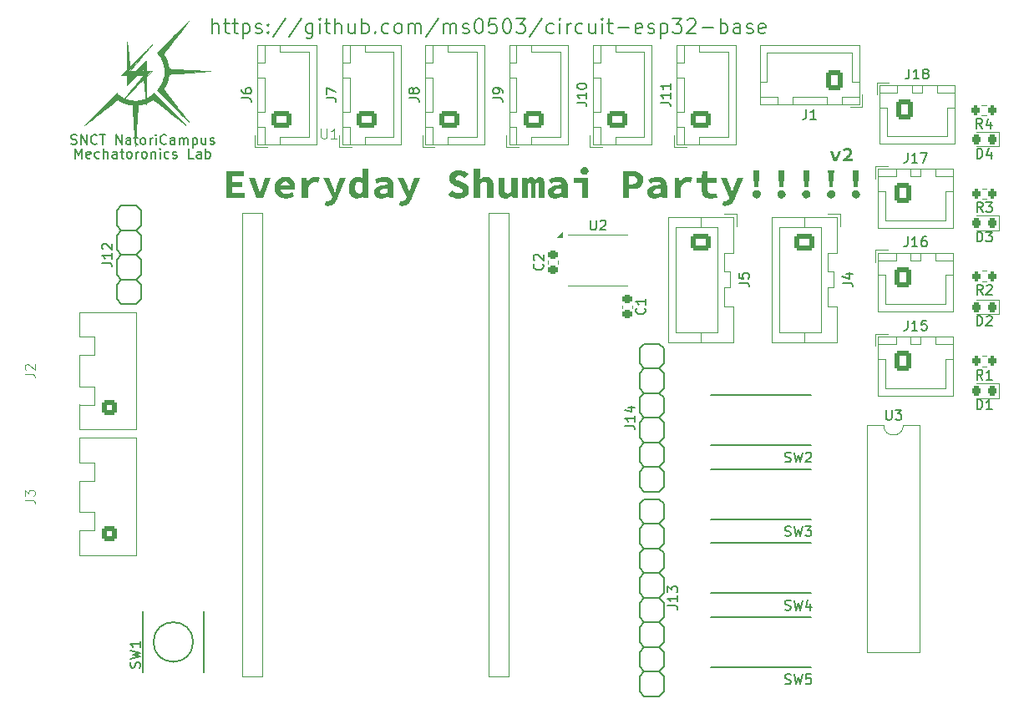
<source format=gto>
G04 #@! TF.GenerationSoftware,KiCad,Pcbnew,8.0.4*
G04 #@! TF.CreationDate,2024-09-18T18:00:09+09:00*
G04 #@! TF.ProjectId,circuit-esp32-base,63697263-7569-4742-9d65-737033322d62,rev?*
G04 #@! TF.SameCoordinates,Original*
G04 #@! TF.FileFunction,Legend,Top*
G04 #@! TF.FilePolarity,Positive*
%FSLAX46Y46*%
G04 Gerber Fmt 4.6, Leading zero omitted, Abs format (unit mm)*
G04 Created by KiCad (PCBNEW 8.0.4) date 2024-09-18 18:00:09*
%MOMM*%
%LPD*%
G01*
G04 APERTURE LIST*
G04 Aperture macros list*
%AMRoundRect*
0 Rectangle with rounded corners*
0 $1 Rounding radius*
0 $2 $3 $4 $5 $6 $7 $8 $9 X,Y pos of 4 corners*
0 Add a 4 corners polygon primitive as box body*
4,1,4,$2,$3,$4,$5,$6,$7,$8,$9,$2,$3,0*
0 Add four circle primitives for the rounded corners*
1,1,$1+$1,$2,$3*
1,1,$1+$1,$4,$5*
1,1,$1+$1,$6,$7*
1,1,$1+$1,$8,$9*
0 Add four rect primitives between the rounded corners*
20,1,$1+$1,$2,$3,$4,$5,0*
20,1,$1+$1,$4,$5,$6,$7,0*
20,1,$1+$1,$6,$7,$8,$9,0*
20,1,$1+$1,$8,$9,$2,$3,0*%
G04 Aperture macros list end*
%ADD10C,0.187500*%
%ADD11C,0.300000*%
%ADD12C,0.150000*%
%ADD13C,0.100000*%
%ADD14C,0.010000*%
%ADD15C,0.120000*%
%ADD16RoundRect,0.250000X0.512000X-0.512000X0.512000X0.512000X-0.512000X0.512000X-0.512000X-0.512000X0*%
%ADD17C,1.524000*%
%ADD18RoundRect,0.250000X0.725000X-0.600000X0.725000X0.600000X-0.725000X0.600000X-0.725000X-0.600000X0*%
%ADD19O,1.950000X1.700000*%
%ADD20RoundRect,0.250000X-0.725000X0.600000X-0.725000X-0.600000X0.725000X-0.600000X0.725000X0.600000X0*%
%ADD21RoundRect,0.218750X0.218750X0.256250X-0.218750X0.256250X-0.218750X-0.256250X0.218750X-0.256250X0*%
%ADD22RoundRect,0.200000X0.200000X0.275000X-0.200000X0.275000X-0.200000X-0.275000X0.200000X-0.275000X0*%
%ADD23O,1.500000X2.500000*%
%ADD24C,1.500000*%
%ADD25R,1.100000X0.500000*%
%ADD26R,2.000000X2.000000*%
%ADD27RoundRect,0.225000X0.250000X-0.225000X0.250000X0.225000X-0.250000X0.225000X-0.250000X-0.225000X0*%
%ADD28RoundRect,0.225000X-0.250000X0.225000X-0.250000X-0.225000X0.250000X-0.225000X0.250000X0.225000X0*%
%ADD29RoundRect,0.250000X-0.600000X-0.750000X0.600000X-0.750000X0.600000X0.750000X-0.600000X0.750000X0*%
%ADD30O,1.700000X2.000000*%
%ADD31C,7.200000*%
%ADD32R,1.600000X1.600000*%
%ADD33O,1.600000X1.600000*%
%ADD34RoundRect,0.250000X0.600000X0.725000X-0.600000X0.725000X-0.600000X-0.725000X0.600000X-0.725000X0*%
%ADD35O,1.700000X1.950000*%
G04 APERTURE END LIST*
D10*
X117480497Y-81806678D02*
X117480497Y-80306678D01*
X118123355Y-81806678D02*
X118123355Y-81020964D01*
X118123355Y-81020964D02*
X118051926Y-80878107D01*
X118051926Y-80878107D02*
X117909069Y-80806678D01*
X117909069Y-80806678D02*
X117694783Y-80806678D01*
X117694783Y-80806678D02*
X117551926Y-80878107D01*
X117551926Y-80878107D02*
X117480497Y-80949535D01*
X118623355Y-80806678D02*
X119194783Y-80806678D01*
X118837640Y-80306678D02*
X118837640Y-81592392D01*
X118837640Y-81592392D02*
X118909069Y-81735250D01*
X118909069Y-81735250D02*
X119051926Y-81806678D01*
X119051926Y-81806678D02*
X119194783Y-81806678D01*
X119480498Y-80806678D02*
X120051926Y-80806678D01*
X119694783Y-80306678D02*
X119694783Y-81592392D01*
X119694783Y-81592392D02*
X119766212Y-81735250D01*
X119766212Y-81735250D02*
X119909069Y-81806678D01*
X119909069Y-81806678D02*
X120051926Y-81806678D01*
X120551926Y-80806678D02*
X120551926Y-82306678D01*
X120551926Y-80878107D02*
X120694784Y-80806678D01*
X120694784Y-80806678D02*
X120980498Y-80806678D01*
X120980498Y-80806678D02*
X121123355Y-80878107D01*
X121123355Y-80878107D02*
X121194784Y-80949535D01*
X121194784Y-80949535D02*
X121266212Y-81092392D01*
X121266212Y-81092392D02*
X121266212Y-81520964D01*
X121266212Y-81520964D02*
X121194784Y-81663821D01*
X121194784Y-81663821D02*
X121123355Y-81735250D01*
X121123355Y-81735250D02*
X120980498Y-81806678D01*
X120980498Y-81806678D02*
X120694784Y-81806678D01*
X120694784Y-81806678D02*
X120551926Y-81735250D01*
X121837641Y-81735250D02*
X121980498Y-81806678D01*
X121980498Y-81806678D02*
X122266212Y-81806678D01*
X122266212Y-81806678D02*
X122409069Y-81735250D01*
X122409069Y-81735250D02*
X122480498Y-81592392D01*
X122480498Y-81592392D02*
X122480498Y-81520964D01*
X122480498Y-81520964D02*
X122409069Y-81378107D01*
X122409069Y-81378107D02*
X122266212Y-81306678D01*
X122266212Y-81306678D02*
X122051927Y-81306678D01*
X122051927Y-81306678D02*
X121909069Y-81235250D01*
X121909069Y-81235250D02*
X121837641Y-81092392D01*
X121837641Y-81092392D02*
X121837641Y-81020964D01*
X121837641Y-81020964D02*
X121909069Y-80878107D01*
X121909069Y-80878107D02*
X122051927Y-80806678D01*
X122051927Y-80806678D02*
X122266212Y-80806678D01*
X122266212Y-80806678D02*
X122409069Y-80878107D01*
X123123355Y-81663821D02*
X123194784Y-81735250D01*
X123194784Y-81735250D02*
X123123355Y-81806678D01*
X123123355Y-81806678D02*
X123051927Y-81735250D01*
X123051927Y-81735250D02*
X123123355Y-81663821D01*
X123123355Y-81663821D02*
X123123355Y-81806678D01*
X123123355Y-80878107D02*
X123194784Y-80949535D01*
X123194784Y-80949535D02*
X123123355Y-81020964D01*
X123123355Y-81020964D02*
X123051927Y-80949535D01*
X123051927Y-80949535D02*
X123123355Y-80878107D01*
X123123355Y-80878107D02*
X123123355Y-81020964D01*
X124909070Y-80235250D02*
X123623356Y-82163821D01*
X126480499Y-80235250D02*
X125194785Y-82163821D01*
X127623357Y-80806678D02*
X127623357Y-82020964D01*
X127623357Y-82020964D02*
X127551928Y-82163821D01*
X127551928Y-82163821D02*
X127480499Y-82235250D01*
X127480499Y-82235250D02*
X127337642Y-82306678D01*
X127337642Y-82306678D02*
X127123357Y-82306678D01*
X127123357Y-82306678D02*
X126980499Y-82235250D01*
X127623357Y-81735250D02*
X127480499Y-81806678D01*
X127480499Y-81806678D02*
X127194785Y-81806678D01*
X127194785Y-81806678D02*
X127051928Y-81735250D01*
X127051928Y-81735250D02*
X126980499Y-81663821D01*
X126980499Y-81663821D02*
X126909071Y-81520964D01*
X126909071Y-81520964D02*
X126909071Y-81092392D01*
X126909071Y-81092392D02*
X126980499Y-80949535D01*
X126980499Y-80949535D02*
X127051928Y-80878107D01*
X127051928Y-80878107D02*
X127194785Y-80806678D01*
X127194785Y-80806678D02*
X127480499Y-80806678D01*
X127480499Y-80806678D02*
X127623357Y-80878107D01*
X128337642Y-81806678D02*
X128337642Y-80806678D01*
X128337642Y-80306678D02*
X128266214Y-80378107D01*
X128266214Y-80378107D02*
X128337642Y-80449535D01*
X128337642Y-80449535D02*
X128409071Y-80378107D01*
X128409071Y-80378107D02*
X128337642Y-80306678D01*
X128337642Y-80306678D02*
X128337642Y-80449535D01*
X128837643Y-80806678D02*
X129409071Y-80806678D01*
X129051928Y-80306678D02*
X129051928Y-81592392D01*
X129051928Y-81592392D02*
X129123357Y-81735250D01*
X129123357Y-81735250D02*
X129266214Y-81806678D01*
X129266214Y-81806678D02*
X129409071Y-81806678D01*
X129909071Y-81806678D02*
X129909071Y-80306678D01*
X130551929Y-81806678D02*
X130551929Y-81020964D01*
X130551929Y-81020964D02*
X130480500Y-80878107D01*
X130480500Y-80878107D02*
X130337643Y-80806678D01*
X130337643Y-80806678D02*
X130123357Y-80806678D01*
X130123357Y-80806678D02*
X129980500Y-80878107D01*
X129980500Y-80878107D02*
X129909071Y-80949535D01*
X131909072Y-80806678D02*
X131909072Y-81806678D01*
X131266214Y-80806678D02*
X131266214Y-81592392D01*
X131266214Y-81592392D02*
X131337643Y-81735250D01*
X131337643Y-81735250D02*
X131480500Y-81806678D01*
X131480500Y-81806678D02*
X131694786Y-81806678D01*
X131694786Y-81806678D02*
X131837643Y-81735250D01*
X131837643Y-81735250D02*
X131909072Y-81663821D01*
X132623357Y-81806678D02*
X132623357Y-80306678D01*
X132623357Y-80878107D02*
X132766215Y-80806678D01*
X132766215Y-80806678D02*
X133051929Y-80806678D01*
X133051929Y-80806678D02*
X133194786Y-80878107D01*
X133194786Y-80878107D02*
X133266215Y-80949535D01*
X133266215Y-80949535D02*
X133337643Y-81092392D01*
X133337643Y-81092392D02*
X133337643Y-81520964D01*
X133337643Y-81520964D02*
X133266215Y-81663821D01*
X133266215Y-81663821D02*
X133194786Y-81735250D01*
X133194786Y-81735250D02*
X133051929Y-81806678D01*
X133051929Y-81806678D02*
X132766215Y-81806678D01*
X132766215Y-81806678D02*
X132623357Y-81735250D01*
X133980500Y-81663821D02*
X134051929Y-81735250D01*
X134051929Y-81735250D02*
X133980500Y-81806678D01*
X133980500Y-81806678D02*
X133909072Y-81735250D01*
X133909072Y-81735250D02*
X133980500Y-81663821D01*
X133980500Y-81663821D02*
X133980500Y-81806678D01*
X135337644Y-81735250D02*
X135194786Y-81806678D01*
X135194786Y-81806678D02*
X134909072Y-81806678D01*
X134909072Y-81806678D02*
X134766215Y-81735250D01*
X134766215Y-81735250D02*
X134694786Y-81663821D01*
X134694786Y-81663821D02*
X134623358Y-81520964D01*
X134623358Y-81520964D02*
X134623358Y-81092392D01*
X134623358Y-81092392D02*
X134694786Y-80949535D01*
X134694786Y-80949535D02*
X134766215Y-80878107D01*
X134766215Y-80878107D02*
X134909072Y-80806678D01*
X134909072Y-80806678D02*
X135194786Y-80806678D01*
X135194786Y-80806678D02*
X135337644Y-80878107D01*
X136194786Y-81806678D02*
X136051929Y-81735250D01*
X136051929Y-81735250D02*
X135980500Y-81663821D01*
X135980500Y-81663821D02*
X135909072Y-81520964D01*
X135909072Y-81520964D02*
X135909072Y-81092392D01*
X135909072Y-81092392D02*
X135980500Y-80949535D01*
X135980500Y-80949535D02*
X136051929Y-80878107D01*
X136051929Y-80878107D02*
X136194786Y-80806678D01*
X136194786Y-80806678D02*
X136409072Y-80806678D01*
X136409072Y-80806678D02*
X136551929Y-80878107D01*
X136551929Y-80878107D02*
X136623358Y-80949535D01*
X136623358Y-80949535D02*
X136694786Y-81092392D01*
X136694786Y-81092392D02*
X136694786Y-81520964D01*
X136694786Y-81520964D02*
X136623358Y-81663821D01*
X136623358Y-81663821D02*
X136551929Y-81735250D01*
X136551929Y-81735250D02*
X136409072Y-81806678D01*
X136409072Y-81806678D02*
X136194786Y-81806678D01*
X137337643Y-81806678D02*
X137337643Y-80806678D01*
X137337643Y-80949535D02*
X137409072Y-80878107D01*
X137409072Y-80878107D02*
X137551929Y-80806678D01*
X137551929Y-80806678D02*
X137766215Y-80806678D01*
X137766215Y-80806678D02*
X137909072Y-80878107D01*
X137909072Y-80878107D02*
X137980501Y-81020964D01*
X137980501Y-81020964D02*
X137980501Y-81806678D01*
X137980501Y-81020964D02*
X138051929Y-80878107D01*
X138051929Y-80878107D02*
X138194786Y-80806678D01*
X138194786Y-80806678D02*
X138409072Y-80806678D01*
X138409072Y-80806678D02*
X138551929Y-80878107D01*
X138551929Y-80878107D02*
X138623358Y-81020964D01*
X138623358Y-81020964D02*
X138623358Y-81806678D01*
X140409072Y-80235250D02*
X139123358Y-82163821D01*
X140909072Y-81806678D02*
X140909072Y-80806678D01*
X140909072Y-80949535D02*
X140980501Y-80878107D01*
X140980501Y-80878107D02*
X141123358Y-80806678D01*
X141123358Y-80806678D02*
X141337644Y-80806678D01*
X141337644Y-80806678D02*
X141480501Y-80878107D01*
X141480501Y-80878107D02*
X141551930Y-81020964D01*
X141551930Y-81020964D02*
X141551930Y-81806678D01*
X141551930Y-81020964D02*
X141623358Y-80878107D01*
X141623358Y-80878107D02*
X141766215Y-80806678D01*
X141766215Y-80806678D02*
X141980501Y-80806678D01*
X141980501Y-80806678D02*
X142123358Y-80878107D01*
X142123358Y-80878107D02*
X142194787Y-81020964D01*
X142194787Y-81020964D02*
X142194787Y-81806678D01*
X142837644Y-81735250D02*
X142980501Y-81806678D01*
X142980501Y-81806678D02*
X143266215Y-81806678D01*
X143266215Y-81806678D02*
X143409072Y-81735250D01*
X143409072Y-81735250D02*
X143480501Y-81592392D01*
X143480501Y-81592392D02*
X143480501Y-81520964D01*
X143480501Y-81520964D02*
X143409072Y-81378107D01*
X143409072Y-81378107D02*
X143266215Y-81306678D01*
X143266215Y-81306678D02*
X143051930Y-81306678D01*
X143051930Y-81306678D02*
X142909072Y-81235250D01*
X142909072Y-81235250D02*
X142837644Y-81092392D01*
X142837644Y-81092392D02*
X142837644Y-81020964D01*
X142837644Y-81020964D02*
X142909072Y-80878107D01*
X142909072Y-80878107D02*
X143051930Y-80806678D01*
X143051930Y-80806678D02*
X143266215Y-80806678D01*
X143266215Y-80806678D02*
X143409072Y-80878107D01*
X144409073Y-80306678D02*
X144551930Y-80306678D01*
X144551930Y-80306678D02*
X144694787Y-80378107D01*
X144694787Y-80378107D02*
X144766216Y-80449535D01*
X144766216Y-80449535D02*
X144837644Y-80592392D01*
X144837644Y-80592392D02*
X144909073Y-80878107D01*
X144909073Y-80878107D02*
X144909073Y-81235250D01*
X144909073Y-81235250D02*
X144837644Y-81520964D01*
X144837644Y-81520964D02*
X144766216Y-81663821D01*
X144766216Y-81663821D02*
X144694787Y-81735250D01*
X144694787Y-81735250D02*
X144551930Y-81806678D01*
X144551930Y-81806678D02*
X144409073Y-81806678D01*
X144409073Y-81806678D02*
X144266216Y-81735250D01*
X144266216Y-81735250D02*
X144194787Y-81663821D01*
X144194787Y-81663821D02*
X144123358Y-81520964D01*
X144123358Y-81520964D02*
X144051930Y-81235250D01*
X144051930Y-81235250D02*
X144051930Y-80878107D01*
X144051930Y-80878107D02*
X144123358Y-80592392D01*
X144123358Y-80592392D02*
X144194787Y-80449535D01*
X144194787Y-80449535D02*
X144266216Y-80378107D01*
X144266216Y-80378107D02*
X144409073Y-80306678D01*
X146266215Y-80306678D02*
X145551929Y-80306678D01*
X145551929Y-80306678D02*
X145480501Y-81020964D01*
X145480501Y-81020964D02*
X145551929Y-80949535D01*
X145551929Y-80949535D02*
X145694787Y-80878107D01*
X145694787Y-80878107D02*
X146051929Y-80878107D01*
X146051929Y-80878107D02*
X146194787Y-80949535D01*
X146194787Y-80949535D02*
X146266215Y-81020964D01*
X146266215Y-81020964D02*
X146337644Y-81163821D01*
X146337644Y-81163821D02*
X146337644Y-81520964D01*
X146337644Y-81520964D02*
X146266215Y-81663821D01*
X146266215Y-81663821D02*
X146194787Y-81735250D01*
X146194787Y-81735250D02*
X146051929Y-81806678D01*
X146051929Y-81806678D02*
X145694787Y-81806678D01*
X145694787Y-81806678D02*
X145551929Y-81735250D01*
X145551929Y-81735250D02*
X145480501Y-81663821D01*
X147266215Y-80306678D02*
X147409072Y-80306678D01*
X147409072Y-80306678D02*
X147551929Y-80378107D01*
X147551929Y-80378107D02*
X147623358Y-80449535D01*
X147623358Y-80449535D02*
X147694786Y-80592392D01*
X147694786Y-80592392D02*
X147766215Y-80878107D01*
X147766215Y-80878107D02*
X147766215Y-81235250D01*
X147766215Y-81235250D02*
X147694786Y-81520964D01*
X147694786Y-81520964D02*
X147623358Y-81663821D01*
X147623358Y-81663821D02*
X147551929Y-81735250D01*
X147551929Y-81735250D02*
X147409072Y-81806678D01*
X147409072Y-81806678D02*
X147266215Y-81806678D01*
X147266215Y-81806678D02*
X147123358Y-81735250D01*
X147123358Y-81735250D02*
X147051929Y-81663821D01*
X147051929Y-81663821D02*
X146980500Y-81520964D01*
X146980500Y-81520964D02*
X146909072Y-81235250D01*
X146909072Y-81235250D02*
X146909072Y-80878107D01*
X146909072Y-80878107D02*
X146980500Y-80592392D01*
X146980500Y-80592392D02*
X147051929Y-80449535D01*
X147051929Y-80449535D02*
X147123358Y-80378107D01*
X147123358Y-80378107D02*
X147266215Y-80306678D01*
X148266214Y-80306678D02*
X149194786Y-80306678D01*
X149194786Y-80306678D02*
X148694786Y-80878107D01*
X148694786Y-80878107D02*
X148909071Y-80878107D01*
X148909071Y-80878107D02*
X149051929Y-80949535D01*
X149051929Y-80949535D02*
X149123357Y-81020964D01*
X149123357Y-81020964D02*
X149194786Y-81163821D01*
X149194786Y-81163821D02*
X149194786Y-81520964D01*
X149194786Y-81520964D02*
X149123357Y-81663821D01*
X149123357Y-81663821D02*
X149051929Y-81735250D01*
X149051929Y-81735250D02*
X148909071Y-81806678D01*
X148909071Y-81806678D02*
X148480500Y-81806678D01*
X148480500Y-81806678D02*
X148337643Y-81735250D01*
X148337643Y-81735250D02*
X148266214Y-81663821D01*
X150909071Y-80235250D02*
X149623357Y-82163821D01*
X152051929Y-81735250D02*
X151909071Y-81806678D01*
X151909071Y-81806678D02*
X151623357Y-81806678D01*
X151623357Y-81806678D02*
X151480500Y-81735250D01*
X151480500Y-81735250D02*
X151409071Y-81663821D01*
X151409071Y-81663821D02*
X151337643Y-81520964D01*
X151337643Y-81520964D02*
X151337643Y-81092392D01*
X151337643Y-81092392D02*
X151409071Y-80949535D01*
X151409071Y-80949535D02*
X151480500Y-80878107D01*
X151480500Y-80878107D02*
X151623357Y-80806678D01*
X151623357Y-80806678D02*
X151909071Y-80806678D01*
X151909071Y-80806678D02*
X152051929Y-80878107D01*
X152694785Y-81806678D02*
X152694785Y-80806678D01*
X152694785Y-80306678D02*
X152623357Y-80378107D01*
X152623357Y-80378107D02*
X152694785Y-80449535D01*
X152694785Y-80449535D02*
X152766214Y-80378107D01*
X152766214Y-80378107D02*
X152694785Y-80306678D01*
X152694785Y-80306678D02*
X152694785Y-80449535D01*
X153409071Y-81806678D02*
X153409071Y-80806678D01*
X153409071Y-81092392D02*
X153480500Y-80949535D01*
X153480500Y-80949535D02*
X153551929Y-80878107D01*
X153551929Y-80878107D02*
X153694786Y-80806678D01*
X153694786Y-80806678D02*
X153837643Y-80806678D01*
X154980500Y-81735250D02*
X154837642Y-81806678D01*
X154837642Y-81806678D02*
X154551928Y-81806678D01*
X154551928Y-81806678D02*
X154409071Y-81735250D01*
X154409071Y-81735250D02*
X154337642Y-81663821D01*
X154337642Y-81663821D02*
X154266214Y-81520964D01*
X154266214Y-81520964D02*
X154266214Y-81092392D01*
X154266214Y-81092392D02*
X154337642Y-80949535D01*
X154337642Y-80949535D02*
X154409071Y-80878107D01*
X154409071Y-80878107D02*
X154551928Y-80806678D01*
X154551928Y-80806678D02*
X154837642Y-80806678D01*
X154837642Y-80806678D02*
X154980500Y-80878107D01*
X156266214Y-80806678D02*
X156266214Y-81806678D01*
X155623356Y-80806678D02*
X155623356Y-81592392D01*
X155623356Y-81592392D02*
X155694785Y-81735250D01*
X155694785Y-81735250D02*
X155837642Y-81806678D01*
X155837642Y-81806678D02*
X156051928Y-81806678D01*
X156051928Y-81806678D02*
X156194785Y-81735250D01*
X156194785Y-81735250D02*
X156266214Y-81663821D01*
X156980499Y-81806678D02*
X156980499Y-80806678D01*
X156980499Y-80306678D02*
X156909071Y-80378107D01*
X156909071Y-80378107D02*
X156980499Y-80449535D01*
X156980499Y-80449535D02*
X157051928Y-80378107D01*
X157051928Y-80378107D02*
X156980499Y-80306678D01*
X156980499Y-80306678D02*
X156980499Y-80449535D01*
X157480500Y-80806678D02*
X158051928Y-80806678D01*
X157694785Y-80306678D02*
X157694785Y-81592392D01*
X157694785Y-81592392D02*
X157766214Y-81735250D01*
X157766214Y-81735250D02*
X157909071Y-81806678D01*
X157909071Y-81806678D02*
X158051928Y-81806678D01*
X158551928Y-81235250D02*
X159694786Y-81235250D01*
X160980500Y-81735250D02*
X160837643Y-81806678D01*
X160837643Y-81806678D02*
X160551929Y-81806678D01*
X160551929Y-81806678D02*
X160409071Y-81735250D01*
X160409071Y-81735250D02*
X160337643Y-81592392D01*
X160337643Y-81592392D02*
X160337643Y-81020964D01*
X160337643Y-81020964D02*
X160409071Y-80878107D01*
X160409071Y-80878107D02*
X160551929Y-80806678D01*
X160551929Y-80806678D02*
X160837643Y-80806678D01*
X160837643Y-80806678D02*
X160980500Y-80878107D01*
X160980500Y-80878107D02*
X161051929Y-81020964D01*
X161051929Y-81020964D02*
X161051929Y-81163821D01*
X161051929Y-81163821D02*
X160337643Y-81306678D01*
X161623357Y-81735250D02*
X161766214Y-81806678D01*
X161766214Y-81806678D02*
X162051928Y-81806678D01*
X162051928Y-81806678D02*
X162194785Y-81735250D01*
X162194785Y-81735250D02*
X162266214Y-81592392D01*
X162266214Y-81592392D02*
X162266214Y-81520964D01*
X162266214Y-81520964D02*
X162194785Y-81378107D01*
X162194785Y-81378107D02*
X162051928Y-81306678D01*
X162051928Y-81306678D02*
X161837643Y-81306678D01*
X161837643Y-81306678D02*
X161694785Y-81235250D01*
X161694785Y-81235250D02*
X161623357Y-81092392D01*
X161623357Y-81092392D02*
X161623357Y-81020964D01*
X161623357Y-81020964D02*
X161694785Y-80878107D01*
X161694785Y-80878107D02*
X161837643Y-80806678D01*
X161837643Y-80806678D02*
X162051928Y-80806678D01*
X162051928Y-80806678D02*
X162194785Y-80878107D01*
X162909071Y-80806678D02*
X162909071Y-82306678D01*
X162909071Y-80878107D02*
X163051929Y-80806678D01*
X163051929Y-80806678D02*
X163337643Y-80806678D01*
X163337643Y-80806678D02*
X163480500Y-80878107D01*
X163480500Y-80878107D02*
X163551929Y-80949535D01*
X163551929Y-80949535D02*
X163623357Y-81092392D01*
X163623357Y-81092392D02*
X163623357Y-81520964D01*
X163623357Y-81520964D02*
X163551929Y-81663821D01*
X163551929Y-81663821D02*
X163480500Y-81735250D01*
X163480500Y-81735250D02*
X163337643Y-81806678D01*
X163337643Y-81806678D02*
X163051929Y-81806678D01*
X163051929Y-81806678D02*
X162909071Y-81735250D01*
X164123357Y-80306678D02*
X165051929Y-80306678D01*
X165051929Y-80306678D02*
X164551929Y-80878107D01*
X164551929Y-80878107D02*
X164766214Y-80878107D01*
X164766214Y-80878107D02*
X164909072Y-80949535D01*
X164909072Y-80949535D02*
X164980500Y-81020964D01*
X164980500Y-81020964D02*
X165051929Y-81163821D01*
X165051929Y-81163821D02*
X165051929Y-81520964D01*
X165051929Y-81520964D02*
X164980500Y-81663821D01*
X164980500Y-81663821D02*
X164909072Y-81735250D01*
X164909072Y-81735250D02*
X164766214Y-81806678D01*
X164766214Y-81806678D02*
X164337643Y-81806678D01*
X164337643Y-81806678D02*
X164194786Y-81735250D01*
X164194786Y-81735250D02*
X164123357Y-81663821D01*
X165623357Y-80449535D02*
X165694785Y-80378107D01*
X165694785Y-80378107D02*
X165837643Y-80306678D01*
X165837643Y-80306678D02*
X166194785Y-80306678D01*
X166194785Y-80306678D02*
X166337643Y-80378107D01*
X166337643Y-80378107D02*
X166409071Y-80449535D01*
X166409071Y-80449535D02*
X166480500Y-80592392D01*
X166480500Y-80592392D02*
X166480500Y-80735250D01*
X166480500Y-80735250D02*
X166409071Y-80949535D01*
X166409071Y-80949535D02*
X165551928Y-81806678D01*
X165551928Y-81806678D02*
X166480500Y-81806678D01*
X167123356Y-81235250D02*
X168266214Y-81235250D01*
X168980499Y-81806678D02*
X168980499Y-80306678D01*
X168980499Y-80878107D02*
X169123357Y-80806678D01*
X169123357Y-80806678D02*
X169409071Y-80806678D01*
X169409071Y-80806678D02*
X169551928Y-80878107D01*
X169551928Y-80878107D02*
X169623357Y-80949535D01*
X169623357Y-80949535D02*
X169694785Y-81092392D01*
X169694785Y-81092392D02*
X169694785Y-81520964D01*
X169694785Y-81520964D02*
X169623357Y-81663821D01*
X169623357Y-81663821D02*
X169551928Y-81735250D01*
X169551928Y-81735250D02*
X169409071Y-81806678D01*
X169409071Y-81806678D02*
X169123357Y-81806678D01*
X169123357Y-81806678D02*
X168980499Y-81735250D01*
X170980500Y-81806678D02*
X170980500Y-81020964D01*
X170980500Y-81020964D02*
X170909071Y-80878107D01*
X170909071Y-80878107D02*
X170766214Y-80806678D01*
X170766214Y-80806678D02*
X170480500Y-80806678D01*
X170480500Y-80806678D02*
X170337642Y-80878107D01*
X170980500Y-81735250D02*
X170837642Y-81806678D01*
X170837642Y-81806678D02*
X170480500Y-81806678D01*
X170480500Y-81806678D02*
X170337642Y-81735250D01*
X170337642Y-81735250D02*
X170266214Y-81592392D01*
X170266214Y-81592392D02*
X170266214Y-81449535D01*
X170266214Y-81449535D02*
X170337642Y-81306678D01*
X170337642Y-81306678D02*
X170480500Y-81235250D01*
X170480500Y-81235250D02*
X170837642Y-81235250D01*
X170837642Y-81235250D02*
X170980500Y-81163821D01*
X171623357Y-81735250D02*
X171766214Y-81806678D01*
X171766214Y-81806678D02*
X172051928Y-81806678D01*
X172051928Y-81806678D02*
X172194785Y-81735250D01*
X172194785Y-81735250D02*
X172266214Y-81592392D01*
X172266214Y-81592392D02*
X172266214Y-81520964D01*
X172266214Y-81520964D02*
X172194785Y-81378107D01*
X172194785Y-81378107D02*
X172051928Y-81306678D01*
X172051928Y-81306678D02*
X171837643Y-81306678D01*
X171837643Y-81306678D02*
X171694785Y-81235250D01*
X171694785Y-81235250D02*
X171623357Y-81092392D01*
X171623357Y-81092392D02*
X171623357Y-81020964D01*
X171623357Y-81020964D02*
X171694785Y-80878107D01*
X171694785Y-80878107D02*
X171837643Y-80806678D01*
X171837643Y-80806678D02*
X172051928Y-80806678D01*
X172051928Y-80806678D02*
X172194785Y-80878107D01*
X173480500Y-81735250D02*
X173337643Y-81806678D01*
X173337643Y-81806678D02*
X173051929Y-81806678D01*
X173051929Y-81806678D02*
X172909071Y-81735250D01*
X172909071Y-81735250D02*
X172837643Y-81592392D01*
X172837643Y-81592392D02*
X172837643Y-81020964D01*
X172837643Y-81020964D02*
X172909071Y-80878107D01*
X172909071Y-80878107D02*
X173051929Y-80806678D01*
X173051929Y-80806678D02*
X173337643Y-80806678D01*
X173337643Y-80806678D02*
X173480500Y-80878107D01*
X173480500Y-80878107D02*
X173551929Y-81020964D01*
X173551929Y-81020964D02*
X173551929Y-81163821D01*
X173551929Y-81163821D02*
X172837643Y-81306678D01*
D11*
G36*
X180457588Y-94745000D02*
G01*
X180812595Y-94745000D01*
X181194713Y-93713318D01*
X180898691Y-93713318D01*
X180734926Y-94198750D01*
X180710712Y-94276923D01*
X180687940Y-94355921D01*
X180665580Y-94435742D01*
X180645544Y-94506262D01*
X180642602Y-94516388D01*
X180634176Y-94516388D01*
X180613705Y-94445778D01*
X180590510Y-94365853D01*
X180567037Y-94286753D01*
X180542769Y-94208477D01*
X180539654Y-94198750D01*
X180375889Y-93713318D01*
X180064846Y-93713318D01*
X180457588Y-94745000D01*
G37*
G36*
X181380460Y-94745000D02*
G01*
X182382100Y-94745000D01*
X182382100Y-94484881D01*
X182065195Y-94484881D01*
X181986027Y-94487526D01*
X181907144Y-94493386D01*
X181830897Y-94500944D01*
X181823761Y-94501734D01*
X181895512Y-94437534D01*
X181964809Y-94372795D01*
X182030646Y-94307656D01*
X182092019Y-94242253D01*
X182147922Y-94176725D01*
X182197349Y-94111209D01*
X182239296Y-94045843D01*
X182281852Y-93959158D01*
X182306939Y-93873311D01*
X182312857Y-93809672D01*
X182304109Y-93717796D01*
X182278665Y-93635133D01*
X182237722Y-93562620D01*
X182182477Y-93501193D01*
X182114130Y-93451787D01*
X182033876Y-93415338D01*
X181942916Y-93392782D01*
X181868389Y-93385546D01*
X181842445Y-93385055D01*
X181768530Y-93388400D01*
X181684418Y-93401960D01*
X181607803Y-93425894D01*
X181536856Y-93460152D01*
X181469750Y-93504685D01*
X181404656Y-93559440D01*
X181365806Y-93597180D01*
X181531769Y-93763510D01*
X181590524Y-93712018D01*
X181654226Y-93668392D01*
X181723835Y-93638162D01*
X181800314Y-93626856D01*
X181882749Y-93636981D01*
X181954542Y-93672665D01*
X182000545Y-93732950D01*
X182018102Y-93804962D01*
X182019033Y-93828722D01*
X182007267Y-93902236D01*
X181972991Y-93979802D01*
X181917738Y-94062108D01*
X181863454Y-94127361D01*
X181798879Y-94195957D01*
X181724660Y-94268185D01*
X181670142Y-94318497D01*
X181611816Y-94370639D01*
X181549875Y-94424696D01*
X181484510Y-94480753D01*
X181415911Y-94538897D01*
X181380460Y-94568778D01*
X181380460Y-94745000D01*
G37*
G36*
X118886147Y-98490000D02*
G01*
X120742882Y-98490000D01*
X120742882Y-97969762D01*
X119507501Y-97969762D01*
X119507501Y-97364528D01*
X120520132Y-97364528D01*
X120520132Y-96847955D01*
X119507501Y-96847955D01*
X119507501Y-96291081D01*
X120700383Y-96291081D01*
X120700383Y-95770111D01*
X118886147Y-95770111D01*
X118886147Y-98490000D01*
G37*
G36*
X121932833Y-98490000D02*
G01*
X122642847Y-98490000D01*
X123407083Y-96426636D01*
X122815038Y-96426636D01*
X122487508Y-97397501D01*
X122439079Y-97553847D01*
X122393536Y-97711842D01*
X122348816Y-97871485D01*
X122308743Y-98012525D01*
X122302861Y-98032777D01*
X122286008Y-98032777D01*
X122245065Y-97891556D01*
X122198676Y-97731707D01*
X122151729Y-97573506D01*
X122103194Y-97416954D01*
X122096964Y-97397501D01*
X121769434Y-96426636D01*
X121147348Y-96426636D01*
X121932833Y-98490000D01*
G37*
G36*
X124909181Y-96334106D02*
G01*
X125076543Y-96352540D01*
X125227700Y-96391768D01*
X125362468Y-96450256D01*
X125516344Y-96555553D01*
X125640317Y-96688735D01*
X125733949Y-96846171D01*
X125796802Y-97024227D01*
X125823480Y-97169117D01*
X125832414Y-97322030D01*
X125825266Y-97446438D01*
X125803105Y-97599002D01*
X124383077Y-97599002D01*
X124404040Y-97685366D01*
X124470903Y-97830304D01*
X124569494Y-97939394D01*
X124697987Y-98014084D01*
X124854558Y-98055824D01*
X125005163Y-98066482D01*
X125109110Y-98060865D01*
X125259007Y-98031601D01*
X125407328Y-97977765D01*
X125542986Y-97909678D01*
X125748150Y-98293628D01*
X125702546Y-98321235D01*
X125557171Y-98395317D01*
X125402175Y-98455258D01*
X125241702Y-98499722D01*
X125079895Y-98527379D01*
X124920900Y-98536894D01*
X124800705Y-98532241D01*
X124627999Y-98507979D01*
X124465967Y-98463301D01*
X124316377Y-98398568D01*
X124180997Y-98314144D01*
X124061595Y-98210390D01*
X123959938Y-98087669D01*
X123877794Y-97946342D01*
X123816931Y-97786773D01*
X123779117Y-97609322D01*
X123766120Y-97414354D01*
X123772148Y-97291239D01*
X123791200Y-97183545D01*
X124391870Y-97183545D01*
X125282135Y-97183545D01*
X125246773Y-97037217D01*
X125167790Y-96912662D01*
X125031645Y-96828263D01*
X124870341Y-96803991D01*
X124847745Y-96804360D01*
X124682800Y-96833931D01*
X124548527Y-96910917D01*
X124448497Y-97035456D01*
X124391870Y-97183545D01*
X123791200Y-97183545D01*
X123802675Y-97118681D01*
X123856829Y-96961287D01*
X123932187Y-96819765D01*
X124026325Y-96694821D01*
X124136820Y-96587161D01*
X124261248Y-96497492D01*
X124397186Y-96426519D01*
X124542211Y-96374950D01*
X124693898Y-96343490D01*
X124849825Y-96332847D01*
X124909181Y-96334106D01*
G37*
G36*
X126539497Y-98490000D02*
G01*
X127157187Y-98490000D01*
X127157187Y-97390907D01*
X127227529Y-97259768D01*
X127325744Y-97126007D01*
X127433137Y-97023472D01*
X127570721Y-96938204D01*
X127713869Y-96890145D01*
X127858408Y-96875066D01*
X128009684Y-96883837D01*
X128159231Y-96915184D01*
X128228436Y-96935150D01*
X128354466Y-96417110D01*
X128210995Y-96363392D01*
X128061199Y-96337098D01*
X127951465Y-96332847D01*
X127797990Y-96344913D01*
X127649909Y-96381290D01*
X127508965Y-96442246D01*
X127376903Y-96528050D01*
X127255467Y-96638970D01*
X127146401Y-96775274D01*
X127106629Y-96836964D01*
X127094173Y-96836964D01*
X127043614Y-96426636D01*
X126539497Y-96426636D01*
X126539497Y-98490000D01*
G37*
G36*
X129170725Y-99287208D02*
G01*
X129355172Y-99274669D01*
X129516298Y-99237177D01*
X129656816Y-99174920D01*
X129779439Y-99088089D01*
X129886882Y-98976872D01*
X129981856Y-98841457D01*
X130067076Y-98682034D01*
X130126221Y-98546826D01*
X130145254Y-98498792D01*
X130968841Y-96426636D01*
X130384856Y-96426636D01*
X130077843Y-97308108D01*
X130029449Y-97461157D01*
X129980299Y-97615854D01*
X129932660Y-97770552D01*
X129888799Y-97923600D01*
X129872679Y-97923600D01*
X129828356Y-97783913D01*
X129777052Y-97627459D01*
X129724331Y-97474800D01*
X129669438Y-97326348D01*
X129662386Y-97308108D01*
X129313607Y-96426636D01*
X128700314Y-96426636D01*
X129603768Y-98424054D01*
X129561270Y-98531765D01*
X129478696Y-98665565D01*
X129350453Y-98758095D01*
X129189110Y-98797881D01*
X129124563Y-98800676D01*
X128976433Y-98780103D01*
X128961165Y-98775764D01*
X128851988Y-99240314D01*
X128998717Y-99271180D01*
X129148067Y-99282616D01*
X129170725Y-99282812D01*
X129170725Y-99287208D01*
G37*
G36*
X133305512Y-98490000D02*
G01*
X132801395Y-98490000D01*
X132755233Y-98272379D01*
X132742777Y-98272379D01*
X132616255Y-98377697D01*
X132473591Y-98461515D01*
X132320622Y-98516893D01*
X132163189Y-98536894D01*
X132163189Y-98540558D01*
X131973581Y-98521296D01*
X131802846Y-98464640D01*
X131652961Y-98372281D01*
X131525898Y-98245909D01*
X131423634Y-98087218D01*
X131364397Y-97948007D01*
X131321054Y-97792280D01*
X131294437Y-97620753D01*
X131285380Y-97434138D01*
X131285819Y-97426810D01*
X131919923Y-97426810D01*
X131930516Y-97606227D01*
X131961738Y-97752829D01*
X132038507Y-97904638D01*
X132170786Y-98004642D01*
X132322923Y-98030579D01*
X132322923Y-98033510D01*
X132447101Y-98016278D01*
X132583268Y-97944785D01*
X132688555Y-97836406D01*
X132688555Y-96978381D01*
X132635287Y-96934869D01*
X132495466Y-96861350D01*
X132339776Y-96836964D01*
X132318587Y-96837516D01*
X132159815Y-96882205D01*
X132044670Y-96981311D01*
X131971550Y-97112079D01*
X131933433Y-97254113D01*
X131919923Y-97426810D01*
X131285819Y-97426810D01*
X131296549Y-97247649D01*
X131328671Y-97076468D01*
X131379672Y-96921258D01*
X131447475Y-96782680D01*
X131560428Y-96624931D01*
X131694642Y-96499501D01*
X131845196Y-96407963D01*
X132007170Y-96351888D01*
X132175645Y-96332847D01*
X132297970Y-96341159D01*
X132440452Y-96377297D01*
X132578719Y-96450368D01*
X132701011Y-96555596D01*
X132717864Y-96555596D01*
X132688555Y-96233928D01*
X132688555Y-95535638D01*
X133305512Y-95535638D01*
X133305512Y-98490000D01*
G37*
G36*
X135069803Y-96340861D02*
G01*
X135215333Y-96365043D01*
X135388634Y-96422801D01*
X135536841Y-96510174D01*
X135658434Y-96627660D01*
X135751892Y-96775758D01*
X135815696Y-96954965D01*
X135843175Y-97110086D01*
X135852477Y-97283196D01*
X135852477Y-98490000D01*
X135348360Y-98490000D01*
X135302198Y-98251863D01*
X135285345Y-98251863D01*
X135245462Y-98281387D01*
X135119245Y-98363787D01*
X134984526Y-98434131D01*
X134843046Y-98488826D01*
X134696542Y-98524278D01*
X134546755Y-98536894D01*
X134546755Y-98540558D01*
X134469750Y-98537319D01*
X134294285Y-98502404D01*
X134145156Y-98432907D01*
X134024847Y-98333491D01*
X133935839Y-98208818D01*
X133880613Y-98063551D01*
X133861653Y-97902351D01*
X133862793Y-97858738D01*
X133863109Y-97856922D01*
X134453698Y-97856922D01*
X134474203Y-97946166D01*
X134598312Y-98038333D01*
X134743859Y-98055491D01*
X134743859Y-98058422D01*
X134828635Y-98052356D01*
X134972946Y-98013858D01*
X135108020Y-97946236D01*
X135235519Y-97856922D01*
X135235519Y-97505212D01*
X135125671Y-97512817D01*
X134935630Y-97534698D01*
X134782429Y-97565002D01*
X134637804Y-97613865D01*
X134499836Y-97714817D01*
X134453698Y-97856922D01*
X133863109Y-97856922D01*
X133890803Y-97697971D01*
X133958206Y-97558571D01*
X134067501Y-97439823D01*
X134221187Y-97341016D01*
X134367086Y-97279568D01*
X134540414Y-97228634D01*
X134742227Y-97187915D01*
X134893113Y-97166295D01*
X135057440Y-97148992D01*
X135235519Y-97135917D01*
X135196513Y-97005343D01*
X135096143Y-96897637D01*
X134954964Y-96840916D01*
X134790020Y-96824508D01*
X134752272Y-96825409D01*
X134600935Y-96846234D01*
X134446163Y-96892234D01*
X134304896Y-96950652D01*
X134155478Y-97023810D01*
X133937124Y-96614947D01*
X133991241Y-96584731D01*
X134131061Y-96514614D01*
X134276963Y-96453561D01*
X134428459Y-96403214D01*
X134585064Y-96365217D01*
X134746291Y-96341213D01*
X134911653Y-96332847D01*
X135069803Y-96340861D01*
G37*
G36*
X136723691Y-99287208D02*
G01*
X136908138Y-99274669D01*
X137069264Y-99237177D01*
X137209782Y-99174920D01*
X137332405Y-99088089D01*
X137439847Y-98976872D01*
X137534822Y-98841457D01*
X137620041Y-98682034D01*
X137679187Y-98546826D01*
X137698220Y-98498792D01*
X138521807Y-96426636D01*
X137937822Y-96426636D01*
X137630809Y-97308108D01*
X137582415Y-97461157D01*
X137533265Y-97615854D01*
X137485626Y-97770552D01*
X137441765Y-97923600D01*
X137425645Y-97923600D01*
X137381322Y-97783913D01*
X137330018Y-97627459D01*
X137277297Y-97474800D01*
X137222404Y-97326348D01*
X137215352Y-97308108D01*
X136866573Y-96426636D01*
X136253279Y-96426636D01*
X137156734Y-98424054D01*
X137114235Y-98531765D01*
X137031662Y-98665565D01*
X136903418Y-98758095D01*
X136742076Y-98797881D01*
X136677529Y-98800676D01*
X136529399Y-98780103D01*
X136514131Y-98775764D01*
X136404954Y-99240314D01*
X136551683Y-99271180D01*
X136701033Y-99282616D01*
X136723691Y-99282812D01*
X136723691Y-99287208D01*
G37*
G36*
X142410397Y-98536894D02*
G01*
X142593725Y-98526772D01*
X142760946Y-98497496D01*
X142911638Y-98450699D01*
X143045381Y-98388014D01*
X143196615Y-98282546D01*
X143315975Y-98155611D01*
X143402466Y-98011081D01*
X143455091Y-97852830D01*
X143472854Y-97684731D01*
X143456620Y-97513453D01*
X143409317Y-97364615D01*
X143333040Y-97236505D01*
X143229887Y-97127413D01*
X143101953Y-97035629D01*
X142951335Y-96959442D01*
X142885205Y-96932951D01*
X142553279Y-96787871D01*
X142413536Y-96735715D01*
X142277206Y-96676700D01*
X142154452Y-96590619D01*
X142103384Y-96461074D01*
X142149589Y-96320680D01*
X142276657Y-96235986D01*
X142428663Y-96210740D01*
X142447766Y-96210481D01*
X142611544Y-96221829D01*
X142754685Y-96254984D01*
X142902156Y-96317865D01*
X143042637Y-96405492D01*
X143077913Y-96431032D01*
X143392986Y-96037557D01*
X143271044Y-95935365D01*
X143138688Y-95849551D01*
X142997845Y-95780502D01*
X142850445Y-95728602D01*
X142698416Y-95694238D01*
X142543687Y-95677795D01*
X142481472Y-95676322D01*
X142319903Y-95685628D01*
X142168984Y-95712672D01*
X141986304Y-95774058D01*
X141827306Y-95861538D01*
X141694704Y-95972005D01*
X141591210Y-96102350D01*
X141519539Y-96249464D01*
X141482403Y-96410240D01*
X141477634Y-96494780D01*
X141497023Y-96672063D01*
X141551390Y-96826062D01*
X141635031Y-96957749D01*
X141742246Y-97068097D01*
X141867332Y-97158078D01*
X142004587Y-97228666D01*
X142061618Y-97251688D01*
X142414061Y-97404829D01*
X142550077Y-97461808D01*
X142694947Y-97532421D01*
X142808704Y-97638832D01*
X142838311Y-97761667D01*
X142785876Y-97899676D01*
X142658934Y-97975575D01*
X142500090Y-98002290D01*
X142452163Y-98003468D01*
X142304503Y-97991393D01*
X142160225Y-97956945D01*
X142021008Y-97902791D01*
X141888534Y-97831597D01*
X141764484Y-97746029D01*
X141725296Y-97714773D01*
X141368457Y-98142686D01*
X141512007Y-98255355D01*
X141665787Y-98349379D01*
X141827683Y-98424572D01*
X141995584Y-98480750D01*
X142167376Y-98517729D01*
X142340945Y-98535325D01*
X142410397Y-98536894D01*
G37*
G36*
X143978436Y-98490000D02*
G01*
X144596127Y-98490000D01*
X144596127Y-97080230D01*
X144713503Y-96974185D01*
X144838414Y-96895716D01*
X144989578Y-96859112D01*
X145020376Y-96858213D01*
X145178120Y-96889180D01*
X145282643Y-96998890D01*
X145320553Y-97146598D01*
X145326657Y-97267076D01*
X145326657Y-98490000D01*
X145944347Y-98490000D01*
X145944347Y-97186475D01*
X145934401Y-96997696D01*
X145904207Y-96829602D01*
X145853234Y-96683576D01*
X145759485Y-96534182D01*
X145631396Y-96424129D01*
X145467927Y-96356117D01*
X145310980Y-96333792D01*
X145268039Y-96332847D01*
X145100383Y-96347897D01*
X144951216Y-96389261D01*
X144799243Y-96463199D01*
X144669529Y-96556202D01*
X144574877Y-96644256D01*
X144562421Y-96644256D01*
X144596127Y-96246385D01*
X144596127Y-95535638D01*
X143978436Y-95535638D01*
X143978436Y-98490000D01*
G37*
G36*
X147130635Y-98536894D02*
G01*
X147290264Y-98522733D01*
X147434873Y-98482025D01*
X147587033Y-98404540D01*
X147705359Y-98315463D01*
X147814445Y-98208284D01*
X147831856Y-98188848D01*
X147848709Y-98188848D01*
X147894870Y-98490000D01*
X148398988Y-98490000D01*
X148398988Y-96426636D01*
X147781297Y-96426636D01*
X147781297Y-97782916D01*
X147679208Y-97892940D01*
X147557963Y-97975778D01*
X147402505Y-98011617D01*
X147373900Y-98012260D01*
X147215088Y-97982179D01*
X147113151Y-97875612D01*
X147077560Y-97732140D01*
X147072016Y-97615122D01*
X147072016Y-96426636D01*
X146454326Y-96426636D01*
X146454326Y-97693524D01*
X146463912Y-97879127D01*
X146493229Y-98044775D01*
X146543121Y-98188991D01*
X146635699Y-98336872D01*
X146763381Y-98446072D01*
X146927812Y-98513708D01*
X147086920Y-98535951D01*
X147130635Y-98536894D01*
G37*
G36*
X148858408Y-98490000D02*
G01*
X149446789Y-98490000D01*
X149446789Y-97062644D01*
X149513269Y-96930283D01*
X149631437Y-96858213D01*
X149739692Y-96957281D01*
X149748674Y-97050188D01*
X149748674Y-98490000D01*
X150232274Y-98490000D01*
X150232274Y-97062644D01*
X150303307Y-96930283D01*
X150421318Y-96858213D01*
X150528274Y-96966096D01*
X150534159Y-97050188D01*
X150534159Y-98490000D01*
X151122540Y-98490000D01*
X151122540Y-97007690D01*
X151114747Y-96858569D01*
X151083552Y-96695205D01*
X151015782Y-96535810D01*
X150916311Y-96419919D01*
X150786620Y-96351269D01*
X150656524Y-96332847D01*
X150493813Y-96359500D01*
X150363799Y-96432315D01*
X150264560Y-96540575D01*
X150194173Y-96673565D01*
X150141851Y-96526356D01*
X150050768Y-96409251D01*
X149913911Y-96341437D01*
X149832937Y-96332847D01*
X149672287Y-96357221D01*
X149533376Y-96434131D01*
X149432719Y-96549219D01*
X149383775Y-96639860D01*
X149366922Y-96639860D01*
X149324424Y-96426636D01*
X148858408Y-96426636D01*
X148858408Y-98490000D01*
G37*
G36*
X152693390Y-96340861D02*
G01*
X152838920Y-96365043D01*
X153012221Y-96422801D01*
X153160428Y-96510174D01*
X153282021Y-96627660D01*
X153375479Y-96775758D01*
X153439283Y-96954965D01*
X153466762Y-97110086D01*
X153476064Y-97283196D01*
X153476064Y-98490000D01*
X152971946Y-98490000D01*
X152925785Y-98251863D01*
X152908932Y-98251863D01*
X152869049Y-98281387D01*
X152742831Y-98363787D01*
X152608113Y-98434131D01*
X152466633Y-98488826D01*
X152320129Y-98524278D01*
X152170341Y-98536894D01*
X152170341Y-98540558D01*
X152093337Y-98537319D01*
X151917872Y-98502404D01*
X151768743Y-98432907D01*
X151648434Y-98333491D01*
X151559425Y-98208818D01*
X151504200Y-98063551D01*
X151485240Y-97902351D01*
X151486380Y-97858738D01*
X151486696Y-97856922D01*
X152077285Y-97856922D01*
X152097790Y-97946166D01*
X152221899Y-98038333D01*
X152367445Y-98055491D01*
X152367445Y-98058422D01*
X152452222Y-98052356D01*
X152596533Y-98013858D01*
X152731607Y-97946236D01*
X152859106Y-97856922D01*
X152859106Y-97505212D01*
X152749258Y-97512817D01*
X152559217Y-97534698D01*
X152406016Y-97565002D01*
X152261391Y-97613865D01*
X152123423Y-97714817D01*
X152077285Y-97856922D01*
X151486696Y-97856922D01*
X151514390Y-97697971D01*
X151581793Y-97558571D01*
X151691088Y-97439823D01*
X151844774Y-97341016D01*
X151990673Y-97279568D01*
X152164001Y-97228634D01*
X152365814Y-97187915D01*
X152516700Y-97166295D01*
X152681027Y-97148992D01*
X152859106Y-97135917D01*
X152820100Y-97005343D01*
X152719730Y-96897637D01*
X152578551Y-96840916D01*
X152413607Y-96824508D01*
X152375859Y-96825409D01*
X152224522Y-96846234D01*
X152069750Y-96892234D01*
X151928483Y-96950652D01*
X151779064Y-97023810D01*
X151560711Y-96614947D01*
X151614828Y-96584731D01*
X151754648Y-96514614D01*
X151900550Y-96453561D01*
X152052046Y-96403214D01*
X152208651Y-96365217D01*
X152369878Y-96341213D01*
X152535240Y-96332847D01*
X152693390Y-96340861D01*
G37*
G36*
X154914410Y-98490000D02*
G01*
X155532100Y-98490000D01*
X155532100Y-96426636D01*
X154078367Y-96426636D01*
X154078367Y-96910237D01*
X154914410Y-96910237D01*
X154914410Y-98490000D01*
G37*
G36*
X155195778Y-96098374D02*
G01*
X155342243Y-96078027D01*
X155477490Y-96008566D01*
X155576922Y-95878898D01*
X155607571Y-95724682D01*
X155576922Y-95568828D01*
X155491525Y-95446703D01*
X155361203Y-95367030D01*
X155195778Y-95338534D01*
X155049313Y-95360491D01*
X154914065Y-95434243D01*
X154822515Y-95551539D01*
X154784485Y-95703654D01*
X154783984Y-95724682D01*
X154814633Y-95878898D01*
X154914065Y-96008566D01*
X155049313Y-96078027D01*
X155195778Y-96098374D01*
G37*
G36*
X160122850Y-95770760D02*
G01*
X160283670Y-95780814D01*
X160436095Y-95803886D01*
X160578322Y-95841072D01*
X160748976Y-95914506D01*
X160894015Y-96017586D01*
X161009165Y-96152913D01*
X161090148Y-96323088D01*
X161125891Y-96475155D01*
X161138206Y-96649385D01*
X161136780Y-96708320D01*
X161115979Y-96872806D01*
X161071942Y-97019078D01*
X160980516Y-97186358D01*
X160856029Y-97322654D01*
X160703195Y-97428766D01*
X160526728Y-97505492D01*
X160381706Y-97544233D01*
X160228030Y-97567231D01*
X160067690Y-97574822D01*
X159714515Y-97574822D01*
X159714515Y-98490000D01*
X159096824Y-98490000D01*
X159096824Y-97083161D01*
X159714515Y-97083161D01*
X160029588Y-97083161D01*
X160176121Y-97072269D01*
X160318335Y-97030768D01*
X160451655Y-96928139D01*
X160516317Y-96794987D01*
X160533705Y-96649385D01*
X160529070Y-96574304D01*
X160472148Y-96417530D01*
X160352311Y-96318348D01*
X160197734Y-96273243D01*
X160029588Y-96261772D01*
X159714515Y-96261772D01*
X159714515Y-97083161D01*
X159096824Y-97083161D01*
X159096824Y-95770111D01*
X160067690Y-95770111D01*
X160122850Y-95770760D01*
G37*
G36*
X162764011Y-96340861D02*
G01*
X162909541Y-96365043D01*
X163082842Y-96422801D01*
X163231049Y-96510174D01*
X163352642Y-96627660D01*
X163446100Y-96775758D01*
X163509904Y-96954965D01*
X163537383Y-97110086D01*
X163546685Y-97283196D01*
X163546685Y-98490000D01*
X163042568Y-98490000D01*
X162996406Y-98251863D01*
X162979553Y-98251863D01*
X162939670Y-98281387D01*
X162813452Y-98363787D01*
X162678734Y-98434131D01*
X162537254Y-98488826D01*
X162390750Y-98524278D01*
X162240963Y-98536894D01*
X162240963Y-98540558D01*
X162163958Y-98537319D01*
X161988493Y-98502404D01*
X161839364Y-98432907D01*
X161719055Y-98333491D01*
X161630047Y-98208818D01*
X161574821Y-98063551D01*
X161555861Y-97902351D01*
X161557001Y-97858738D01*
X161557317Y-97856922D01*
X162147906Y-97856922D01*
X162168411Y-97946166D01*
X162292520Y-98038333D01*
X162438066Y-98055491D01*
X162438066Y-98058422D01*
X162522843Y-98052356D01*
X162667154Y-98013858D01*
X162802228Y-97946236D01*
X162929727Y-97856922D01*
X162929727Y-97505212D01*
X162819879Y-97512817D01*
X162629838Y-97534698D01*
X162476637Y-97565002D01*
X162332012Y-97613865D01*
X162194044Y-97714817D01*
X162147906Y-97856922D01*
X161557317Y-97856922D01*
X161585011Y-97697971D01*
X161652414Y-97558571D01*
X161761709Y-97439823D01*
X161915395Y-97341016D01*
X162061294Y-97279568D01*
X162234622Y-97228634D01*
X162436435Y-97187915D01*
X162587321Y-97166295D01*
X162751648Y-97148992D01*
X162929727Y-97135917D01*
X162890721Y-97005343D01*
X162790351Y-96897637D01*
X162649172Y-96840916D01*
X162484228Y-96824508D01*
X162446480Y-96825409D01*
X162295143Y-96846234D01*
X162140371Y-96892234D01*
X161999104Y-96950652D01*
X161849685Y-97023810D01*
X161631332Y-96614947D01*
X161685449Y-96584731D01*
X161825269Y-96514614D01*
X161971171Y-96453561D01*
X162122667Y-96403214D01*
X162279272Y-96365217D01*
X162440499Y-96341213D01*
X162605861Y-96332847D01*
X162764011Y-96340861D01*
G37*
G36*
X164304326Y-98490000D02*
G01*
X164922016Y-98490000D01*
X164922016Y-97390907D01*
X164992358Y-97259768D01*
X165090574Y-97126007D01*
X165197966Y-97023472D01*
X165335550Y-96938204D01*
X165478698Y-96890145D01*
X165623237Y-96875066D01*
X165774513Y-96883837D01*
X165924060Y-96915184D01*
X165993265Y-96935150D01*
X166119295Y-96417110D01*
X165975824Y-96363392D01*
X165826028Y-96337098D01*
X165716294Y-96332847D01*
X165562819Y-96344913D01*
X165414738Y-96381290D01*
X165273794Y-96442246D01*
X165141732Y-96528050D01*
X165020296Y-96638970D01*
X164911230Y-96775274D01*
X164871458Y-96836964D01*
X164859002Y-96836964D01*
X164808443Y-96426636D01*
X164304326Y-96426636D01*
X164304326Y-98490000D01*
G37*
G36*
X167965038Y-98536894D02*
G01*
X168114816Y-98531127D01*
X168275244Y-98512096D01*
X168421748Y-98483585D01*
X168574139Y-98444470D01*
X168645010Y-98424054D01*
X168535833Y-97980020D01*
X168391346Y-98021468D01*
X168236811Y-98048233D01*
X168124773Y-98054026D01*
X167970060Y-98040971D01*
X167817862Y-97979615D01*
X167724139Y-97862052D01*
X167687238Y-97707945D01*
X167683670Y-97626113D01*
X167683670Y-96910237D01*
X168565143Y-96910237D01*
X168565143Y-96426636D01*
X167683670Y-96426636D01*
X167683670Y-95788429D01*
X167175157Y-95788429D01*
X167095289Y-96426636D01*
X166540614Y-96452281D01*
X166540614Y-96910237D01*
X167065980Y-96910237D01*
X167065980Y-97630509D01*
X167072341Y-97776975D01*
X167101770Y-97956777D01*
X167157216Y-98116716D01*
X167240947Y-98254431D01*
X167355229Y-98367560D01*
X167502329Y-98453741D01*
X167684514Y-98510615D01*
X167845542Y-98532616D01*
X167965038Y-98536894D01*
G37*
G36*
X169453210Y-99287208D02*
G01*
X169637657Y-99274669D01*
X169798783Y-99237177D01*
X169939301Y-99174920D01*
X170061924Y-99088089D01*
X170169366Y-98976872D01*
X170264340Y-98841457D01*
X170349560Y-98682034D01*
X170408706Y-98546826D01*
X170427739Y-98498792D01*
X171251325Y-96426636D01*
X170667341Y-96426636D01*
X170360327Y-97308108D01*
X170311933Y-97461157D01*
X170262783Y-97615854D01*
X170215144Y-97770552D01*
X170171284Y-97923600D01*
X170155163Y-97923600D01*
X170110841Y-97783913D01*
X170059537Y-97627459D01*
X170006816Y-97474800D01*
X169951922Y-97326348D01*
X169944870Y-97308108D01*
X169596092Y-96426636D01*
X168982798Y-96426636D01*
X169886252Y-98424054D01*
X169843754Y-98531765D01*
X169761181Y-98665565D01*
X169632937Y-98758095D01*
X169471595Y-98797881D01*
X169407048Y-98800676D01*
X169258917Y-98780103D01*
X169243649Y-98775764D01*
X169134473Y-99240314D01*
X169281202Y-99271180D01*
X169430551Y-99282616D01*
X169453210Y-99282812D01*
X169453210Y-99287208D01*
G37*
G36*
X172428820Y-97415819D02*
G01*
X172831821Y-97415819D01*
X172916085Y-96230997D01*
X172937334Y-95672658D01*
X172324040Y-95672658D01*
X172344556Y-96230997D01*
X172428820Y-97415819D01*
G37*
G36*
X172630321Y-98536894D02*
G01*
X172777774Y-98512692D01*
X172915686Y-98431238D01*
X173010089Y-98301355D01*
X173048091Y-98155324D01*
X173050174Y-98108981D01*
X173025564Y-97958299D01*
X172943808Y-97820416D01*
X172815711Y-97727837D01*
X172652606Y-97689629D01*
X172630321Y-97689127D01*
X172482867Y-97712834D01*
X172344955Y-97792670D01*
X172250552Y-97920077D01*
X172212550Y-98063452D01*
X172210467Y-98108981D01*
X172235077Y-98262412D01*
X172316833Y-98402942D01*
X172444930Y-98497380D01*
X172608035Y-98536382D01*
X172630321Y-98536894D01*
G37*
G36*
X174946475Y-97415819D02*
G01*
X175349476Y-97415819D01*
X175433740Y-96230997D01*
X175454989Y-95672658D01*
X174841695Y-95672658D01*
X174862212Y-96230997D01*
X174946475Y-97415819D01*
G37*
G36*
X175147976Y-98536894D02*
G01*
X175295429Y-98512692D01*
X175433341Y-98431238D01*
X175527744Y-98301355D01*
X175565746Y-98155324D01*
X175567829Y-98108981D01*
X175543219Y-97958299D01*
X175461464Y-97820416D01*
X175333366Y-97727837D01*
X175170261Y-97689629D01*
X175147976Y-97689127D01*
X175000522Y-97712834D01*
X174862610Y-97792670D01*
X174768207Y-97920077D01*
X174730205Y-98063452D01*
X174728122Y-98108981D01*
X174752733Y-98262412D01*
X174834488Y-98402942D01*
X174962585Y-98497380D01*
X175125691Y-98536382D01*
X175147976Y-98536894D01*
G37*
G36*
X177464131Y-97415819D02*
G01*
X177867131Y-97415819D01*
X177951395Y-96230997D01*
X177972644Y-95672658D01*
X177359351Y-95672658D01*
X177379867Y-96230997D01*
X177464131Y-97415819D01*
G37*
G36*
X177665631Y-98536894D02*
G01*
X177813084Y-98512692D01*
X177950996Y-98431238D01*
X178045400Y-98301355D01*
X178083402Y-98155324D01*
X178085484Y-98108981D01*
X178060874Y-97958299D01*
X177979119Y-97820416D01*
X177851021Y-97727837D01*
X177687916Y-97689629D01*
X177665631Y-97689127D01*
X177518178Y-97712834D01*
X177380266Y-97792670D01*
X177285862Y-97920077D01*
X177247860Y-98063452D01*
X177245778Y-98108981D01*
X177270388Y-98262412D01*
X177352143Y-98402942D01*
X177480241Y-98497380D01*
X177643346Y-98536382D01*
X177665631Y-98536894D01*
G37*
G36*
X179981786Y-97415819D02*
G01*
X180384787Y-97415819D01*
X180469050Y-96230997D01*
X180490300Y-95672658D01*
X179877006Y-95672658D01*
X179897522Y-96230997D01*
X179981786Y-97415819D01*
G37*
G36*
X180183286Y-98536894D02*
G01*
X180330740Y-98512692D01*
X180468652Y-98431238D01*
X180563055Y-98301355D01*
X180601057Y-98155324D01*
X180603140Y-98108981D01*
X180578529Y-97958299D01*
X180496774Y-97820416D01*
X180368677Y-97727837D01*
X180205571Y-97689629D01*
X180183286Y-97689127D01*
X180035833Y-97712834D01*
X179897921Y-97792670D01*
X179803518Y-97920077D01*
X179765516Y-98063452D01*
X179763433Y-98108981D01*
X179788043Y-98262412D01*
X179869798Y-98402942D01*
X179997896Y-98497380D01*
X180161001Y-98536382D01*
X180183286Y-98536894D01*
G37*
G36*
X182499441Y-97415819D02*
G01*
X182902442Y-97415819D01*
X182986706Y-96230997D01*
X183007955Y-95672658D01*
X182394661Y-95672658D01*
X182415177Y-96230997D01*
X182499441Y-97415819D01*
G37*
G36*
X182700942Y-98536894D02*
G01*
X182848395Y-98512692D01*
X182986307Y-98431238D01*
X183080710Y-98301355D01*
X183118712Y-98155324D01*
X183120795Y-98108981D01*
X183096185Y-97958299D01*
X183014429Y-97820416D01*
X182886332Y-97727837D01*
X182723227Y-97689629D01*
X182700942Y-97689127D01*
X182553488Y-97712834D01*
X182415576Y-97792670D01*
X182321173Y-97920077D01*
X182283171Y-98063452D01*
X182281088Y-98108981D01*
X182305699Y-98262412D01*
X182387454Y-98402942D01*
X182515551Y-98497380D01*
X182678656Y-98536382D01*
X182700942Y-98536894D01*
G37*
D12*
X103590475Y-94454819D02*
X103590475Y-93454819D01*
X103590475Y-93454819D02*
X103923808Y-94169104D01*
X103923808Y-94169104D02*
X104257141Y-93454819D01*
X104257141Y-93454819D02*
X104257141Y-94454819D01*
X105114284Y-94407200D02*
X105019046Y-94454819D01*
X105019046Y-94454819D02*
X104828570Y-94454819D01*
X104828570Y-94454819D02*
X104733332Y-94407200D01*
X104733332Y-94407200D02*
X104685713Y-94311961D01*
X104685713Y-94311961D02*
X104685713Y-93931009D01*
X104685713Y-93931009D02*
X104733332Y-93835771D01*
X104733332Y-93835771D02*
X104828570Y-93788152D01*
X104828570Y-93788152D02*
X105019046Y-93788152D01*
X105019046Y-93788152D02*
X105114284Y-93835771D01*
X105114284Y-93835771D02*
X105161903Y-93931009D01*
X105161903Y-93931009D02*
X105161903Y-94026247D01*
X105161903Y-94026247D02*
X104685713Y-94121485D01*
X106019046Y-94407200D02*
X105923808Y-94454819D01*
X105923808Y-94454819D02*
X105733332Y-94454819D01*
X105733332Y-94454819D02*
X105638094Y-94407200D01*
X105638094Y-94407200D02*
X105590475Y-94359580D01*
X105590475Y-94359580D02*
X105542856Y-94264342D01*
X105542856Y-94264342D02*
X105542856Y-93978628D01*
X105542856Y-93978628D02*
X105590475Y-93883390D01*
X105590475Y-93883390D02*
X105638094Y-93835771D01*
X105638094Y-93835771D02*
X105733332Y-93788152D01*
X105733332Y-93788152D02*
X105923808Y-93788152D01*
X105923808Y-93788152D02*
X106019046Y-93835771D01*
X106447618Y-94454819D02*
X106447618Y-93454819D01*
X106876189Y-94454819D02*
X106876189Y-93931009D01*
X106876189Y-93931009D02*
X106828570Y-93835771D01*
X106828570Y-93835771D02*
X106733332Y-93788152D01*
X106733332Y-93788152D02*
X106590475Y-93788152D01*
X106590475Y-93788152D02*
X106495237Y-93835771D01*
X106495237Y-93835771D02*
X106447618Y-93883390D01*
X107780951Y-94454819D02*
X107780951Y-93931009D01*
X107780951Y-93931009D02*
X107733332Y-93835771D01*
X107733332Y-93835771D02*
X107638094Y-93788152D01*
X107638094Y-93788152D02*
X107447618Y-93788152D01*
X107447618Y-93788152D02*
X107352380Y-93835771D01*
X107780951Y-94407200D02*
X107685713Y-94454819D01*
X107685713Y-94454819D02*
X107447618Y-94454819D01*
X107447618Y-94454819D02*
X107352380Y-94407200D01*
X107352380Y-94407200D02*
X107304761Y-94311961D01*
X107304761Y-94311961D02*
X107304761Y-94216723D01*
X107304761Y-94216723D02*
X107352380Y-94121485D01*
X107352380Y-94121485D02*
X107447618Y-94073866D01*
X107447618Y-94073866D02*
X107685713Y-94073866D01*
X107685713Y-94073866D02*
X107780951Y-94026247D01*
X108114285Y-93788152D02*
X108495237Y-93788152D01*
X108257142Y-93454819D02*
X108257142Y-94311961D01*
X108257142Y-94311961D02*
X108304761Y-94407200D01*
X108304761Y-94407200D02*
X108399999Y-94454819D01*
X108399999Y-94454819D02*
X108495237Y-94454819D01*
X108971428Y-94454819D02*
X108876190Y-94407200D01*
X108876190Y-94407200D02*
X108828571Y-94359580D01*
X108828571Y-94359580D02*
X108780952Y-94264342D01*
X108780952Y-94264342D02*
X108780952Y-93978628D01*
X108780952Y-93978628D02*
X108828571Y-93883390D01*
X108828571Y-93883390D02*
X108876190Y-93835771D01*
X108876190Y-93835771D02*
X108971428Y-93788152D01*
X108971428Y-93788152D02*
X109114285Y-93788152D01*
X109114285Y-93788152D02*
X109209523Y-93835771D01*
X109209523Y-93835771D02*
X109257142Y-93883390D01*
X109257142Y-93883390D02*
X109304761Y-93978628D01*
X109304761Y-93978628D02*
X109304761Y-94264342D01*
X109304761Y-94264342D02*
X109257142Y-94359580D01*
X109257142Y-94359580D02*
X109209523Y-94407200D01*
X109209523Y-94407200D02*
X109114285Y-94454819D01*
X109114285Y-94454819D02*
X108971428Y-94454819D01*
X109733333Y-94454819D02*
X109733333Y-93788152D01*
X109733333Y-93978628D02*
X109780952Y-93883390D01*
X109780952Y-93883390D02*
X109828571Y-93835771D01*
X109828571Y-93835771D02*
X109923809Y-93788152D01*
X109923809Y-93788152D02*
X110019047Y-93788152D01*
X110495238Y-94454819D02*
X110400000Y-94407200D01*
X110400000Y-94407200D02*
X110352381Y-94359580D01*
X110352381Y-94359580D02*
X110304762Y-94264342D01*
X110304762Y-94264342D02*
X110304762Y-93978628D01*
X110304762Y-93978628D02*
X110352381Y-93883390D01*
X110352381Y-93883390D02*
X110400000Y-93835771D01*
X110400000Y-93835771D02*
X110495238Y-93788152D01*
X110495238Y-93788152D02*
X110638095Y-93788152D01*
X110638095Y-93788152D02*
X110733333Y-93835771D01*
X110733333Y-93835771D02*
X110780952Y-93883390D01*
X110780952Y-93883390D02*
X110828571Y-93978628D01*
X110828571Y-93978628D02*
X110828571Y-94264342D01*
X110828571Y-94264342D02*
X110780952Y-94359580D01*
X110780952Y-94359580D02*
X110733333Y-94407200D01*
X110733333Y-94407200D02*
X110638095Y-94454819D01*
X110638095Y-94454819D02*
X110495238Y-94454819D01*
X111257143Y-93788152D02*
X111257143Y-94454819D01*
X111257143Y-93883390D02*
X111304762Y-93835771D01*
X111304762Y-93835771D02*
X111400000Y-93788152D01*
X111400000Y-93788152D02*
X111542857Y-93788152D01*
X111542857Y-93788152D02*
X111638095Y-93835771D01*
X111638095Y-93835771D02*
X111685714Y-93931009D01*
X111685714Y-93931009D02*
X111685714Y-94454819D01*
X112161905Y-94454819D02*
X112161905Y-93788152D01*
X112161905Y-93454819D02*
X112114286Y-93502438D01*
X112114286Y-93502438D02*
X112161905Y-93550057D01*
X112161905Y-93550057D02*
X112209524Y-93502438D01*
X112209524Y-93502438D02*
X112161905Y-93454819D01*
X112161905Y-93454819D02*
X112161905Y-93550057D01*
X113066666Y-94407200D02*
X112971428Y-94454819D01*
X112971428Y-94454819D02*
X112780952Y-94454819D01*
X112780952Y-94454819D02*
X112685714Y-94407200D01*
X112685714Y-94407200D02*
X112638095Y-94359580D01*
X112638095Y-94359580D02*
X112590476Y-94264342D01*
X112590476Y-94264342D02*
X112590476Y-93978628D01*
X112590476Y-93978628D02*
X112638095Y-93883390D01*
X112638095Y-93883390D02*
X112685714Y-93835771D01*
X112685714Y-93835771D02*
X112780952Y-93788152D01*
X112780952Y-93788152D02*
X112971428Y-93788152D01*
X112971428Y-93788152D02*
X113066666Y-93835771D01*
X113447619Y-94407200D02*
X113542857Y-94454819D01*
X113542857Y-94454819D02*
X113733333Y-94454819D01*
X113733333Y-94454819D02*
X113828571Y-94407200D01*
X113828571Y-94407200D02*
X113876190Y-94311961D01*
X113876190Y-94311961D02*
X113876190Y-94264342D01*
X113876190Y-94264342D02*
X113828571Y-94169104D01*
X113828571Y-94169104D02*
X113733333Y-94121485D01*
X113733333Y-94121485D02*
X113590476Y-94121485D01*
X113590476Y-94121485D02*
X113495238Y-94073866D01*
X113495238Y-94073866D02*
X113447619Y-93978628D01*
X113447619Y-93978628D02*
X113447619Y-93931009D01*
X113447619Y-93931009D02*
X113495238Y-93835771D01*
X113495238Y-93835771D02*
X113590476Y-93788152D01*
X113590476Y-93788152D02*
X113733333Y-93788152D01*
X113733333Y-93788152D02*
X113828571Y-93835771D01*
X115542857Y-94454819D02*
X115066667Y-94454819D01*
X115066667Y-94454819D02*
X115066667Y-93454819D01*
X116304762Y-94454819D02*
X116304762Y-93931009D01*
X116304762Y-93931009D02*
X116257143Y-93835771D01*
X116257143Y-93835771D02*
X116161905Y-93788152D01*
X116161905Y-93788152D02*
X115971429Y-93788152D01*
X115971429Y-93788152D02*
X115876191Y-93835771D01*
X116304762Y-94407200D02*
X116209524Y-94454819D01*
X116209524Y-94454819D02*
X115971429Y-94454819D01*
X115971429Y-94454819D02*
X115876191Y-94407200D01*
X115876191Y-94407200D02*
X115828572Y-94311961D01*
X115828572Y-94311961D02*
X115828572Y-94216723D01*
X115828572Y-94216723D02*
X115876191Y-94121485D01*
X115876191Y-94121485D02*
X115971429Y-94073866D01*
X115971429Y-94073866D02*
X116209524Y-94073866D01*
X116209524Y-94073866D02*
X116304762Y-94026247D01*
X116780953Y-94454819D02*
X116780953Y-93454819D01*
X116780953Y-93835771D02*
X116876191Y-93788152D01*
X116876191Y-93788152D02*
X117066667Y-93788152D01*
X117066667Y-93788152D02*
X117161905Y-93835771D01*
X117161905Y-93835771D02*
X117209524Y-93883390D01*
X117209524Y-93883390D02*
X117257143Y-93978628D01*
X117257143Y-93978628D02*
X117257143Y-94264342D01*
X117257143Y-94264342D02*
X117209524Y-94359580D01*
X117209524Y-94359580D02*
X117161905Y-94407200D01*
X117161905Y-94407200D02*
X117066667Y-94454819D01*
X117066667Y-94454819D02*
X116876191Y-94454819D01*
X116876191Y-94454819D02*
X116780953Y-94407200D01*
X103138095Y-93007200D02*
X103280952Y-93054819D01*
X103280952Y-93054819D02*
X103519047Y-93054819D01*
X103519047Y-93054819D02*
X103614285Y-93007200D01*
X103614285Y-93007200D02*
X103661904Y-92959580D01*
X103661904Y-92959580D02*
X103709523Y-92864342D01*
X103709523Y-92864342D02*
X103709523Y-92769104D01*
X103709523Y-92769104D02*
X103661904Y-92673866D01*
X103661904Y-92673866D02*
X103614285Y-92626247D01*
X103614285Y-92626247D02*
X103519047Y-92578628D01*
X103519047Y-92578628D02*
X103328571Y-92531009D01*
X103328571Y-92531009D02*
X103233333Y-92483390D01*
X103233333Y-92483390D02*
X103185714Y-92435771D01*
X103185714Y-92435771D02*
X103138095Y-92340533D01*
X103138095Y-92340533D02*
X103138095Y-92245295D01*
X103138095Y-92245295D02*
X103185714Y-92150057D01*
X103185714Y-92150057D02*
X103233333Y-92102438D01*
X103233333Y-92102438D02*
X103328571Y-92054819D01*
X103328571Y-92054819D02*
X103566666Y-92054819D01*
X103566666Y-92054819D02*
X103709523Y-92102438D01*
X104138095Y-93054819D02*
X104138095Y-92054819D01*
X104138095Y-92054819D02*
X104709523Y-93054819D01*
X104709523Y-93054819D02*
X104709523Y-92054819D01*
X105757142Y-92959580D02*
X105709523Y-93007200D01*
X105709523Y-93007200D02*
X105566666Y-93054819D01*
X105566666Y-93054819D02*
X105471428Y-93054819D01*
X105471428Y-93054819D02*
X105328571Y-93007200D01*
X105328571Y-93007200D02*
X105233333Y-92911961D01*
X105233333Y-92911961D02*
X105185714Y-92816723D01*
X105185714Y-92816723D02*
X105138095Y-92626247D01*
X105138095Y-92626247D02*
X105138095Y-92483390D01*
X105138095Y-92483390D02*
X105185714Y-92292914D01*
X105185714Y-92292914D02*
X105233333Y-92197676D01*
X105233333Y-92197676D02*
X105328571Y-92102438D01*
X105328571Y-92102438D02*
X105471428Y-92054819D01*
X105471428Y-92054819D02*
X105566666Y-92054819D01*
X105566666Y-92054819D02*
X105709523Y-92102438D01*
X105709523Y-92102438D02*
X105757142Y-92150057D01*
X106042857Y-92054819D02*
X106614285Y-92054819D01*
X106328571Y-93054819D02*
X106328571Y-92054819D01*
X107709524Y-93054819D02*
X107709524Y-92054819D01*
X107709524Y-92054819D02*
X108280952Y-93054819D01*
X108280952Y-93054819D02*
X108280952Y-92054819D01*
X109185714Y-93054819D02*
X109185714Y-92531009D01*
X109185714Y-92531009D02*
X109138095Y-92435771D01*
X109138095Y-92435771D02*
X109042857Y-92388152D01*
X109042857Y-92388152D02*
X108852381Y-92388152D01*
X108852381Y-92388152D02*
X108757143Y-92435771D01*
X109185714Y-93007200D02*
X109090476Y-93054819D01*
X109090476Y-93054819D02*
X108852381Y-93054819D01*
X108852381Y-93054819D02*
X108757143Y-93007200D01*
X108757143Y-93007200D02*
X108709524Y-92911961D01*
X108709524Y-92911961D02*
X108709524Y-92816723D01*
X108709524Y-92816723D02*
X108757143Y-92721485D01*
X108757143Y-92721485D02*
X108852381Y-92673866D01*
X108852381Y-92673866D02*
X109090476Y-92673866D01*
X109090476Y-92673866D02*
X109185714Y-92626247D01*
X109519048Y-92388152D02*
X109900000Y-92388152D01*
X109661905Y-92054819D02*
X109661905Y-92911961D01*
X109661905Y-92911961D02*
X109709524Y-93007200D01*
X109709524Y-93007200D02*
X109804762Y-93054819D01*
X109804762Y-93054819D02*
X109900000Y-93054819D01*
X110376191Y-93054819D02*
X110280953Y-93007200D01*
X110280953Y-93007200D02*
X110233334Y-92959580D01*
X110233334Y-92959580D02*
X110185715Y-92864342D01*
X110185715Y-92864342D02*
X110185715Y-92578628D01*
X110185715Y-92578628D02*
X110233334Y-92483390D01*
X110233334Y-92483390D02*
X110280953Y-92435771D01*
X110280953Y-92435771D02*
X110376191Y-92388152D01*
X110376191Y-92388152D02*
X110519048Y-92388152D01*
X110519048Y-92388152D02*
X110614286Y-92435771D01*
X110614286Y-92435771D02*
X110661905Y-92483390D01*
X110661905Y-92483390D02*
X110709524Y-92578628D01*
X110709524Y-92578628D02*
X110709524Y-92864342D01*
X110709524Y-92864342D02*
X110661905Y-92959580D01*
X110661905Y-92959580D02*
X110614286Y-93007200D01*
X110614286Y-93007200D02*
X110519048Y-93054819D01*
X110519048Y-93054819D02*
X110376191Y-93054819D01*
X111138096Y-93054819D02*
X111138096Y-92388152D01*
X111138096Y-92578628D02*
X111185715Y-92483390D01*
X111185715Y-92483390D02*
X111233334Y-92435771D01*
X111233334Y-92435771D02*
X111328572Y-92388152D01*
X111328572Y-92388152D02*
X111423810Y-92388152D01*
X111757144Y-93054819D02*
X111757144Y-92388152D01*
X111757144Y-92054819D02*
X111709525Y-92102438D01*
X111709525Y-92102438D02*
X111757144Y-92150057D01*
X111757144Y-92150057D02*
X111804763Y-92102438D01*
X111804763Y-92102438D02*
X111757144Y-92054819D01*
X111757144Y-92054819D02*
X111757144Y-92150057D01*
X112804762Y-92959580D02*
X112757143Y-93007200D01*
X112757143Y-93007200D02*
X112614286Y-93054819D01*
X112614286Y-93054819D02*
X112519048Y-93054819D01*
X112519048Y-93054819D02*
X112376191Y-93007200D01*
X112376191Y-93007200D02*
X112280953Y-92911961D01*
X112280953Y-92911961D02*
X112233334Y-92816723D01*
X112233334Y-92816723D02*
X112185715Y-92626247D01*
X112185715Y-92626247D02*
X112185715Y-92483390D01*
X112185715Y-92483390D02*
X112233334Y-92292914D01*
X112233334Y-92292914D02*
X112280953Y-92197676D01*
X112280953Y-92197676D02*
X112376191Y-92102438D01*
X112376191Y-92102438D02*
X112519048Y-92054819D01*
X112519048Y-92054819D02*
X112614286Y-92054819D01*
X112614286Y-92054819D02*
X112757143Y-92102438D01*
X112757143Y-92102438D02*
X112804762Y-92150057D01*
X113661905Y-93054819D02*
X113661905Y-92531009D01*
X113661905Y-92531009D02*
X113614286Y-92435771D01*
X113614286Y-92435771D02*
X113519048Y-92388152D01*
X113519048Y-92388152D02*
X113328572Y-92388152D01*
X113328572Y-92388152D02*
X113233334Y-92435771D01*
X113661905Y-93007200D02*
X113566667Y-93054819D01*
X113566667Y-93054819D02*
X113328572Y-93054819D01*
X113328572Y-93054819D02*
X113233334Y-93007200D01*
X113233334Y-93007200D02*
X113185715Y-92911961D01*
X113185715Y-92911961D02*
X113185715Y-92816723D01*
X113185715Y-92816723D02*
X113233334Y-92721485D01*
X113233334Y-92721485D02*
X113328572Y-92673866D01*
X113328572Y-92673866D02*
X113566667Y-92673866D01*
X113566667Y-92673866D02*
X113661905Y-92626247D01*
X114138096Y-93054819D02*
X114138096Y-92388152D01*
X114138096Y-92483390D02*
X114185715Y-92435771D01*
X114185715Y-92435771D02*
X114280953Y-92388152D01*
X114280953Y-92388152D02*
X114423810Y-92388152D01*
X114423810Y-92388152D02*
X114519048Y-92435771D01*
X114519048Y-92435771D02*
X114566667Y-92531009D01*
X114566667Y-92531009D02*
X114566667Y-93054819D01*
X114566667Y-92531009D02*
X114614286Y-92435771D01*
X114614286Y-92435771D02*
X114709524Y-92388152D01*
X114709524Y-92388152D02*
X114852381Y-92388152D01*
X114852381Y-92388152D02*
X114947620Y-92435771D01*
X114947620Y-92435771D02*
X114995239Y-92531009D01*
X114995239Y-92531009D02*
X114995239Y-93054819D01*
X115471429Y-92388152D02*
X115471429Y-93388152D01*
X115471429Y-92435771D02*
X115566667Y-92388152D01*
X115566667Y-92388152D02*
X115757143Y-92388152D01*
X115757143Y-92388152D02*
X115852381Y-92435771D01*
X115852381Y-92435771D02*
X115900000Y-92483390D01*
X115900000Y-92483390D02*
X115947619Y-92578628D01*
X115947619Y-92578628D02*
X115947619Y-92864342D01*
X115947619Y-92864342D02*
X115900000Y-92959580D01*
X115900000Y-92959580D02*
X115852381Y-93007200D01*
X115852381Y-93007200D02*
X115757143Y-93054819D01*
X115757143Y-93054819D02*
X115566667Y-93054819D01*
X115566667Y-93054819D02*
X115471429Y-93007200D01*
X116804762Y-92388152D02*
X116804762Y-93054819D01*
X116376191Y-92388152D02*
X116376191Y-92911961D01*
X116376191Y-92911961D02*
X116423810Y-93007200D01*
X116423810Y-93007200D02*
X116519048Y-93054819D01*
X116519048Y-93054819D02*
X116661905Y-93054819D01*
X116661905Y-93054819D02*
X116757143Y-93007200D01*
X116757143Y-93007200D02*
X116804762Y-92959580D01*
X117233334Y-93007200D02*
X117328572Y-93054819D01*
X117328572Y-93054819D02*
X117519048Y-93054819D01*
X117519048Y-93054819D02*
X117614286Y-93007200D01*
X117614286Y-93007200D02*
X117661905Y-92911961D01*
X117661905Y-92911961D02*
X117661905Y-92864342D01*
X117661905Y-92864342D02*
X117614286Y-92769104D01*
X117614286Y-92769104D02*
X117519048Y-92721485D01*
X117519048Y-92721485D02*
X117376191Y-92721485D01*
X117376191Y-92721485D02*
X117280953Y-92673866D01*
X117280953Y-92673866D02*
X117233334Y-92578628D01*
X117233334Y-92578628D02*
X117233334Y-92531009D01*
X117233334Y-92531009D02*
X117280953Y-92435771D01*
X117280953Y-92435771D02*
X117376191Y-92388152D01*
X117376191Y-92388152D02*
X117519048Y-92388152D01*
X117519048Y-92388152D02*
X117614286Y-92435771D01*
D13*
X98457419Y-129083333D02*
X99171704Y-129083333D01*
X99171704Y-129083333D02*
X99314561Y-129130952D01*
X99314561Y-129130952D02*
X99409800Y-129226190D01*
X99409800Y-129226190D02*
X99457419Y-129369047D01*
X99457419Y-129369047D02*
X99457419Y-129464285D01*
X98457419Y-128702380D02*
X98457419Y-128083333D01*
X98457419Y-128083333D02*
X98838371Y-128416666D01*
X98838371Y-128416666D02*
X98838371Y-128273809D01*
X98838371Y-128273809D02*
X98885990Y-128178571D01*
X98885990Y-128178571D02*
X98933609Y-128130952D01*
X98933609Y-128130952D02*
X99028847Y-128083333D01*
X99028847Y-128083333D02*
X99266942Y-128083333D01*
X99266942Y-128083333D02*
X99362180Y-128130952D01*
X99362180Y-128130952D02*
X99409800Y-128178571D01*
X99409800Y-128178571D02*
X99457419Y-128273809D01*
X99457419Y-128273809D02*
X99457419Y-128559523D01*
X99457419Y-128559523D02*
X99409800Y-128654761D01*
X99409800Y-128654761D02*
X99362180Y-128702380D01*
X98457419Y-116333333D02*
X99171704Y-116333333D01*
X99171704Y-116333333D02*
X99314561Y-116380952D01*
X99314561Y-116380952D02*
X99409800Y-116476190D01*
X99409800Y-116476190D02*
X99457419Y-116619047D01*
X99457419Y-116619047D02*
X99457419Y-116714285D01*
X98552657Y-115904761D02*
X98505038Y-115857142D01*
X98505038Y-115857142D02*
X98457419Y-115761904D01*
X98457419Y-115761904D02*
X98457419Y-115523809D01*
X98457419Y-115523809D02*
X98505038Y-115428571D01*
X98505038Y-115428571D02*
X98552657Y-115380952D01*
X98552657Y-115380952D02*
X98647895Y-115333333D01*
X98647895Y-115333333D02*
X98743133Y-115333333D01*
X98743133Y-115333333D02*
X98885990Y-115380952D01*
X98885990Y-115380952D02*
X99457419Y-115952380D01*
X99457419Y-115952380D02*
X99457419Y-115333333D01*
D12*
X110097200Y-146103332D02*
X110144819Y-145960475D01*
X110144819Y-145960475D02*
X110144819Y-145722380D01*
X110144819Y-145722380D02*
X110097200Y-145627142D01*
X110097200Y-145627142D02*
X110049580Y-145579523D01*
X110049580Y-145579523D02*
X109954342Y-145531904D01*
X109954342Y-145531904D02*
X109859104Y-145531904D01*
X109859104Y-145531904D02*
X109763866Y-145579523D01*
X109763866Y-145579523D02*
X109716247Y-145627142D01*
X109716247Y-145627142D02*
X109668628Y-145722380D01*
X109668628Y-145722380D02*
X109621009Y-145912856D01*
X109621009Y-145912856D02*
X109573390Y-146008094D01*
X109573390Y-146008094D02*
X109525771Y-146055713D01*
X109525771Y-146055713D02*
X109430533Y-146103332D01*
X109430533Y-146103332D02*
X109335295Y-146103332D01*
X109335295Y-146103332D02*
X109240057Y-146055713D01*
X109240057Y-146055713D02*
X109192438Y-146008094D01*
X109192438Y-146008094D02*
X109144819Y-145912856D01*
X109144819Y-145912856D02*
X109144819Y-145674761D01*
X109144819Y-145674761D02*
X109192438Y-145531904D01*
X109144819Y-145198570D02*
X110144819Y-144960475D01*
X110144819Y-144960475D02*
X109430533Y-144769999D01*
X109430533Y-144769999D02*
X110144819Y-144579523D01*
X110144819Y-144579523D02*
X109144819Y-144341428D01*
X110144819Y-143436666D02*
X110144819Y-144008094D01*
X110144819Y-143722380D02*
X109144819Y-143722380D01*
X109144819Y-143722380D02*
X109287676Y-143817618D01*
X109287676Y-143817618D02*
X109382914Y-143912856D01*
X109382914Y-143912856D02*
X109430533Y-144008094D01*
X120404819Y-88333333D02*
X121119104Y-88333333D01*
X121119104Y-88333333D02*
X121261961Y-88380952D01*
X121261961Y-88380952D02*
X121357200Y-88476190D01*
X121357200Y-88476190D02*
X121404819Y-88619047D01*
X121404819Y-88619047D02*
X121404819Y-88714285D01*
X120404819Y-87428571D02*
X120404819Y-87619047D01*
X120404819Y-87619047D02*
X120452438Y-87714285D01*
X120452438Y-87714285D02*
X120500057Y-87761904D01*
X120500057Y-87761904D02*
X120642914Y-87857142D01*
X120642914Y-87857142D02*
X120833390Y-87904761D01*
X120833390Y-87904761D02*
X121214342Y-87904761D01*
X121214342Y-87904761D02*
X121309580Y-87857142D01*
X121309580Y-87857142D02*
X121357200Y-87809523D01*
X121357200Y-87809523D02*
X121404819Y-87714285D01*
X121404819Y-87714285D02*
X121404819Y-87523809D01*
X121404819Y-87523809D02*
X121357200Y-87428571D01*
X121357200Y-87428571D02*
X121309580Y-87380952D01*
X121309580Y-87380952D02*
X121214342Y-87333333D01*
X121214342Y-87333333D02*
X120976247Y-87333333D01*
X120976247Y-87333333D02*
X120881009Y-87380952D01*
X120881009Y-87380952D02*
X120833390Y-87428571D01*
X120833390Y-87428571D02*
X120785771Y-87523809D01*
X120785771Y-87523809D02*
X120785771Y-87714285D01*
X120785771Y-87714285D02*
X120833390Y-87809523D01*
X120833390Y-87809523D02*
X120881009Y-87857142D01*
X120881009Y-87857142D02*
X120976247Y-87904761D01*
X170854819Y-107083333D02*
X171569104Y-107083333D01*
X171569104Y-107083333D02*
X171711961Y-107130952D01*
X171711961Y-107130952D02*
X171807200Y-107226190D01*
X171807200Y-107226190D02*
X171854819Y-107369047D01*
X171854819Y-107369047D02*
X171854819Y-107464285D01*
X170854819Y-106130952D02*
X170854819Y-106607142D01*
X170854819Y-106607142D02*
X171331009Y-106654761D01*
X171331009Y-106654761D02*
X171283390Y-106607142D01*
X171283390Y-106607142D02*
X171235771Y-106511904D01*
X171235771Y-106511904D02*
X171235771Y-106273809D01*
X171235771Y-106273809D02*
X171283390Y-106178571D01*
X171283390Y-106178571D02*
X171331009Y-106130952D01*
X171331009Y-106130952D02*
X171426247Y-106083333D01*
X171426247Y-106083333D02*
X171664342Y-106083333D01*
X171664342Y-106083333D02*
X171759580Y-106130952D01*
X171759580Y-106130952D02*
X171807200Y-106178571D01*
X171807200Y-106178571D02*
X171854819Y-106273809D01*
X171854819Y-106273809D02*
X171854819Y-106511904D01*
X171854819Y-106511904D02*
X171807200Y-106607142D01*
X171807200Y-106607142D02*
X171759580Y-106654761D01*
X145904819Y-88333333D02*
X146619104Y-88333333D01*
X146619104Y-88333333D02*
X146761961Y-88380952D01*
X146761961Y-88380952D02*
X146857200Y-88476190D01*
X146857200Y-88476190D02*
X146904819Y-88619047D01*
X146904819Y-88619047D02*
X146904819Y-88714285D01*
X146904819Y-87809523D02*
X146904819Y-87619047D01*
X146904819Y-87619047D02*
X146857200Y-87523809D01*
X146857200Y-87523809D02*
X146809580Y-87476190D01*
X146809580Y-87476190D02*
X146666723Y-87380952D01*
X146666723Y-87380952D02*
X146476247Y-87333333D01*
X146476247Y-87333333D02*
X146095295Y-87333333D01*
X146095295Y-87333333D02*
X146000057Y-87380952D01*
X146000057Y-87380952D02*
X145952438Y-87428571D01*
X145952438Y-87428571D02*
X145904819Y-87523809D01*
X145904819Y-87523809D02*
X145904819Y-87714285D01*
X145904819Y-87714285D02*
X145952438Y-87809523D01*
X145952438Y-87809523D02*
X146000057Y-87857142D01*
X146000057Y-87857142D02*
X146095295Y-87904761D01*
X146095295Y-87904761D02*
X146333390Y-87904761D01*
X146333390Y-87904761D02*
X146428628Y-87857142D01*
X146428628Y-87857142D02*
X146476247Y-87809523D01*
X146476247Y-87809523D02*
X146523866Y-87714285D01*
X146523866Y-87714285D02*
X146523866Y-87523809D01*
X146523866Y-87523809D02*
X146476247Y-87428571D01*
X146476247Y-87428571D02*
X146428628Y-87380952D01*
X146428628Y-87380952D02*
X146333390Y-87333333D01*
X194974405Y-111409819D02*
X194974405Y-110409819D01*
X194974405Y-110409819D02*
X195212500Y-110409819D01*
X195212500Y-110409819D02*
X195355357Y-110457438D01*
X195355357Y-110457438D02*
X195450595Y-110552676D01*
X195450595Y-110552676D02*
X195498214Y-110647914D01*
X195498214Y-110647914D02*
X195545833Y-110838390D01*
X195545833Y-110838390D02*
X195545833Y-110981247D01*
X195545833Y-110981247D02*
X195498214Y-111171723D01*
X195498214Y-111171723D02*
X195450595Y-111266961D01*
X195450595Y-111266961D02*
X195355357Y-111362200D01*
X195355357Y-111362200D02*
X195212500Y-111409819D01*
X195212500Y-111409819D02*
X194974405Y-111409819D01*
X195926786Y-110505057D02*
X195974405Y-110457438D01*
X195974405Y-110457438D02*
X196069643Y-110409819D01*
X196069643Y-110409819D02*
X196307738Y-110409819D01*
X196307738Y-110409819D02*
X196402976Y-110457438D01*
X196402976Y-110457438D02*
X196450595Y-110505057D01*
X196450595Y-110505057D02*
X196498214Y-110600295D01*
X196498214Y-110600295D02*
X196498214Y-110695533D01*
X196498214Y-110695533D02*
X196450595Y-110838390D01*
X196450595Y-110838390D02*
X195879167Y-111409819D01*
X195879167Y-111409819D02*
X196498214Y-111409819D01*
X194974405Y-119909819D02*
X194974405Y-118909819D01*
X194974405Y-118909819D02*
X195212500Y-118909819D01*
X195212500Y-118909819D02*
X195355357Y-118957438D01*
X195355357Y-118957438D02*
X195450595Y-119052676D01*
X195450595Y-119052676D02*
X195498214Y-119147914D01*
X195498214Y-119147914D02*
X195545833Y-119338390D01*
X195545833Y-119338390D02*
X195545833Y-119481247D01*
X195545833Y-119481247D02*
X195498214Y-119671723D01*
X195498214Y-119671723D02*
X195450595Y-119766961D01*
X195450595Y-119766961D02*
X195355357Y-119862200D01*
X195355357Y-119862200D02*
X195212500Y-119909819D01*
X195212500Y-119909819D02*
X194974405Y-119909819D01*
X196498214Y-119909819D02*
X195926786Y-119909819D01*
X196212500Y-119909819D02*
X196212500Y-118909819D01*
X196212500Y-118909819D02*
X196117262Y-119052676D01*
X196117262Y-119052676D02*
X196022024Y-119147914D01*
X196022024Y-119147914D02*
X195926786Y-119195533D01*
X195545833Y-116909819D02*
X195212500Y-116433628D01*
X194974405Y-116909819D02*
X194974405Y-115909819D01*
X194974405Y-115909819D02*
X195355357Y-115909819D01*
X195355357Y-115909819D02*
X195450595Y-115957438D01*
X195450595Y-115957438D02*
X195498214Y-116005057D01*
X195498214Y-116005057D02*
X195545833Y-116100295D01*
X195545833Y-116100295D02*
X195545833Y-116243152D01*
X195545833Y-116243152D02*
X195498214Y-116338390D01*
X195498214Y-116338390D02*
X195450595Y-116386009D01*
X195450595Y-116386009D02*
X195355357Y-116433628D01*
X195355357Y-116433628D02*
X194974405Y-116433628D01*
X196498214Y-116909819D02*
X195926786Y-116909819D01*
X196212500Y-116909819D02*
X196212500Y-115909819D01*
X196212500Y-115909819D02*
X196117262Y-116052676D01*
X196117262Y-116052676D02*
X196022024Y-116147914D01*
X196022024Y-116147914D02*
X195926786Y-116195533D01*
X195550833Y-99909819D02*
X195217500Y-99433628D01*
X194979405Y-99909819D02*
X194979405Y-98909819D01*
X194979405Y-98909819D02*
X195360357Y-98909819D01*
X195360357Y-98909819D02*
X195455595Y-98957438D01*
X195455595Y-98957438D02*
X195503214Y-99005057D01*
X195503214Y-99005057D02*
X195550833Y-99100295D01*
X195550833Y-99100295D02*
X195550833Y-99243152D01*
X195550833Y-99243152D02*
X195503214Y-99338390D01*
X195503214Y-99338390D02*
X195455595Y-99386009D01*
X195455595Y-99386009D02*
X195360357Y-99433628D01*
X195360357Y-99433628D02*
X194979405Y-99433628D01*
X195884167Y-98909819D02*
X196503214Y-98909819D01*
X196503214Y-98909819D02*
X196169881Y-99290771D01*
X196169881Y-99290771D02*
X196312738Y-99290771D01*
X196312738Y-99290771D02*
X196407976Y-99338390D01*
X196407976Y-99338390D02*
X196455595Y-99386009D01*
X196455595Y-99386009D02*
X196503214Y-99481247D01*
X196503214Y-99481247D02*
X196503214Y-99719342D01*
X196503214Y-99719342D02*
X196455595Y-99814580D01*
X196455595Y-99814580D02*
X196407976Y-99862200D01*
X196407976Y-99862200D02*
X196312738Y-99909819D01*
X196312738Y-99909819D02*
X196027024Y-99909819D01*
X196027024Y-99909819D02*
X195931786Y-99862200D01*
X195931786Y-99862200D02*
X195884167Y-99814580D01*
X154404819Y-88809523D02*
X155119104Y-88809523D01*
X155119104Y-88809523D02*
X155261961Y-88857142D01*
X155261961Y-88857142D02*
X155357200Y-88952380D01*
X155357200Y-88952380D02*
X155404819Y-89095237D01*
X155404819Y-89095237D02*
X155404819Y-89190475D01*
X155404819Y-87809523D02*
X155404819Y-88380951D01*
X155404819Y-88095237D02*
X154404819Y-88095237D01*
X154404819Y-88095237D02*
X154547676Y-88190475D01*
X154547676Y-88190475D02*
X154642914Y-88285713D01*
X154642914Y-88285713D02*
X154690533Y-88380951D01*
X154404819Y-87190475D02*
X154404819Y-87095237D01*
X154404819Y-87095237D02*
X154452438Y-86999999D01*
X154452438Y-86999999D02*
X154500057Y-86952380D01*
X154500057Y-86952380D02*
X154595295Y-86904761D01*
X154595295Y-86904761D02*
X154785771Y-86857142D01*
X154785771Y-86857142D02*
X155023866Y-86857142D01*
X155023866Y-86857142D02*
X155214342Y-86904761D01*
X155214342Y-86904761D02*
X155309580Y-86952380D01*
X155309580Y-86952380D02*
X155357200Y-86999999D01*
X155357200Y-86999999D02*
X155404819Y-87095237D01*
X155404819Y-87095237D02*
X155404819Y-87190475D01*
X155404819Y-87190475D02*
X155357200Y-87285713D01*
X155357200Y-87285713D02*
X155309580Y-87333332D01*
X155309580Y-87333332D02*
X155214342Y-87380951D01*
X155214342Y-87380951D02*
X155023866Y-87428570D01*
X155023866Y-87428570D02*
X154785771Y-87428570D01*
X154785771Y-87428570D02*
X154595295Y-87380951D01*
X154595295Y-87380951D02*
X154500057Y-87333332D01*
X154500057Y-87333332D02*
X154452438Y-87285713D01*
X154452438Y-87285713D02*
X154404819Y-87190475D01*
X194974405Y-94454819D02*
X194974405Y-93454819D01*
X194974405Y-93454819D02*
X195212500Y-93454819D01*
X195212500Y-93454819D02*
X195355357Y-93502438D01*
X195355357Y-93502438D02*
X195450595Y-93597676D01*
X195450595Y-93597676D02*
X195498214Y-93692914D01*
X195498214Y-93692914D02*
X195545833Y-93883390D01*
X195545833Y-93883390D02*
X195545833Y-94026247D01*
X195545833Y-94026247D02*
X195498214Y-94216723D01*
X195498214Y-94216723D02*
X195450595Y-94311961D01*
X195450595Y-94311961D02*
X195355357Y-94407200D01*
X195355357Y-94407200D02*
X195212500Y-94454819D01*
X195212500Y-94454819D02*
X194974405Y-94454819D01*
X196402976Y-93788152D02*
X196402976Y-94454819D01*
X196164881Y-93407200D02*
X195926786Y-94121485D01*
X195926786Y-94121485D02*
X196545833Y-94121485D01*
X175516667Y-147717200D02*
X175659524Y-147764819D01*
X175659524Y-147764819D02*
X175897619Y-147764819D01*
X175897619Y-147764819D02*
X175992857Y-147717200D01*
X175992857Y-147717200D02*
X176040476Y-147669580D01*
X176040476Y-147669580D02*
X176088095Y-147574342D01*
X176088095Y-147574342D02*
X176088095Y-147479104D01*
X176088095Y-147479104D02*
X176040476Y-147383866D01*
X176040476Y-147383866D02*
X175992857Y-147336247D01*
X175992857Y-147336247D02*
X175897619Y-147288628D01*
X175897619Y-147288628D02*
X175707143Y-147241009D01*
X175707143Y-147241009D02*
X175611905Y-147193390D01*
X175611905Y-147193390D02*
X175564286Y-147145771D01*
X175564286Y-147145771D02*
X175516667Y-147050533D01*
X175516667Y-147050533D02*
X175516667Y-146955295D01*
X175516667Y-146955295D02*
X175564286Y-146860057D01*
X175564286Y-146860057D02*
X175611905Y-146812438D01*
X175611905Y-146812438D02*
X175707143Y-146764819D01*
X175707143Y-146764819D02*
X175945238Y-146764819D01*
X175945238Y-146764819D02*
X176088095Y-146812438D01*
X176421429Y-146764819D02*
X176659524Y-147764819D01*
X176659524Y-147764819D02*
X176850000Y-147050533D01*
X176850000Y-147050533D02*
X177040476Y-147764819D01*
X177040476Y-147764819D02*
X177278572Y-146764819D01*
X178135714Y-146764819D02*
X177659524Y-146764819D01*
X177659524Y-146764819D02*
X177611905Y-147241009D01*
X177611905Y-147241009D02*
X177659524Y-147193390D01*
X177659524Y-147193390D02*
X177754762Y-147145771D01*
X177754762Y-147145771D02*
X177992857Y-147145771D01*
X177992857Y-147145771D02*
X178088095Y-147193390D01*
X178088095Y-147193390D02*
X178135714Y-147241009D01*
X178135714Y-147241009D02*
X178183333Y-147336247D01*
X178183333Y-147336247D02*
X178183333Y-147574342D01*
X178183333Y-147574342D02*
X178135714Y-147669580D01*
X178135714Y-147669580D02*
X178088095Y-147717200D01*
X178088095Y-147717200D02*
X177992857Y-147764819D01*
X177992857Y-147764819D02*
X177754762Y-147764819D01*
X177754762Y-147764819D02*
X177659524Y-147717200D01*
X177659524Y-147717200D02*
X177611905Y-147669580D01*
X155788095Y-100729819D02*
X155788095Y-101539342D01*
X155788095Y-101539342D02*
X155835714Y-101634580D01*
X155835714Y-101634580D02*
X155883333Y-101682200D01*
X155883333Y-101682200D02*
X155978571Y-101729819D01*
X155978571Y-101729819D02*
X156169047Y-101729819D01*
X156169047Y-101729819D02*
X156264285Y-101682200D01*
X156264285Y-101682200D02*
X156311904Y-101634580D01*
X156311904Y-101634580D02*
X156359523Y-101539342D01*
X156359523Y-101539342D02*
X156359523Y-100729819D01*
X156788095Y-100825057D02*
X156835714Y-100777438D01*
X156835714Y-100777438D02*
X156930952Y-100729819D01*
X156930952Y-100729819D02*
X157169047Y-100729819D01*
X157169047Y-100729819D02*
X157264285Y-100777438D01*
X157264285Y-100777438D02*
X157311904Y-100825057D01*
X157311904Y-100825057D02*
X157359523Y-100920295D01*
X157359523Y-100920295D02*
X157359523Y-101015533D01*
X157359523Y-101015533D02*
X157311904Y-101158390D01*
X157311904Y-101158390D02*
X156740476Y-101729819D01*
X156740476Y-101729819D02*
X157359523Y-101729819D01*
X150929580Y-105166666D02*
X150977200Y-105214285D01*
X150977200Y-105214285D02*
X151024819Y-105357142D01*
X151024819Y-105357142D02*
X151024819Y-105452380D01*
X151024819Y-105452380D02*
X150977200Y-105595237D01*
X150977200Y-105595237D02*
X150881961Y-105690475D01*
X150881961Y-105690475D02*
X150786723Y-105738094D01*
X150786723Y-105738094D02*
X150596247Y-105785713D01*
X150596247Y-105785713D02*
X150453390Y-105785713D01*
X150453390Y-105785713D02*
X150262914Y-105738094D01*
X150262914Y-105738094D02*
X150167676Y-105690475D01*
X150167676Y-105690475D02*
X150072438Y-105595237D01*
X150072438Y-105595237D02*
X150024819Y-105452380D01*
X150024819Y-105452380D02*
X150024819Y-105357142D01*
X150024819Y-105357142D02*
X150072438Y-105214285D01*
X150072438Y-105214285D02*
X150120057Y-105166666D01*
X150120057Y-104785713D02*
X150072438Y-104738094D01*
X150072438Y-104738094D02*
X150024819Y-104642856D01*
X150024819Y-104642856D02*
X150024819Y-104404761D01*
X150024819Y-104404761D02*
X150072438Y-104309523D01*
X150072438Y-104309523D02*
X150120057Y-104261904D01*
X150120057Y-104261904D02*
X150215295Y-104214285D01*
X150215295Y-104214285D02*
X150310533Y-104214285D01*
X150310533Y-104214285D02*
X150453390Y-104261904D01*
X150453390Y-104261904D02*
X151024819Y-104833332D01*
X151024819Y-104833332D02*
X151024819Y-104214285D01*
X161289580Y-109666666D02*
X161337200Y-109714285D01*
X161337200Y-109714285D02*
X161384819Y-109857142D01*
X161384819Y-109857142D02*
X161384819Y-109952380D01*
X161384819Y-109952380D02*
X161337200Y-110095237D01*
X161337200Y-110095237D02*
X161241961Y-110190475D01*
X161241961Y-110190475D02*
X161146723Y-110238094D01*
X161146723Y-110238094D02*
X160956247Y-110285713D01*
X160956247Y-110285713D02*
X160813390Y-110285713D01*
X160813390Y-110285713D02*
X160622914Y-110238094D01*
X160622914Y-110238094D02*
X160527676Y-110190475D01*
X160527676Y-110190475D02*
X160432438Y-110095237D01*
X160432438Y-110095237D02*
X160384819Y-109952380D01*
X160384819Y-109952380D02*
X160384819Y-109857142D01*
X160384819Y-109857142D02*
X160432438Y-109714285D01*
X160432438Y-109714285D02*
X160480057Y-109666666D01*
X161384819Y-108714285D02*
X161384819Y-109285713D01*
X161384819Y-108999999D02*
X160384819Y-108999999D01*
X160384819Y-108999999D02*
X160527676Y-109095237D01*
X160527676Y-109095237D02*
X160622914Y-109190475D01*
X160622914Y-109190475D02*
X160670533Y-109285713D01*
X106284819Y-105059523D02*
X106999104Y-105059523D01*
X106999104Y-105059523D02*
X107141961Y-105107142D01*
X107141961Y-105107142D02*
X107237200Y-105202380D01*
X107237200Y-105202380D02*
X107284819Y-105345237D01*
X107284819Y-105345237D02*
X107284819Y-105440475D01*
X107284819Y-104059523D02*
X107284819Y-104630951D01*
X107284819Y-104345237D02*
X106284819Y-104345237D01*
X106284819Y-104345237D02*
X106427676Y-104440475D01*
X106427676Y-104440475D02*
X106522914Y-104535713D01*
X106522914Y-104535713D02*
X106570533Y-104630951D01*
X106380057Y-103678570D02*
X106332438Y-103630951D01*
X106332438Y-103630951D02*
X106284819Y-103535713D01*
X106284819Y-103535713D02*
X106284819Y-103297618D01*
X106284819Y-103297618D02*
X106332438Y-103202380D01*
X106332438Y-103202380D02*
X106380057Y-103154761D01*
X106380057Y-103154761D02*
X106475295Y-103107142D01*
X106475295Y-103107142D02*
X106570533Y-103107142D01*
X106570533Y-103107142D02*
X106713390Y-103154761D01*
X106713390Y-103154761D02*
X107284819Y-103726189D01*
X107284819Y-103726189D02*
X107284819Y-103107142D01*
X175516667Y-132717200D02*
X175659524Y-132764819D01*
X175659524Y-132764819D02*
X175897619Y-132764819D01*
X175897619Y-132764819D02*
X175992857Y-132717200D01*
X175992857Y-132717200D02*
X176040476Y-132669580D01*
X176040476Y-132669580D02*
X176088095Y-132574342D01*
X176088095Y-132574342D02*
X176088095Y-132479104D01*
X176088095Y-132479104D02*
X176040476Y-132383866D01*
X176040476Y-132383866D02*
X175992857Y-132336247D01*
X175992857Y-132336247D02*
X175897619Y-132288628D01*
X175897619Y-132288628D02*
X175707143Y-132241009D01*
X175707143Y-132241009D02*
X175611905Y-132193390D01*
X175611905Y-132193390D02*
X175564286Y-132145771D01*
X175564286Y-132145771D02*
X175516667Y-132050533D01*
X175516667Y-132050533D02*
X175516667Y-131955295D01*
X175516667Y-131955295D02*
X175564286Y-131860057D01*
X175564286Y-131860057D02*
X175611905Y-131812438D01*
X175611905Y-131812438D02*
X175707143Y-131764819D01*
X175707143Y-131764819D02*
X175945238Y-131764819D01*
X175945238Y-131764819D02*
X176088095Y-131812438D01*
X176421429Y-131764819D02*
X176659524Y-132764819D01*
X176659524Y-132764819D02*
X176850000Y-132050533D01*
X176850000Y-132050533D02*
X177040476Y-132764819D01*
X177040476Y-132764819D02*
X177278572Y-131764819D01*
X177564286Y-131764819D02*
X178183333Y-131764819D01*
X178183333Y-131764819D02*
X177850000Y-132145771D01*
X177850000Y-132145771D02*
X177992857Y-132145771D01*
X177992857Y-132145771D02*
X178088095Y-132193390D01*
X178088095Y-132193390D02*
X178135714Y-132241009D01*
X178135714Y-132241009D02*
X178183333Y-132336247D01*
X178183333Y-132336247D02*
X178183333Y-132574342D01*
X178183333Y-132574342D02*
X178135714Y-132669580D01*
X178135714Y-132669580D02*
X178088095Y-132717200D01*
X178088095Y-132717200D02*
X177992857Y-132764819D01*
X177992857Y-132764819D02*
X177707143Y-132764819D01*
X177707143Y-132764819D02*
X177611905Y-132717200D01*
X177611905Y-132717200D02*
X177564286Y-132669580D01*
X159284819Y-121559523D02*
X159999104Y-121559523D01*
X159999104Y-121559523D02*
X160141961Y-121607142D01*
X160141961Y-121607142D02*
X160237200Y-121702380D01*
X160237200Y-121702380D02*
X160284819Y-121845237D01*
X160284819Y-121845237D02*
X160284819Y-121940475D01*
X160284819Y-120559523D02*
X160284819Y-121130951D01*
X160284819Y-120845237D02*
X159284819Y-120845237D01*
X159284819Y-120845237D02*
X159427676Y-120940475D01*
X159427676Y-120940475D02*
X159522914Y-121035713D01*
X159522914Y-121035713D02*
X159570533Y-121130951D01*
X159618152Y-119702380D02*
X160284819Y-119702380D01*
X159237200Y-119940475D02*
X159951485Y-120178570D01*
X159951485Y-120178570D02*
X159951485Y-119559523D01*
X129004819Y-88333333D02*
X129719104Y-88333333D01*
X129719104Y-88333333D02*
X129861961Y-88380952D01*
X129861961Y-88380952D02*
X129957200Y-88476190D01*
X129957200Y-88476190D02*
X130004819Y-88619047D01*
X130004819Y-88619047D02*
X130004819Y-88714285D01*
X129004819Y-87952380D02*
X129004819Y-87285714D01*
X129004819Y-87285714D02*
X130004819Y-87714285D01*
X181354819Y-107083333D02*
X182069104Y-107083333D01*
X182069104Y-107083333D02*
X182211961Y-107130952D01*
X182211961Y-107130952D02*
X182307200Y-107226190D01*
X182307200Y-107226190D02*
X182354819Y-107369047D01*
X182354819Y-107369047D02*
X182354819Y-107464285D01*
X181688152Y-106178571D02*
X182354819Y-106178571D01*
X181307200Y-106416666D02*
X182021485Y-106654761D01*
X182021485Y-106654761D02*
X182021485Y-106035714D01*
X194974405Y-102909819D02*
X194974405Y-101909819D01*
X194974405Y-101909819D02*
X195212500Y-101909819D01*
X195212500Y-101909819D02*
X195355357Y-101957438D01*
X195355357Y-101957438D02*
X195450595Y-102052676D01*
X195450595Y-102052676D02*
X195498214Y-102147914D01*
X195498214Y-102147914D02*
X195545833Y-102338390D01*
X195545833Y-102338390D02*
X195545833Y-102481247D01*
X195545833Y-102481247D02*
X195498214Y-102671723D01*
X195498214Y-102671723D02*
X195450595Y-102766961D01*
X195450595Y-102766961D02*
X195355357Y-102862200D01*
X195355357Y-102862200D02*
X195212500Y-102909819D01*
X195212500Y-102909819D02*
X194974405Y-102909819D01*
X195879167Y-101909819D02*
X196498214Y-101909819D01*
X196498214Y-101909819D02*
X196164881Y-102290771D01*
X196164881Y-102290771D02*
X196307738Y-102290771D01*
X196307738Y-102290771D02*
X196402976Y-102338390D01*
X196402976Y-102338390D02*
X196450595Y-102386009D01*
X196450595Y-102386009D02*
X196498214Y-102481247D01*
X196498214Y-102481247D02*
X196498214Y-102719342D01*
X196498214Y-102719342D02*
X196450595Y-102814580D01*
X196450595Y-102814580D02*
X196402976Y-102862200D01*
X196402976Y-102862200D02*
X196307738Y-102909819D01*
X196307738Y-102909819D02*
X196022024Y-102909819D01*
X196022024Y-102909819D02*
X195926786Y-102862200D01*
X195926786Y-102862200D02*
X195879167Y-102814580D01*
X187940476Y-102404819D02*
X187940476Y-103119104D01*
X187940476Y-103119104D02*
X187892857Y-103261961D01*
X187892857Y-103261961D02*
X187797619Y-103357200D01*
X187797619Y-103357200D02*
X187654762Y-103404819D01*
X187654762Y-103404819D02*
X187559524Y-103404819D01*
X188940476Y-103404819D02*
X188369048Y-103404819D01*
X188654762Y-103404819D02*
X188654762Y-102404819D01*
X188654762Y-102404819D02*
X188559524Y-102547676D01*
X188559524Y-102547676D02*
X188464286Y-102642914D01*
X188464286Y-102642914D02*
X188369048Y-102690533D01*
X189797619Y-102404819D02*
X189607143Y-102404819D01*
X189607143Y-102404819D02*
X189511905Y-102452438D01*
X189511905Y-102452438D02*
X189464286Y-102500057D01*
X189464286Y-102500057D02*
X189369048Y-102642914D01*
X189369048Y-102642914D02*
X189321429Y-102833390D01*
X189321429Y-102833390D02*
X189321429Y-103214342D01*
X189321429Y-103214342D02*
X189369048Y-103309580D01*
X189369048Y-103309580D02*
X189416667Y-103357200D01*
X189416667Y-103357200D02*
X189511905Y-103404819D01*
X189511905Y-103404819D02*
X189702381Y-103404819D01*
X189702381Y-103404819D02*
X189797619Y-103357200D01*
X189797619Y-103357200D02*
X189845238Y-103309580D01*
X189845238Y-103309580D02*
X189892857Y-103214342D01*
X189892857Y-103214342D02*
X189892857Y-102976247D01*
X189892857Y-102976247D02*
X189845238Y-102881009D01*
X189845238Y-102881009D02*
X189797619Y-102833390D01*
X189797619Y-102833390D02*
X189702381Y-102785771D01*
X189702381Y-102785771D02*
X189511905Y-102785771D01*
X189511905Y-102785771D02*
X189416667Y-102833390D01*
X189416667Y-102833390D02*
X189369048Y-102881009D01*
X189369048Y-102881009D02*
X189321429Y-102976247D01*
X162904819Y-88809523D02*
X163619104Y-88809523D01*
X163619104Y-88809523D02*
X163761961Y-88857142D01*
X163761961Y-88857142D02*
X163857200Y-88952380D01*
X163857200Y-88952380D02*
X163904819Y-89095237D01*
X163904819Y-89095237D02*
X163904819Y-89190475D01*
X163904819Y-87809523D02*
X163904819Y-88380951D01*
X163904819Y-88095237D02*
X162904819Y-88095237D01*
X162904819Y-88095237D02*
X163047676Y-88190475D01*
X163047676Y-88190475D02*
X163142914Y-88285713D01*
X163142914Y-88285713D02*
X163190533Y-88380951D01*
X163904819Y-86857142D02*
X163904819Y-87428570D01*
X163904819Y-87142856D02*
X162904819Y-87142856D01*
X162904819Y-87142856D02*
X163047676Y-87238094D01*
X163047676Y-87238094D02*
X163142914Y-87333332D01*
X163142914Y-87333332D02*
X163190533Y-87428570D01*
X137404819Y-88333333D02*
X138119104Y-88333333D01*
X138119104Y-88333333D02*
X138261961Y-88380952D01*
X138261961Y-88380952D02*
X138357200Y-88476190D01*
X138357200Y-88476190D02*
X138404819Y-88619047D01*
X138404819Y-88619047D02*
X138404819Y-88714285D01*
X137833390Y-87714285D02*
X137785771Y-87809523D01*
X137785771Y-87809523D02*
X137738152Y-87857142D01*
X137738152Y-87857142D02*
X137642914Y-87904761D01*
X137642914Y-87904761D02*
X137595295Y-87904761D01*
X137595295Y-87904761D02*
X137500057Y-87857142D01*
X137500057Y-87857142D02*
X137452438Y-87809523D01*
X137452438Y-87809523D02*
X137404819Y-87714285D01*
X137404819Y-87714285D02*
X137404819Y-87523809D01*
X137404819Y-87523809D02*
X137452438Y-87428571D01*
X137452438Y-87428571D02*
X137500057Y-87380952D01*
X137500057Y-87380952D02*
X137595295Y-87333333D01*
X137595295Y-87333333D02*
X137642914Y-87333333D01*
X137642914Y-87333333D02*
X137738152Y-87380952D01*
X137738152Y-87380952D02*
X137785771Y-87428571D01*
X137785771Y-87428571D02*
X137833390Y-87523809D01*
X137833390Y-87523809D02*
X137833390Y-87714285D01*
X137833390Y-87714285D02*
X137881009Y-87809523D01*
X137881009Y-87809523D02*
X137928628Y-87857142D01*
X137928628Y-87857142D02*
X138023866Y-87904761D01*
X138023866Y-87904761D02*
X138214342Y-87904761D01*
X138214342Y-87904761D02*
X138309580Y-87857142D01*
X138309580Y-87857142D02*
X138357200Y-87809523D01*
X138357200Y-87809523D02*
X138404819Y-87714285D01*
X138404819Y-87714285D02*
X138404819Y-87523809D01*
X138404819Y-87523809D02*
X138357200Y-87428571D01*
X138357200Y-87428571D02*
X138309580Y-87380952D01*
X138309580Y-87380952D02*
X138214342Y-87333333D01*
X138214342Y-87333333D02*
X138023866Y-87333333D01*
X138023866Y-87333333D02*
X137928628Y-87380952D01*
X137928628Y-87380952D02*
X137881009Y-87428571D01*
X137881009Y-87428571D02*
X137833390Y-87523809D01*
X175516667Y-140217200D02*
X175659524Y-140264819D01*
X175659524Y-140264819D02*
X175897619Y-140264819D01*
X175897619Y-140264819D02*
X175992857Y-140217200D01*
X175992857Y-140217200D02*
X176040476Y-140169580D01*
X176040476Y-140169580D02*
X176088095Y-140074342D01*
X176088095Y-140074342D02*
X176088095Y-139979104D01*
X176088095Y-139979104D02*
X176040476Y-139883866D01*
X176040476Y-139883866D02*
X175992857Y-139836247D01*
X175992857Y-139836247D02*
X175897619Y-139788628D01*
X175897619Y-139788628D02*
X175707143Y-139741009D01*
X175707143Y-139741009D02*
X175611905Y-139693390D01*
X175611905Y-139693390D02*
X175564286Y-139645771D01*
X175564286Y-139645771D02*
X175516667Y-139550533D01*
X175516667Y-139550533D02*
X175516667Y-139455295D01*
X175516667Y-139455295D02*
X175564286Y-139360057D01*
X175564286Y-139360057D02*
X175611905Y-139312438D01*
X175611905Y-139312438D02*
X175707143Y-139264819D01*
X175707143Y-139264819D02*
X175945238Y-139264819D01*
X175945238Y-139264819D02*
X176088095Y-139312438D01*
X176421429Y-139264819D02*
X176659524Y-140264819D01*
X176659524Y-140264819D02*
X176850000Y-139550533D01*
X176850000Y-139550533D02*
X177040476Y-140264819D01*
X177040476Y-140264819D02*
X177278572Y-139264819D01*
X178088095Y-139598152D02*
X178088095Y-140264819D01*
X177850000Y-139217200D02*
X177611905Y-139931485D01*
X177611905Y-139931485D02*
X178230952Y-139931485D01*
X188090476Y-85404819D02*
X188090476Y-86119104D01*
X188090476Y-86119104D02*
X188042857Y-86261961D01*
X188042857Y-86261961D02*
X187947619Y-86357200D01*
X187947619Y-86357200D02*
X187804762Y-86404819D01*
X187804762Y-86404819D02*
X187709524Y-86404819D01*
X189090476Y-86404819D02*
X188519048Y-86404819D01*
X188804762Y-86404819D02*
X188804762Y-85404819D01*
X188804762Y-85404819D02*
X188709524Y-85547676D01*
X188709524Y-85547676D02*
X188614286Y-85642914D01*
X188614286Y-85642914D02*
X188519048Y-85690533D01*
X189661905Y-85833390D02*
X189566667Y-85785771D01*
X189566667Y-85785771D02*
X189519048Y-85738152D01*
X189519048Y-85738152D02*
X189471429Y-85642914D01*
X189471429Y-85642914D02*
X189471429Y-85595295D01*
X189471429Y-85595295D02*
X189519048Y-85500057D01*
X189519048Y-85500057D02*
X189566667Y-85452438D01*
X189566667Y-85452438D02*
X189661905Y-85404819D01*
X189661905Y-85404819D02*
X189852381Y-85404819D01*
X189852381Y-85404819D02*
X189947619Y-85452438D01*
X189947619Y-85452438D02*
X189995238Y-85500057D01*
X189995238Y-85500057D02*
X190042857Y-85595295D01*
X190042857Y-85595295D02*
X190042857Y-85642914D01*
X190042857Y-85642914D02*
X189995238Y-85738152D01*
X189995238Y-85738152D02*
X189947619Y-85785771D01*
X189947619Y-85785771D02*
X189852381Y-85833390D01*
X189852381Y-85833390D02*
X189661905Y-85833390D01*
X189661905Y-85833390D02*
X189566667Y-85881009D01*
X189566667Y-85881009D02*
X189519048Y-85928628D01*
X189519048Y-85928628D02*
X189471429Y-86023866D01*
X189471429Y-86023866D02*
X189471429Y-86214342D01*
X189471429Y-86214342D02*
X189519048Y-86309580D01*
X189519048Y-86309580D02*
X189566667Y-86357200D01*
X189566667Y-86357200D02*
X189661905Y-86404819D01*
X189661905Y-86404819D02*
X189852381Y-86404819D01*
X189852381Y-86404819D02*
X189947619Y-86357200D01*
X189947619Y-86357200D02*
X189995238Y-86309580D01*
X189995238Y-86309580D02*
X190042857Y-86214342D01*
X190042857Y-86214342D02*
X190042857Y-86023866D01*
X190042857Y-86023866D02*
X189995238Y-85928628D01*
X189995238Y-85928628D02*
X189947619Y-85881009D01*
X189947619Y-85881009D02*
X189852381Y-85833390D01*
X195508333Y-91444819D02*
X195175000Y-90968628D01*
X194936905Y-91444819D02*
X194936905Y-90444819D01*
X194936905Y-90444819D02*
X195317857Y-90444819D01*
X195317857Y-90444819D02*
X195413095Y-90492438D01*
X195413095Y-90492438D02*
X195460714Y-90540057D01*
X195460714Y-90540057D02*
X195508333Y-90635295D01*
X195508333Y-90635295D02*
X195508333Y-90778152D01*
X195508333Y-90778152D02*
X195460714Y-90873390D01*
X195460714Y-90873390D02*
X195413095Y-90921009D01*
X195413095Y-90921009D02*
X195317857Y-90968628D01*
X195317857Y-90968628D02*
X194936905Y-90968628D01*
X196365476Y-90778152D02*
X196365476Y-91444819D01*
X196127381Y-90397200D02*
X195889286Y-91111485D01*
X195889286Y-91111485D02*
X196508333Y-91111485D01*
D13*
X128488095Y-91457419D02*
X128488095Y-92266942D01*
X128488095Y-92266942D02*
X128535714Y-92362180D01*
X128535714Y-92362180D02*
X128583333Y-92409800D01*
X128583333Y-92409800D02*
X128678571Y-92457419D01*
X128678571Y-92457419D02*
X128869047Y-92457419D01*
X128869047Y-92457419D02*
X128964285Y-92409800D01*
X128964285Y-92409800D02*
X129011904Y-92362180D01*
X129011904Y-92362180D02*
X129059523Y-92266942D01*
X129059523Y-92266942D02*
X129059523Y-91457419D01*
X130059523Y-92457419D02*
X129488095Y-92457419D01*
X129773809Y-92457419D02*
X129773809Y-91457419D01*
X129773809Y-91457419D02*
X129678571Y-91600276D01*
X129678571Y-91600276D02*
X129583333Y-91695514D01*
X129583333Y-91695514D02*
X129488095Y-91743133D01*
D12*
X185748095Y-119974819D02*
X185748095Y-120784342D01*
X185748095Y-120784342D02*
X185795714Y-120879580D01*
X185795714Y-120879580D02*
X185843333Y-120927200D01*
X185843333Y-120927200D02*
X185938571Y-120974819D01*
X185938571Y-120974819D02*
X186129047Y-120974819D01*
X186129047Y-120974819D02*
X186224285Y-120927200D01*
X186224285Y-120927200D02*
X186271904Y-120879580D01*
X186271904Y-120879580D02*
X186319523Y-120784342D01*
X186319523Y-120784342D02*
X186319523Y-119974819D01*
X186700476Y-119974819D02*
X187319523Y-119974819D01*
X187319523Y-119974819D02*
X186986190Y-120355771D01*
X186986190Y-120355771D02*
X187129047Y-120355771D01*
X187129047Y-120355771D02*
X187224285Y-120403390D01*
X187224285Y-120403390D02*
X187271904Y-120451009D01*
X187271904Y-120451009D02*
X187319523Y-120546247D01*
X187319523Y-120546247D02*
X187319523Y-120784342D01*
X187319523Y-120784342D02*
X187271904Y-120879580D01*
X187271904Y-120879580D02*
X187224285Y-120927200D01*
X187224285Y-120927200D02*
X187129047Y-120974819D01*
X187129047Y-120974819D02*
X186843333Y-120974819D01*
X186843333Y-120974819D02*
X186748095Y-120927200D01*
X186748095Y-120927200D02*
X186700476Y-120879580D01*
X195550833Y-108284819D02*
X195217500Y-107808628D01*
X194979405Y-108284819D02*
X194979405Y-107284819D01*
X194979405Y-107284819D02*
X195360357Y-107284819D01*
X195360357Y-107284819D02*
X195455595Y-107332438D01*
X195455595Y-107332438D02*
X195503214Y-107380057D01*
X195503214Y-107380057D02*
X195550833Y-107475295D01*
X195550833Y-107475295D02*
X195550833Y-107618152D01*
X195550833Y-107618152D02*
X195503214Y-107713390D01*
X195503214Y-107713390D02*
X195455595Y-107761009D01*
X195455595Y-107761009D02*
X195360357Y-107808628D01*
X195360357Y-107808628D02*
X194979405Y-107808628D01*
X195931786Y-107380057D02*
X195979405Y-107332438D01*
X195979405Y-107332438D02*
X196074643Y-107284819D01*
X196074643Y-107284819D02*
X196312738Y-107284819D01*
X196312738Y-107284819D02*
X196407976Y-107332438D01*
X196407976Y-107332438D02*
X196455595Y-107380057D01*
X196455595Y-107380057D02*
X196503214Y-107475295D01*
X196503214Y-107475295D02*
X196503214Y-107570533D01*
X196503214Y-107570533D02*
X196455595Y-107713390D01*
X196455595Y-107713390D02*
X195884167Y-108284819D01*
X195884167Y-108284819D02*
X196503214Y-108284819D01*
X175516667Y-125217200D02*
X175659524Y-125264819D01*
X175659524Y-125264819D02*
X175897619Y-125264819D01*
X175897619Y-125264819D02*
X175992857Y-125217200D01*
X175992857Y-125217200D02*
X176040476Y-125169580D01*
X176040476Y-125169580D02*
X176088095Y-125074342D01*
X176088095Y-125074342D02*
X176088095Y-124979104D01*
X176088095Y-124979104D02*
X176040476Y-124883866D01*
X176040476Y-124883866D02*
X175992857Y-124836247D01*
X175992857Y-124836247D02*
X175897619Y-124788628D01*
X175897619Y-124788628D02*
X175707143Y-124741009D01*
X175707143Y-124741009D02*
X175611905Y-124693390D01*
X175611905Y-124693390D02*
X175564286Y-124645771D01*
X175564286Y-124645771D02*
X175516667Y-124550533D01*
X175516667Y-124550533D02*
X175516667Y-124455295D01*
X175516667Y-124455295D02*
X175564286Y-124360057D01*
X175564286Y-124360057D02*
X175611905Y-124312438D01*
X175611905Y-124312438D02*
X175707143Y-124264819D01*
X175707143Y-124264819D02*
X175945238Y-124264819D01*
X175945238Y-124264819D02*
X176088095Y-124312438D01*
X176421429Y-124264819D02*
X176659524Y-125264819D01*
X176659524Y-125264819D02*
X176850000Y-124550533D01*
X176850000Y-124550533D02*
X177040476Y-125264819D01*
X177040476Y-125264819D02*
X177278572Y-124264819D01*
X177611905Y-124360057D02*
X177659524Y-124312438D01*
X177659524Y-124312438D02*
X177754762Y-124264819D01*
X177754762Y-124264819D02*
X177992857Y-124264819D01*
X177992857Y-124264819D02*
X178088095Y-124312438D01*
X178088095Y-124312438D02*
X178135714Y-124360057D01*
X178135714Y-124360057D02*
X178183333Y-124455295D01*
X178183333Y-124455295D02*
X178183333Y-124550533D01*
X178183333Y-124550533D02*
X178135714Y-124693390D01*
X178135714Y-124693390D02*
X177564286Y-125264819D01*
X177564286Y-125264819D02*
X178183333Y-125264819D01*
X163624819Y-139809523D02*
X164339104Y-139809523D01*
X164339104Y-139809523D02*
X164481961Y-139857142D01*
X164481961Y-139857142D02*
X164577200Y-139952380D01*
X164577200Y-139952380D02*
X164624819Y-140095237D01*
X164624819Y-140095237D02*
X164624819Y-140190475D01*
X164624819Y-138809523D02*
X164624819Y-139380951D01*
X164624819Y-139095237D02*
X163624819Y-139095237D01*
X163624819Y-139095237D02*
X163767676Y-139190475D01*
X163767676Y-139190475D02*
X163862914Y-139285713D01*
X163862914Y-139285713D02*
X163910533Y-139380951D01*
X163624819Y-138476189D02*
X163624819Y-137857142D01*
X163624819Y-137857142D02*
X164005771Y-138190475D01*
X164005771Y-138190475D02*
X164005771Y-138047618D01*
X164005771Y-138047618D02*
X164053390Y-137952380D01*
X164053390Y-137952380D02*
X164101009Y-137904761D01*
X164101009Y-137904761D02*
X164196247Y-137857142D01*
X164196247Y-137857142D02*
X164434342Y-137857142D01*
X164434342Y-137857142D02*
X164529580Y-137904761D01*
X164529580Y-137904761D02*
X164577200Y-137952380D01*
X164577200Y-137952380D02*
X164624819Y-138047618D01*
X164624819Y-138047618D02*
X164624819Y-138333332D01*
X164624819Y-138333332D02*
X164577200Y-138428570D01*
X164577200Y-138428570D02*
X164529580Y-138476189D01*
X177666666Y-89504819D02*
X177666666Y-90219104D01*
X177666666Y-90219104D02*
X177619047Y-90361961D01*
X177619047Y-90361961D02*
X177523809Y-90457200D01*
X177523809Y-90457200D02*
X177380952Y-90504819D01*
X177380952Y-90504819D02*
X177285714Y-90504819D01*
X178666666Y-90504819D02*
X178095238Y-90504819D01*
X178380952Y-90504819D02*
X178380952Y-89504819D01*
X178380952Y-89504819D02*
X178285714Y-89647676D01*
X178285714Y-89647676D02*
X178190476Y-89742914D01*
X178190476Y-89742914D02*
X178095238Y-89790533D01*
X187940476Y-93904819D02*
X187940476Y-94619104D01*
X187940476Y-94619104D02*
X187892857Y-94761961D01*
X187892857Y-94761961D02*
X187797619Y-94857200D01*
X187797619Y-94857200D02*
X187654762Y-94904819D01*
X187654762Y-94904819D02*
X187559524Y-94904819D01*
X188940476Y-94904819D02*
X188369048Y-94904819D01*
X188654762Y-94904819D02*
X188654762Y-93904819D01*
X188654762Y-93904819D02*
X188559524Y-94047676D01*
X188559524Y-94047676D02*
X188464286Y-94142914D01*
X188464286Y-94142914D02*
X188369048Y-94190533D01*
X189273810Y-93904819D02*
X189940476Y-93904819D01*
X189940476Y-93904819D02*
X189511905Y-94904819D01*
X187940476Y-110904819D02*
X187940476Y-111619104D01*
X187940476Y-111619104D02*
X187892857Y-111761961D01*
X187892857Y-111761961D02*
X187797619Y-111857200D01*
X187797619Y-111857200D02*
X187654762Y-111904819D01*
X187654762Y-111904819D02*
X187559524Y-111904819D01*
X188940476Y-111904819D02*
X188369048Y-111904819D01*
X188654762Y-111904819D02*
X188654762Y-110904819D01*
X188654762Y-110904819D02*
X188559524Y-111047676D01*
X188559524Y-111047676D02*
X188464286Y-111142914D01*
X188464286Y-111142914D02*
X188369048Y-111190533D01*
X189845238Y-110904819D02*
X189369048Y-110904819D01*
X189369048Y-110904819D02*
X189321429Y-111381009D01*
X189321429Y-111381009D02*
X189369048Y-111333390D01*
X189369048Y-111333390D02*
X189464286Y-111285771D01*
X189464286Y-111285771D02*
X189702381Y-111285771D01*
X189702381Y-111285771D02*
X189797619Y-111333390D01*
X189797619Y-111333390D02*
X189845238Y-111381009D01*
X189845238Y-111381009D02*
X189892857Y-111476247D01*
X189892857Y-111476247D02*
X189892857Y-111714342D01*
X189892857Y-111714342D02*
X189845238Y-111809580D01*
X189845238Y-111809580D02*
X189797619Y-111857200D01*
X189797619Y-111857200D02*
X189702381Y-111904819D01*
X189702381Y-111904819D02*
X189464286Y-111904819D01*
X189464286Y-111904819D02*
X189369048Y-111857200D01*
X189369048Y-111857200D02*
X189321429Y-111809580D01*
D14*
X108947853Y-83901099D02*
X109048710Y-85196398D01*
X108845372Y-85399736D01*
X108846183Y-84002768D01*
X108846995Y-82605800D01*
X108947853Y-83901099D01*
G36*
X108947853Y-83901099D02*
G01*
X109048710Y-85196398D01*
X108845372Y-85399736D01*
X108846183Y-84002768D01*
X108846995Y-82605800D01*
X108947853Y-83901099D01*
G37*
X110732229Y-85577600D02*
X110472247Y-85577600D01*
X110468281Y-85550386D01*
X110465350Y-85528043D01*
X110461915Y-85498729D01*
X110459560Y-85476838D01*
X110454806Y-85430505D01*
X109650089Y-86235197D01*
X108845372Y-87039890D01*
X108845372Y-86013029D01*
X109105267Y-86013029D01*
X109109417Y-86047500D01*
X109112696Y-86075348D01*
X109116432Y-86107941D01*
X109118298Y-86124559D01*
X109123030Y-86167146D01*
X109927629Y-85362571D01*
X110732229Y-84557996D01*
X110732229Y-85577600D01*
G36*
X110732229Y-85577600D02*
G01*
X110472247Y-85577600D01*
X110468281Y-85550386D01*
X110465350Y-85528043D01*
X110461915Y-85498729D01*
X110459560Y-85476838D01*
X110454806Y-85430505D01*
X109650089Y-86235197D01*
X108845372Y-87039890D01*
X108845372Y-86013029D01*
X109105267Y-86013029D01*
X109109417Y-86047500D01*
X109112696Y-86075348D01*
X109116432Y-86107941D01*
X109118298Y-86124559D01*
X109123030Y-86167146D01*
X109927629Y-85362571D01*
X110732229Y-84557996D01*
X110732229Y-85577600D01*
G37*
X110732229Y-87586046D02*
X110732219Y-87727210D01*
X110732189Y-87864447D01*
X110732142Y-87997057D01*
X110732077Y-88124340D01*
X110731996Y-88245595D01*
X110731900Y-88360120D01*
X110731789Y-88467216D01*
X110731665Y-88566181D01*
X110731528Y-88656315D01*
X110731380Y-88736916D01*
X110731222Y-88807285D01*
X110731054Y-88866721D01*
X110730877Y-88914522D01*
X110730693Y-88949988D01*
X110730503Y-88972418D01*
X110730306Y-88981112D01*
X110730285Y-88981200D01*
X110729381Y-88974182D01*
X110727485Y-88953998D01*
X110724706Y-88921956D01*
X110721149Y-88879365D01*
X110716922Y-88827530D01*
X110712132Y-88767760D01*
X110706886Y-88701362D01*
X110701291Y-88629643D01*
X110697754Y-88583871D01*
X110693101Y-88523472D01*
X110687438Y-88450070D01*
X110680880Y-88365134D01*
X110673540Y-88270132D01*
X110665532Y-88166533D01*
X110656969Y-88055804D01*
X110647965Y-87939413D01*
X110638634Y-87818831D01*
X110629089Y-87695523D01*
X110619443Y-87570960D01*
X110609810Y-87446608D01*
X110600305Y-87323937D01*
X110597728Y-87290688D01*
X110528287Y-86394834D01*
X110732229Y-86190892D01*
X110732229Y-87586046D01*
G36*
X110732229Y-87586046D02*
G01*
X110732219Y-87727210D01*
X110732189Y-87864447D01*
X110732142Y-87997057D01*
X110732077Y-88124340D01*
X110731996Y-88245595D01*
X110731900Y-88360120D01*
X110731789Y-88467216D01*
X110731665Y-88566181D01*
X110731528Y-88656315D01*
X110731380Y-88736916D01*
X110731222Y-88807285D01*
X110731054Y-88866721D01*
X110730877Y-88914522D01*
X110730693Y-88949988D01*
X110730503Y-88972418D01*
X110730306Y-88981112D01*
X110730285Y-88981200D01*
X110729381Y-88974182D01*
X110727485Y-88953998D01*
X110724706Y-88921956D01*
X110721149Y-88879365D01*
X110716922Y-88827530D01*
X110712132Y-88767760D01*
X110706886Y-88701362D01*
X110701291Y-88629643D01*
X110697754Y-88583871D01*
X110693101Y-88523472D01*
X110687438Y-88450070D01*
X110680880Y-88365134D01*
X110673540Y-88270132D01*
X110665532Y-88166533D01*
X110656969Y-88055804D01*
X110647965Y-87939413D01*
X110638634Y-87818831D01*
X110629089Y-87695523D01*
X110619443Y-87570960D01*
X110609810Y-87446608D01*
X110600305Y-87323937D01*
X110597728Y-87290688D01*
X110528287Y-86394834D01*
X110732229Y-86190892D01*
X110732229Y-87586046D01*
G37*
X111357648Y-82901430D02*
X111344181Y-82917640D01*
X111322066Y-82943914D01*
X111291708Y-82979778D01*
X111253512Y-83024759D01*
X111207881Y-83078383D01*
X111155221Y-83140178D01*
X111095935Y-83209669D01*
X111030429Y-83286383D01*
X110959106Y-83369846D01*
X110882372Y-83459586D01*
X110800630Y-83555128D01*
X110714285Y-83656000D01*
X110623742Y-83761727D01*
X110529405Y-83871836D01*
X110431678Y-83985855D01*
X110330967Y-84103308D01*
X110227675Y-84223724D01*
X110213843Y-84239844D01*
X109062921Y-85581229D01*
X109380379Y-85583120D01*
X109697837Y-85585012D01*
X109487551Y-85795392D01*
X109277265Y-86005771D01*
X108246670Y-86005771D01*
X109803015Y-84449413D01*
X109928727Y-84323718D01*
X110051782Y-84200714D01*
X110171783Y-84080797D01*
X110288335Y-83964360D01*
X110401044Y-83851796D01*
X110509515Y-83743500D01*
X110613351Y-83639866D01*
X110712158Y-83541287D01*
X110805541Y-83448156D01*
X110893105Y-83360869D01*
X110974454Y-83279818D01*
X111049193Y-83205398D01*
X111116927Y-83138001D01*
X111177260Y-83078023D01*
X111229799Y-83025857D01*
X111274147Y-82981897D01*
X111309909Y-82946536D01*
X111336690Y-82920168D01*
X111354096Y-82903188D01*
X111361730Y-82895988D01*
X111362063Y-82895758D01*
X111357648Y-82901430D01*
G36*
X111357648Y-82901430D02*
G01*
X111344181Y-82917640D01*
X111322066Y-82943914D01*
X111291708Y-82979778D01*
X111253512Y-83024759D01*
X111207881Y-83078383D01*
X111155221Y-83140178D01*
X111095935Y-83209669D01*
X111030429Y-83286383D01*
X110959106Y-83369846D01*
X110882372Y-83459586D01*
X110800630Y-83555128D01*
X110714285Y-83656000D01*
X110623742Y-83761727D01*
X110529405Y-83871836D01*
X110431678Y-83985855D01*
X110330967Y-84103308D01*
X110227675Y-84223724D01*
X110213843Y-84239844D01*
X109062921Y-85581229D01*
X109380379Y-85583120D01*
X109697837Y-85585012D01*
X109487551Y-85795392D01*
X109277265Y-86005771D01*
X108246670Y-86005771D01*
X109803015Y-84449413D01*
X109928727Y-84323718D01*
X110051782Y-84200714D01*
X110171783Y-84080797D01*
X110288335Y-83964360D01*
X110401044Y-83851796D01*
X110509515Y-83743500D01*
X110613351Y-83639866D01*
X110712158Y-83541287D01*
X110805541Y-83448156D01*
X110893105Y-83360869D01*
X110974454Y-83279818D01*
X111049193Y-83205398D01*
X111116927Y-83138001D01*
X111177260Y-83078023D01*
X111229799Y-83025857D01*
X111274147Y-82981897D01*
X111309909Y-82946536D01*
X111336690Y-82920168D01*
X111354096Y-82903188D01*
X111361730Y-82895988D01*
X111362063Y-82895758D01*
X111357648Y-82901430D01*
G37*
X110816638Y-85586622D02*
X111325398Y-85588486D01*
X109769977Y-87148771D01*
X109644431Y-87274691D01*
X109521553Y-87397898D01*
X109401736Y-87517999D01*
X109285374Y-87634600D01*
X109172861Y-87747307D01*
X109064590Y-87855728D01*
X108960954Y-87959470D01*
X108862348Y-88058139D01*
X108769165Y-88151341D01*
X108681797Y-88238684D01*
X108600640Y-88319774D01*
X108526086Y-88394218D01*
X108458529Y-88461622D01*
X108398362Y-88521594D01*
X108345979Y-88573739D01*
X108301774Y-88617666D01*
X108266140Y-88652980D01*
X108239470Y-88679288D01*
X108222158Y-88696196D01*
X108214598Y-88703312D01*
X108214278Y-88703516D01*
X108218906Y-88697579D01*
X108232571Y-88681094D01*
X108254868Y-88654535D01*
X108285392Y-88618378D01*
X108323738Y-88573098D01*
X108369502Y-88519169D01*
X108422280Y-88457068D01*
X108481665Y-88387268D01*
X108547254Y-88310246D01*
X108618641Y-88226477D01*
X108695422Y-88136435D01*
X108777192Y-88040595D01*
X108863547Y-87939433D01*
X108954081Y-87833424D01*
X109048390Y-87723043D01*
X109146069Y-87608765D01*
X109246714Y-87491065D01*
X109349918Y-87370419D01*
X109364234Y-87353688D01*
X110514468Y-86009400D01*
X110202382Y-86005771D01*
X109890297Y-86002143D01*
X110099087Y-85793450D01*
X110307877Y-85584758D01*
X110816638Y-85586622D01*
G36*
X110816638Y-85586622D02*
G01*
X111325398Y-85588486D01*
X109769977Y-87148771D01*
X109644431Y-87274691D01*
X109521553Y-87397898D01*
X109401736Y-87517999D01*
X109285374Y-87634600D01*
X109172861Y-87747307D01*
X109064590Y-87855728D01*
X108960954Y-87959470D01*
X108862348Y-88058139D01*
X108769165Y-88151341D01*
X108681797Y-88238684D01*
X108600640Y-88319774D01*
X108526086Y-88394218D01*
X108458529Y-88461622D01*
X108398362Y-88521594D01*
X108345979Y-88573739D01*
X108301774Y-88617666D01*
X108266140Y-88652980D01*
X108239470Y-88679288D01*
X108222158Y-88696196D01*
X108214598Y-88703312D01*
X108214278Y-88703516D01*
X108218906Y-88697579D01*
X108232571Y-88681094D01*
X108254868Y-88654535D01*
X108285392Y-88618378D01*
X108323738Y-88573098D01*
X108369502Y-88519169D01*
X108422280Y-88457068D01*
X108481665Y-88387268D01*
X108547254Y-88310246D01*
X108618641Y-88226477D01*
X108695422Y-88136435D01*
X108777192Y-88040595D01*
X108863547Y-87939433D01*
X108954081Y-87833424D01*
X109048390Y-87723043D01*
X109146069Y-87608765D01*
X109246714Y-87491065D01*
X109349918Y-87370419D01*
X109364234Y-87353688D01*
X110514468Y-86009400D01*
X110202382Y-86005771D01*
X109890297Y-86002143D01*
X110099087Y-85793450D01*
X110307877Y-85584758D01*
X110816638Y-85586622D01*
G37*
X112187172Y-88500344D02*
X112264369Y-88577122D01*
X112346695Y-88659095D01*
X112433660Y-88745769D01*
X112524774Y-88836653D01*
X112619546Y-88931254D01*
X112717486Y-89029080D01*
X112818104Y-89129638D01*
X112920909Y-89232437D01*
X113025411Y-89336984D01*
X113131118Y-89442787D01*
X113237542Y-89549353D01*
X113344191Y-89656191D01*
X113450575Y-89762807D01*
X113556203Y-89868710D01*
X113660585Y-89973408D01*
X113763231Y-90076408D01*
X113863650Y-90177218D01*
X113961352Y-90275345D01*
X114055846Y-90370298D01*
X114146643Y-90461584D01*
X114233250Y-90548711D01*
X114315179Y-90631186D01*
X114391938Y-90708518D01*
X114463037Y-90780213D01*
X114527986Y-90845780D01*
X114586295Y-90904727D01*
X114637472Y-90956561D01*
X114681027Y-91000789D01*
X114716471Y-91036921D01*
X114743312Y-91064462D01*
X114761060Y-91082922D01*
X114769225Y-91091808D01*
X114769704Y-91092571D01*
X114763315Y-91088138D01*
X114746181Y-91075313D01*
X114718999Y-91054635D01*
X114682464Y-91026642D01*
X114637275Y-90991874D01*
X114584126Y-90950869D01*
X114523716Y-90904166D01*
X114456741Y-90852302D01*
X114383898Y-90795817D01*
X114305882Y-90735249D01*
X114223392Y-90671137D01*
X114137124Y-90604020D01*
X114056000Y-90540845D01*
X113966507Y-90471093D01*
X113879942Y-90403569D01*
X113797021Y-90338835D01*
X113718465Y-90277454D01*
X113644991Y-90219991D01*
X113577318Y-90167007D01*
X113516164Y-90119067D01*
X113462249Y-90076733D01*
X113416290Y-90040569D01*
X113379006Y-90011138D01*
X113351116Y-89989003D01*
X113333338Y-89974728D01*
X113326657Y-89969141D01*
X113319394Y-89963223D01*
X113301414Y-89948967D01*
X113273455Y-89926948D01*
X113236256Y-89897742D01*
X113190554Y-89861923D01*
X113137087Y-89820068D01*
X113076594Y-89772752D01*
X113009811Y-89720550D01*
X112937478Y-89664038D01*
X112860333Y-89603790D01*
X112779112Y-89540384D01*
X112694555Y-89474393D01*
X112607399Y-89406393D01*
X112518382Y-89336960D01*
X112428243Y-89266669D01*
X112337718Y-89196096D01*
X112247547Y-89125816D01*
X112158468Y-89056404D01*
X112071217Y-88988436D01*
X111986534Y-88922488D01*
X111905156Y-88859134D01*
X111827822Y-88798950D01*
X111755268Y-88742511D01*
X111688234Y-88690393D01*
X111627457Y-88643172D01*
X111573675Y-88601422D01*
X111527627Y-88565720D01*
X111490050Y-88536640D01*
X111461682Y-88514758D01*
X111443261Y-88500650D01*
X111442724Y-88500242D01*
X111416619Y-88480427D01*
X111388295Y-88500922D01*
X111354098Y-88523989D01*
X111308903Y-88551932D01*
X111254905Y-88583576D01*
X111194300Y-88617746D01*
X111129282Y-88653267D01*
X111062047Y-88688962D01*
X110994789Y-88723657D01*
X110929703Y-88756177D01*
X110868985Y-88785346D01*
X110814829Y-88809988D01*
X110795729Y-88818216D01*
X110739486Y-88841970D01*
X110739486Y-88388234D01*
X110810221Y-88356331D01*
X110873852Y-88324954D01*
X110945309Y-88285081D01*
X111022105Y-88238423D01*
X111101748Y-88186693D01*
X111181747Y-88131601D01*
X111259613Y-88074860D01*
X111332854Y-88018180D01*
X111398982Y-87963275D01*
X111451926Y-87915291D01*
X111526659Y-87843826D01*
X112187172Y-88500344D01*
G36*
X112187172Y-88500344D02*
G01*
X112264369Y-88577122D01*
X112346695Y-88659095D01*
X112433660Y-88745769D01*
X112524774Y-88836653D01*
X112619546Y-88931254D01*
X112717486Y-89029080D01*
X112818104Y-89129638D01*
X112920909Y-89232437D01*
X113025411Y-89336984D01*
X113131118Y-89442787D01*
X113237542Y-89549353D01*
X113344191Y-89656191D01*
X113450575Y-89762807D01*
X113556203Y-89868710D01*
X113660585Y-89973408D01*
X113763231Y-90076408D01*
X113863650Y-90177218D01*
X113961352Y-90275345D01*
X114055846Y-90370298D01*
X114146643Y-90461584D01*
X114233250Y-90548711D01*
X114315179Y-90631186D01*
X114391938Y-90708518D01*
X114463037Y-90780213D01*
X114527986Y-90845780D01*
X114586295Y-90904727D01*
X114637472Y-90956561D01*
X114681027Y-91000789D01*
X114716471Y-91036921D01*
X114743312Y-91064462D01*
X114761060Y-91082922D01*
X114769225Y-91091808D01*
X114769704Y-91092571D01*
X114763315Y-91088138D01*
X114746181Y-91075313D01*
X114718999Y-91054635D01*
X114682464Y-91026642D01*
X114637275Y-90991874D01*
X114584126Y-90950869D01*
X114523716Y-90904166D01*
X114456741Y-90852302D01*
X114383898Y-90795817D01*
X114305882Y-90735249D01*
X114223392Y-90671137D01*
X114137124Y-90604020D01*
X114056000Y-90540845D01*
X113966507Y-90471093D01*
X113879942Y-90403569D01*
X113797021Y-90338835D01*
X113718465Y-90277454D01*
X113644991Y-90219991D01*
X113577318Y-90167007D01*
X113516164Y-90119067D01*
X113462249Y-90076733D01*
X113416290Y-90040569D01*
X113379006Y-90011138D01*
X113351116Y-89989003D01*
X113333338Y-89974728D01*
X113326657Y-89969141D01*
X113319394Y-89963223D01*
X113301414Y-89948967D01*
X113273455Y-89926948D01*
X113236256Y-89897742D01*
X113190554Y-89861923D01*
X113137087Y-89820068D01*
X113076594Y-89772752D01*
X113009811Y-89720550D01*
X112937478Y-89664038D01*
X112860333Y-89603790D01*
X112779112Y-89540384D01*
X112694555Y-89474393D01*
X112607399Y-89406393D01*
X112518382Y-89336960D01*
X112428243Y-89266669D01*
X112337718Y-89196096D01*
X112247547Y-89125816D01*
X112158468Y-89056404D01*
X112071217Y-88988436D01*
X111986534Y-88922488D01*
X111905156Y-88859134D01*
X111827822Y-88798950D01*
X111755268Y-88742511D01*
X111688234Y-88690393D01*
X111627457Y-88643172D01*
X111573675Y-88601422D01*
X111527627Y-88565720D01*
X111490050Y-88536640D01*
X111461682Y-88514758D01*
X111443261Y-88500650D01*
X111442724Y-88500242D01*
X111416619Y-88480427D01*
X111388295Y-88500922D01*
X111354098Y-88523989D01*
X111308903Y-88551932D01*
X111254905Y-88583576D01*
X111194300Y-88617746D01*
X111129282Y-88653267D01*
X111062047Y-88688962D01*
X110994789Y-88723657D01*
X110929703Y-88756177D01*
X110868985Y-88785346D01*
X110814829Y-88809988D01*
X110795729Y-88818216D01*
X110739486Y-88841970D01*
X110739486Y-88388234D01*
X110810221Y-88356331D01*
X110873852Y-88324954D01*
X110945309Y-88285081D01*
X111022105Y-88238423D01*
X111101748Y-88186693D01*
X111181747Y-88131601D01*
X111259613Y-88074860D01*
X111332854Y-88018180D01*
X111398982Y-87963275D01*
X111451926Y-87915291D01*
X111526659Y-87843826D01*
X112187172Y-88500344D01*
G37*
X107768042Y-87864184D02*
X107793088Y-87888952D01*
X107827105Y-87920269D01*
X107867497Y-87955915D01*
X107911670Y-87993672D01*
X107957027Y-88031321D01*
X108000974Y-88066641D01*
X108039914Y-88096663D01*
X108093053Y-88134604D01*
X108156371Y-88176613D01*
X108226811Y-88220802D01*
X108301318Y-88265283D01*
X108376835Y-88308168D01*
X108422042Y-88332713D01*
X108488570Y-88368150D01*
X108350927Y-88529532D01*
X108315686Y-88570567D01*
X108283280Y-88607757D01*
X108254948Y-88639726D01*
X108231926Y-88665096D01*
X108215453Y-88682488D01*
X108206767Y-88690526D01*
X108205925Y-88690914D01*
X108197095Y-88687582D01*
X108178271Y-88678482D01*
X108152111Y-88664955D01*
X108121274Y-88648345D01*
X108117384Y-88646208D01*
X108078207Y-88624591D01*
X108048433Y-88607949D01*
X108024744Y-88594271D01*
X108003818Y-88581549D01*
X107982336Y-88567775D01*
X107956978Y-88550938D01*
X107930528Y-88533146D01*
X107899292Y-88513090D01*
X107875112Y-88499607D01*
X107859699Y-88493589D01*
X107855425Y-88493891D01*
X107849115Y-88498790D01*
X107831803Y-88512253D01*
X107803939Y-88533927D01*
X107765977Y-88563460D01*
X107718368Y-88600502D01*
X107661563Y-88644700D01*
X107596015Y-88695703D01*
X107522175Y-88753160D01*
X107440494Y-88816718D01*
X107351425Y-88886027D01*
X107255420Y-88960735D01*
X107152930Y-89040490D01*
X107044406Y-89124940D01*
X106930302Y-89213735D01*
X106811067Y-89306523D01*
X106687156Y-89402952D01*
X106559018Y-89502670D01*
X106427105Y-89605326D01*
X106291871Y-89710569D01*
X106176825Y-89800101D01*
X106039218Y-89907178D01*
X105904576Y-90011924D01*
X105773348Y-90113989D01*
X105645985Y-90213024D01*
X105522938Y-90308678D01*
X105404656Y-90400603D01*
X105291591Y-90488448D01*
X105184193Y-90571865D01*
X105082913Y-90650503D01*
X104988200Y-90724014D01*
X104900506Y-90792047D01*
X104820280Y-90854252D01*
X104747975Y-90910282D01*
X104684039Y-90959784D01*
X104628923Y-91002411D01*
X104583078Y-91037813D01*
X104546955Y-91065639D01*
X104521004Y-91085541D01*
X104505674Y-91097169D01*
X104501336Y-91100286D01*
X104506010Y-91095213D01*
X104520545Y-91080254D01*
X104544555Y-91055800D01*
X104577650Y-91022241D01*
X104619444Y-90979967D01*
X104669547Y-90929370D01*
X104727572Y-90870839D01*
X104793131Y-90804765D01*
X104865836Y-90731539D01*
X104945299Y-90651550D01*
X105031131Y-90565190D01*
X105122945Y-90472849D01*
X105220353Y-90374917D01*
X105322966Y-90271784D01*
X105430397Y-90163842D01*
X105542257Y-90051481D01*
X105658159Y-89935091D01*
X105777715Y-89815062D01*
X105900536Y-89691785D01*
X106026235Y-89565651D01*
X106086161Y-89505529D01*
X106213534Y-89377746D01*
X106338448Y-89252438D01*
X106460502Y-89130005D01*
X106579293Y-89010850D01*
X106694422Y-88895375D01*
X106805487Y-88783982D01*
X106912087Y-88677073D01*
X107013821Y-88575050D01*
X107110289Y-88478315D01*
X107201089Y-88387270D01*
X107285819Y-88302318D01*
X107364080Y-88223860D01*
X107435470Y-88152299D01*
X107499588Y-88088036D01*
X107556033Y-88031474D01*
X107604405Y-87983014D01*
X107644301Y-87943059D01*
X107675321Y-87912011D01*
X107697065Y-87890272D01*
X107709130Y-87878244D01*
X107711205Y-87876195D01*
X107746626Y-87841618D01*
X107768042Y-87864184D01*
G36*
X107768042Y-87864184D02*
G01*
X107793088Y-87888952D01*
X107827105Y-87920269D01*
X107867497Y-87955915D01*
X107911670Y-87993672D01*
X107957027Y-88031321D01*
X108000974Y-88066641D01*
X108039914Y-88096663D01*
X108093053Y-88134604D01*
X108156371Y-88176613D01*
X108226811Y-88220802D01*
X108301318Y-88265283D01*
X108376835Y-88308168D01*
X108422042Y-88332713D01*
X108488570Y-88368150D01*
X108350927Y-88529532D01*
X108315686Y-88570567D01*
X108283280Y-88607757D01*
X108254948Y-88639726D01*
X108231926Y-88665096D01*
X108215453Y-88682488D01*
X108206767Y-88690526D01*
X108205925Y-88690914D01*
X108197095Y-88687582D01*
X108178271Y-88678482D01*
X108152111Y-88664955D01*
X108121274Y-88648345D01*
X108117384Y-88646208D01*
X108078207Y-88624591D01*
X108048433Y-88607949D01*
X108024744Y-88594271D01*
X108003818Y-88581549D01*
X107982336Y-88567775D01*
X107956978Y-88550938D01*
X107930528Y-88533146D01*
X107899292Y-88513090D01*
X107875112Y-88499607D01*
X107859699Y-88493589D01*
X107855425Y-88493891D01*
X107849115Y-88498790D01*
X107831803Y-88512253D01*
X107803939Y-88533927D01*
X107765977Y-88563460D01*
X107718368Y-88600502D01*
X107661563Y-88644700D01*
X107596015Y-88695703D01*
X107522175Y-88753160D01*
X107440494Y-88816718D01*
X107351425Y-88886027D01*
X107255420Y-88960735D01*
X107152930Y-89040490D01*
X107044406Y-89124940D01*
X106930302Y-89213735D01*
X106811067Y-89306523D01*
X106687156Y-89402952D01*
X106559018Y-89502670D01*
X106427105Y-89605326D01*
X106291871Y-89710569D01*
X106176825Y-89800101D01*
X106039218Y-89907178D01*
X105904576Y-90011924D01*
X105773348Y-90113989D01*
X105645985Y-90213024D01*
X105522938Y-90308678D01*
X105404656Y-90400603D01*
X105291591Y-90488448D01*
X105184193Y-90571865D01*
X105082913Y-90650503D01*
X104988200Y-90724014D01*
X104900506Y-90792047D01*
X104820280Y-90854252D01*
X104747975Y-90910282D01*
X104684039Y-90959784D01*
X104628923Y-91002411D01*
X104583078Y-91037813D01*
X104546955Y-91065639D01*
X104521004Y-91085541D01*
X104505674Y-91097169D01*
X104501336Y-91100286D01*
X104506010Y-91095213D01*
X104520545Y-91080254D01*
X104544555Y-91055800D01*
X104577650Y-91022241D01*
X104619444Y-90979967D01*
X104669547Y-90929370D01*
X104727572Y-90870839D01*
X104793131Y-90804765D01*
X104865836Y-90731539D01*
X104945299Y-90651550D01*
X105031131Y-90565190D01*
X105122945Y-90472849D01*
X105220353Y-90374917D01*
X105322966Y-90271784D01*
X105430397Y-90163842D01*
X105542257Y-90051481D01*
X105658159Y-89935091D01*
X105777715Y-89815062D01*
X105900536Y-89691785D01*
X106026235Y-89565651D01*
X106086161Y-89505529D01*
X106213534Y-89377746D01*
X106338448Y-89252438D01*
X106460502Y-89130005D01*
X106579293Y-89010850D01*
X106694422Y-88895375D01*
X106805487Y-88783982D01*
X106912087Y-88677073D01*
X107013821Y-88575050D01*
X107110289Y-88478315D01*
X107201089Y-88387270D01*
X107285819Y-88302318D01*
X107364080Y-88223860D01*
X107435470Y-88152299D01*
X107499588Y-88088036D01*
X107556033Y-88031474D01*
X107604405Y-87983014D01*
X107644301Y-87943059D01*
X107675321Y-87912011D01*
X107697065Y-87890272D01*
X107709130Y-87878244D01*
X107711205Y-87876195D01*
X107746626Y-87841618D01*
X107768042Y-87864184D01*
G37*
X108684715Y-88447783D02*
X108771284Y-88478558D01*
X108861789Y-88507915D01*
X108952684Y-88534842D01*
X109040425Y-88558330D01*
X109121464Y-88577368D01*
X109179200Y-88588734D01*
X109262213Y-88601128D01*
X109354583Y-88611164D01*
X109452637Y-88618686D01*
X109552707Y-88623536D01*
X109651122Y-88625556D01*
X109744212Y-88624587D01*
X109828306Y-88620473D01*
X109858297Y-88617941D01*
X109898490Y-88613364D01*
X109947438Y-88606693D01*
X110002491Y-88598391D01*
X110060999Y-88588922D01*
X110120313Y-88578749D01*
X110177783Y-88568336D01*
X110230759Y-88558146D01*
X110276592Y-88548645D01*
X110312631Y-88540294D01*
X110331271Y-88535179D01*
X110365013Y-88524776D01*
X110405409Y-88512351D01*
X110445234Y-88500125D01*
X110456457Y-88496685D01*
X110495071Y-88484368D01*
X110539820Y-88469356D01*
X110583292Y-88454158D01*
X110600081Y-88448067D01*
X110630354Y-88437220D01*
X110655134Y-88428907D01*
X110671578Y-88424044D01*
X110676870Y-88423300D01*
X110678496Y-88431759D01*
X110680745Y-88452389D01*
X110683471Y-88482982D01*
X110686530Y-88521331D01*
X110689776Y-88565229D01*
X110693065Y-88612467D01*
X110696251Y-88660840D01*
X110699190Y-88708138D01*
X110701735Y-88752156D01*
X110703742Y-88790686D01*
X110705066Y-88821521D01*
X110705562Y-88842452D01*
X110705085Y-88851274D01*
X110705012Y-88851380D01*
X110694817Y-88856377D01*
X110672652Y-88864314D01*
X110640621Y-88874586D01*
X110600827Y-88886590D01*
X110555377Y-88899722D01*
X110506373Y-88913377D01*
X110455920Y-88926953D01*
X110406123Y-88939843D01*
X110359086Y-88951446D01*
X110343818Y-88955055D01*
X110245052Y-88976563D01*
X110146696Y-88995082D01*
X110052938Y-89009894D01*
X109967968Y-89020281D01*
X109957529Y-89021293D01*
X109929246Y-89024617D01*
X109912807Y-89028588D01*
X109905542Y-89034057D01*
X109904483Y-89038179D01*
X109903851Y-89050293D01*
X109902357Y-89075885D01*
X109900044Y-89114267D01*
X109896955Y-89164748D01*
X109893135Y-89226641D01*
X109888628Y-89299257D01*
X109883476Y-89381907D01*
X109877725Y-89473901D01*
X109871416Y-89574553D01*
X109864595Y-89683171D01*
X109857305Y-89799069D01*
X109849590Y-89921556D01*
X109841493Y-90049944D01*
X109833058Y-90183545D01*
X109824330Y-90321670D01*
X109815351Y-90463629D01*
X109806165Y-90608734D01*
X109796817Y-90756296D01*
X109787350Y-90905626D01*
X109777807Y-91056036D01*
X109768232Y-91206836D01*
X109758670Y-91357339D01*
X109749164Y-91506855D01*
X109739757Y-91654695D01*
X109730494Y-91800170D01*
X109721418Y-91942592D01*
X109712572Y-92081272D01*
X109704001Y-92215521D01*
X109695749Y-92344651D01*
X109687859Y-92467972D01*
X109680374Y-92584795D01*
X109673339Y-92694433D01*
X109666797Y-92796195D01*
X109660793Y-92889394D01*
X109655369Y-92973341D01*
X109650569Y-93047346D01*
X109646438Y-93110721D01*
X109643019Y-93162777D01*
X109640356Y-93202825D01*
X109638492Y-93230177D01*
X109637472Y-93244144D01*
X109637282Y-93245816D01*
X109636713Y-93235156D01*
X109635270Y-93210916D01*
X109633009Y-93173999D01*
X109629987Y-93125308D01*
X109626261Y-93065748D01*
X109621890Y-92996223D01*
X109616928Y-92917635D01*
X109611434Y-92830889D01*
X109605465Y-92736888D01*
X109599078Y-92636536D01*
X109592329Y-92530737D01*
X109585276Y-92420394D01*
X109578416Y-92313273D01*
X109570726Y-92193270D01*
X109562233Y-92060644D01*
X109553054Y-91917259D01*
X109543311Y-91764979D01*
X109533121Y-91605666D01*
X109522603Y-91441182D01*
X109511877Y-91273392D01*
X109501062Y-91104158D01*
X109490277Y-90935343D01*
X109479641Y-90768810D01*
X109469273Y-90606422D01*
X109459292Y-90450043D01*
X109449817Y-90301534D01*
X109447995Y-90272971D01*
X109439819Y-90144863D01*
X109431843Y-90020111D01*
X109424123Y-89899541D01*
X109416712Y-89783978D01*
X109409662Y-89674251D01*
X109403028Y-89571183D01*
X109396863Y-89475603D01*
X109391220Y-89388336D01*
X109386152Y-89310209D01*
X109381713Y-89242047D01*
X109377956Y-89184677D01*
X109374935Y-89138925D01*
X109372703Y-89105618D01*
X109371314Y-89085581D01*
X109370967Y-89080986D01*
X109366375Y-89024743D01*
X109300002Y-89024733D01*
X109260809Y-89023403D01*
X109218189Y-89019898D01*
X109180460Y-89014932D01*
X109175572Y-89014074D01*
X109071515Y-88994390D01*
X108979362Y-88975546D01*
X108896583Y-88956858D01*
X108820648Y-88937641D01*
X108749025Y-88917210D01*
X108679186Y-88894883D01*
X108608601Y-88869973D01*
X108534737Y-88841798D01*
X108526276Y-88838459D01*
X108465995Y-88814281D01*
X108409425Y-88790983D01*
X108358009Y-88769206D01*
X108313192Y-88749592D01*
X108276417Y-88732782D01*
X108249126Y-88719419D01*
X108232765Y-88710143D01*
X108228514Y-88706085D01*
X108233455Y-88700043D01*
X108247436Y-88685070D01*
X108269200Y-88662457D01*
X108297488Y-88633498D01*
X108331041Y-88599488D01*
X108368601Y-88561719D01*
X108383052Y-88547261D01*
X108537590Y-88392848D01*
X108684715Y-88447783D01*
G36*
X108684715Y-88447783D02*
G01*
X108771284Y-88478558D01*
X108861789Y-88507915D01*
X108952684Y-88534842D01*
X109040425Y-88558330D01*
X109121464Y-88577368D01*
X109179200Y-88588734D01*
X109262213Y-88601128D01*
X109354583Y-88611164D01*
X109452637Y-88618686D01*
X109552707Y-88623536D01*
X109651122Y-88625556D01*
X109744212Y-88624587D01*
X109828306Y-88620473D01*
X109858297Y-88617941D01*
X109898490Y-88613364D01*
X109947438Y-88606693D01*
X110002491Y-88598391D01*
X110060999Y-88588922D01*
X110120313Y-88578749D01*
X110177783Y-88568336D01*
X110230759Y-88558146D01*
X110276592Y-88548645D01*
X110312631Y-88540294D01*
X110331271Y-88535179D01*
X110365013Y-88524776D01*
X110405409Y-88512351D01*
X110445234Y-88500125D01*
X110456457Y-88496685D01*
X110495071Y-88484368D01*
X110539820Y-88469356D01*
X110583292Y-88454158D01*
X110600081Y-88448067D01*
X110630354Y-88437220D01*
X110655134Y-88428907D01*
X110671578Y-88424044D01*
X110676870Y-88423300D01*
X110678496Y-88431759D01*
X110680745Y-88452389D01*
X110683471Y-88482982D01*
X110686530Y-88521331D01*
X110689776Y-88565229D01*
X110693065Y-88612467D01*
X110696251Y-88660840D01*
X110699190Y-88708138D01*
X110701735Y-88752156D01*
X110703742Y-88790686D01*
X110705066Y-88821521D01*
X110705562Y-88842452D01*
X110705085Y-88851274D01*
X110705012Y-88851380D01*
X110694817Y-88856377D01*
X110672652Y-88864314D01*
X110640621Y-88874586D01*
X110600827Y-88886590D01*
X110555377Y-88899722D01*
X110506373Y-88913377D01*
X110455920Y-88926953D01*
X110406123Y-88939843D01*
X110359086Y-88951446D01*
X110343818Y-88955055D01*
X110245052Y-88976563D01*
X110146696Y-88995082D01*
X110052938Y-89009894D01*
X109967968Y-89020281D01*
X109957529Y-89021293D01*
X109929246Y-89024617D01*
X109912807Y-89028588D01*
X109905542Y-89034057D01*
X109904483Y-89038179D01*
X109903851Y-89050293D01*
X109902357Y-89075885D01*
X109900044Y-89114267D01*
X109896955Y-89164748D01*
X109893135Y-89226641D01*
X109888628Y-89299257D01*
X109883476Y-89381907D01*
X109877725Y-89473901D01*
X109871416Y-89574553D01*
X109864595Y-89683171D01*
X109857305Y-89799069D01*
X109849590Y-89921556D01*
X109841493Y-90049944D01*
X109833058Y-90183545D01*
X109824330Y-90321670D01*
X109815351Y-90463629D01*
X109806165Y-90608734D01*
X109796817Y-90756296D01*
X109787350Y-90905626D01*
X109777807Y-91056036D01*
X109768232Y-91206836D01*
X109758670Y-91357339D01*
X109749164Y-91506855D01*
X109739757Y-91654695D01*
X109730494Y-91800170D01*
X109721418Y-91942592D01*
X109712572Y-92081272D01*
X109704001Y-92215521D01*
X109695749Y-92344651D01*
X109687859Y-92467972D01*
X109680374Y-92584795D01*
X109673339Y-92694433D01*
X109666797Y-92796195D01*
X109660793Y-92889394D01*
X109655369Y-92973341D01*
X109650569Y-93047346D01*
X109646438Y-93110721D01*
X109643019Y-93162777D01*
X109640356Y-93202825D01*
X109638492Y-93230177D01*
X109637472Y-93244144D01*
X109637282Y-93245816D01*
X109636713Y-93235156D01*
X109635270Y-93210916D01*
X109633009Y-93173999D01*
X109629987Y-93125308D01*
X109626261Y-93065748D01*
X109621890Y-92996223D01*
X109616928Y-92917635D01*
X109611434Y-92830889D01*
X109605465Y-92736888D01*
X109599078Y-92636536D01*
X109592329Y-92530737D01*
X109585276Y-92420394D01*
X109578416Y-92313273D01*
X109570726Y-92193270D01*
X109562233Y-92060644D01*
X109553054Y-91917259D01*
X109543311Y-91764979D01*
X109533121Y-91605666D01*
X109522603Y-91441182D01*
X109511877Y-91273392D01*
X109501062Y-91104158D01*
X109490277Y-90935343D01*
X109479641Y-90768810D01*
X109469273Y-90606422D01*
X109459292Y-90450043D01*
X109449817Y-90301534D01*
X109447995Y-90272971D01*
X109439819Y-90144863D01*
X109431843Y-90020111D01*
X109424123Y-89899541D01*
X109416712Y-89783978D01*
X109409662Y-89674251D01*
X109403028Y-89571183D01*
X109396863Y-89475603D01*
X109391220Y-89388336D01*
X109386152Y-89310209D01*
X109381713Y-89242047D01*
X109377956Y-89184677D01*
X109374935Y-89138925D01*
X109372703Y-89105618D01*
X109371314Y-89085581D01*
X109370967Y-89080986D01*
X109366375Y-89024743D01*
X109300002Y-89024733D01*
X109260809Y-89023403D01*
X109218189Y-89019898D01*
X109180460Y-89014932D01*
X109175572Y-89014074D01*
X109071515Y-88994390D01*
X108979362Y-88975546D01*
X108896583Y-88956858D01*
X108820648Y-88937641D01*
X108749025Y-88917210D01*
X108679186Y-88894883D01*
X108608601Y-88869973D01*
X108534737Y-88841798D01*
X108526276Y-88838459D01*
X108465995Y-88814281D01*
X108409425Y-88790983D01*
X108358009Y-88769206D01*
X108313192Y-88749592D01*
X108276417Y-88732782D01*
X108249126Y-88719419D01*
X108232765Y-88710143D01*
X108228514Y-88706085D01*
X108233455Y-88700043D01*
X108247436Y-88685070D01*
X108269200Y-88662457D01*
X108297488Y-88633498D01*
X108331041Y-88599488D01*
X108368601Y-88561719D01*
X108383052Y-88547261D01*
X108537590Y-88392848D01*
X108684715Y-88447783D01*
G37*
X115080475Y-80513708D02*
X115067768Y-80530624D01*
X115046838Y-80558091D01*
X115018034Y-80595659D01*
X114981705Y-80642878D01*
X114938198Y-80699299D01*
X114887862Y-80764472D01*
X114831047Y-80837947D01*
X114768099Y-80919274D01*
X114699368Y-81008004D01*
X114625202Y-81103687D01*
X114545949Y-81205873D01*
X114461958Y-81314112D01*
X114373578Y-81427956D01*
X114281157Y-81546953D01*
X114185043Y-81670655D01*
X114085585Y-81798612D01*
X113983131Y-81930373D01*
X113878030Y-82065490D01*
X113786977Y-82182508D01*
X113679823Y-82320198D01*
X113574964Y-82454939D01*
X113472752Y-82586281D01*
X113373539Y-82713771D01*
X113277674Y-82836959D01*
X113185511Y-82955392D01*
X113097400Y-83068620D01*
X113013692Y-83176190D01*
X112934738Y-83277652D01*
X112860891Y-83372554D01*
X112792501Y-83460443D01*
X112729920Y-83540870D01*
X112673498Y-83613382D01*
X112623588Y-83677528D01*
X112580541Y-83732856D01*
X112544708Y-83778916D01*
X112516439Y-83815254D01*
X112496088Y-83841421D01*
X112484004Y-83856964D01*
X112480500Y-83861480D01*
X112481227Y-83871092D01*
X112489410Y-83887345D01*
X112496569Y-83897765D01*
X112527475Y-83941928D01*
X112562407Y-83997175D01*
X112600109Y-84061072D01*
X112639320Y-84131186D01*
X112678784Y-84205085D01*
X112717241Y-84280333D01*
X112753432Y-84354498D01*
X112786101Y-84425145D01*
X112813988Y-84489843D01*
X112835834Y-84546156D01*
X112843600Y-84568857D01*
X112854801Y-84602260D01*
X112866589Y-84635403D01*
X112876780Y-84662187D01*
X112878677Y-84666829D01*
X112893381Y-84706861D01*
X112909392Y-84758827D01*
X112926175Y-84820264D01*
X112943192Y-84888708D01*
X112959909Y-84961697D01*
X112975790Y-85036768D01*
X112990299Y-85111457D01*
X113002900Y-85183301D01*
X113013057Y-85249838D01*
X113020235Y-85308603D01*
X113021736Y-85324454D01*
X113026544Y-85379736D01*
X113064115Y-85383443D01*
X113074417Y-85384200D01*
X113098619Y-85385822D01*
X113136134Y-85388271D01*
X113186376Y-85391513D01*
X113248758Y-85395508D01*
X113322694Y-85400221D01*
X113407598Y-85405613D01*
X113502882Y-85411649D01*
X113607960Y-85418292D01*
X113722246Y-85425504D01*
X113845154Y-85433248D01*
X113976096Y-85441487D01*
X114114487Y-85450184D01*
X114259740Y-85459303D01*
X114411268Y-85468807D01*
X114568485Y-85478657D01*
X114730805Y-85488818D01*
X114897640Y-85499253D01*
X115068405Y-85509923D01*
X115179047Y-85516832D01*
X117256409Y-85646513D01*
X115143693Y-85778644D01*
X114969685Y-85789537D01*
X114799444Y-85800215D01*
X114633539Y-85810640D01*
X114472538Y-85820778D01*
X114317012Y-85830591D01*
X114167527Y-85840043D01*
X114024655Y-85849098D01*
X113888963Y-85857719D01*
X113761020Y-85865869D01*
X113641396Y-85873513D01*
X113530660Y-85880614D01*
X113429380Y-85887136D01*
X113338125Y-85893042D01*
X113257465Y-85898295D01*
X113187968Y-85902860D01*
X113130203Y-85906699D01*
X113084740Y-85909778D01*
X113052147Y-85912058D01*
X113032993Y-85913504D01*
X113027705Y-85914047D01*
X113025878Y-85922061D01*
X113023073Y-85941872D01*
X113019622Y-85970823D01*
X113015854Y-86006256D01*
X113014355Y-86021417D01*
X113010480Y-86060599D01*
X113006923Y-86093192D01*
X113003179Y-86122055D01*
X112998739Y-86150052D01*
X112993095Y-86180043D01*
X112985741Y-86214892D01*
X112976168Y-86257459D01*
X112963869Y-86310607D01*
X112960494Y-86325086D01*
X112947607Y-86377699D01*
X112932174Y-86436410D01*
X112914980Y-86498587D01*
X112896811Y-86561596D01*
X112878451Y-86622804D01*
X112860685Y-86679576D01*
X112844297Y-86729280D01*
X112830072Y-86769281D01*
X112822171Y-86789277D01*
X112809018Y-86819840D01*
X112793278Y-86855464D01*
X112776091Y-86893675D01*
X112758598Y-86931998D01*
X112741943Y-86967958D01*
X112727264Y-86999078D01*
X112715705Y-87022884D01*
X112708406Y-87036901D01*
X112706914Y-87039239D01*
X112701473Y-87048070D01*
X112690541Y-87067393D01*
X112675410Y-87094868D01*
X112657373Y-87128157D01*
X112644386Y-87152400D01*
X112602240Y-87227856D01*
X112556538Y-87303422D01*
X112510570Y-87373775D01*
X112484918Y-87410323D01*
X112483420Y-87413368D01*
X112483249Y-87417507D01*
X112484936Y-87423461D01*
X112489012Y-87431953D01*
X112496009Y-87443704D01*
X112506457Y-87459435D01*
X112520888Y-87479870D01*
X112539833Y-87505728D01*
X112563823Y-87537734D01*
X112593390Y-87576607D01*
X112629064Y-87623071D01*
X112671377Y-87677847D01*
X112720861Y-87741656D01*
X112778046Y-87815221D01*
X112843464Y-87899264D01*
X112866784Y-87929209D01*
X112925543Y-88004598D01*
X112982028Y-88076963D01*
X113035566Y-88145448D01*
X113085484Y-88209196D01*
X113131109Y-88267352D01*
X113171769Y-88319060D01*
X113206790Y-88363463D01*
X113235499Y-88399707D01*
X113257224Y-88426934D01*
X113271291Y-88444289D01*
X113276741Y-88450655D01*
X113292242Y-88468751D01*
X113307816Y-88490693D01*
X113310002Y-88494198D01*
X113316003Y-88502485D01*
X113330489Y-88521656D01*
X113353023Y-88551151D01*
X113383171Y-88590405D01*
X113420494Y-88638855D01*
X113464558Y-88695938D01*
X113514926Y-88761091D01*
X113571162Y-88833751D01*
X113632830Y-88913354D01*
X113699494Y-88999337D01*
X113770717Y-89091137D01*
X113846063Y-89188192D01*
X113925096Y-89289936D01*
X114007381Y-89395809D01*
X114092480Y-89505245D01*
X114179958Y-89617683D01*
X114203237Y-89647594D01*
X114290971Y-89760348D01*
X114376270Y-89870037D01*
X114458712Y-89976113D01*
X114537873Y-90078028D01*
X114613327Y-90175234D01*
X114684652Y-90267183D01*
X114751423Y-90353328D01*
X114813216Y-90433120D01*
X114869607Y-90506011D01*
X114920171Y-90571454D01*
X114964486Y-90628901D01*
X115002127Y-90677803D01*
X115032669Y-90717613D01*
X115055689Y-90747783D01*
X115070763Y-90767765D01*
X115077466Y-90777011D01*
X115077782Y-90777609D01*
X115072496Y-90772760D01*
X115057345Y-90758024D01*
X115032715Y-90733786D01*
X114998994Y-90700435D01*
X114956567Y-90658354D01*
X114905823Y-90607932D01*
X114847149Y-90549553D01*
X114780931Y-90483604D01*
X114707556Y-90410472D01*
X114627412Y-90330542D01*
X114540886Y-90244201D01*
X114448364Y-90151835D01*
X114350235Y-90053831D01*
X114246884Y-89950573D01*
X114138699Y-89842449D01*
X114026067Y-89729845D01*
X113909375Y-89613147D01*
X113789011Y-89492740D01*
X113665360Y-89369013D01*
X113538811Y-89242350D01*
X113455712Y-89159157D01*
X111836435Y-87537912D01*
X111903003Y-87465995D01*
X111957046Y-87406537D01*
X112003583Y-87352676D01*
X112045909Y-87300311D01*
X112087315Y-87245339D01*
X112131094Y-87183658D01*
X112140157Y-87170543D01*
X112245792Y-87004536D01*
X112338354Y-86832285D01*
X112417858Y-86653752D01*
X112484317Y-86468901D01*
X112537743Y-86277693D01*
X112578150Y-86080092D01*
X112605551Y-85876061D01*
X112608429Y-85846114D01*
X112616061Y-85712091D01*
X112615609Y-85570538D01*
X112607381Y-85425769D01*
X112591681Y-85282101D01*
X112568816Y-85143847D01*
X112553660Y-85073229D01*
X112545459Y-85038154D01*
X112535734Y-84996559D01*
X112526267Y-84956058D01*
X112523970Y-84946229D01*
X112513523Y-84907223D01*
X112498351Y-84858177D01*
X112479628Y-84802311D01*
X112458530Y-84742845D01*
X112436231Y-84683001D01*
X112413907Y-84625998D01*
X112392733Y-84575058D01*
X112373883Y-84533399D01*
X112371718Y-84528943D01*
X112303018Y-84394437D01*
X112234732Y-84272335D01*
X112165511Y-84160633D01*
X112094005Y-84057328D01*
X112018867Y-83960416D01*
X111938747Y-83867895D01*
X111895812Y-83822045D01*
X111836567Y-83760332D01*
X113458991Y-82132464D01*
X113587266Y-82003779D01*
X113712897Y-81877784D01*
X113835500Y-81754867D01*
X113954688Y-81635411D01*
X114070074Y-81519804D01*
X114181272Y-81408432D01*
X114287897Y-81301680D01*
X114389562Y-81199934D01*
X114485882Y-81103580D01*
X114576468Y-81013005D01*
X114660937Y-80928594D01*
X114738901Y-80850732D01*
X114809974Y-80779807D01*
X114873771Y-80716204D01*
X114929905Y-80660308D01*
X114977989Y-80612506D01*
X115017638Y-80573184D01*
X115048465Y-80542728D01*
X115070085Y-80521524D01*
X115082111Y-80509956D01*
X115084611Y-80507792D01*
X115080475Y-80513708D01*
G36*
X115080475Y-80513708D02*
G01*
X115067768Y-80530624D01*
X115046838Y-80558091D01*
X115018034Y-80595659D01*
X114981705Y-80642878D01*
X114938198Y-80699299D01*
X114887862Y-80764472D01*
X114831047Y-80837947D01*
X114768099Y-80919274D01*
X114699368Y-81008004D01*
X114625202Y-81103687D01*
X114545949Y-81205873D01*
X114461958Y-81314112D01*
X114373578Y-81427956D01*
X114281157Y-81546953D01*
X114185043Y-81670655D01*
X114085585Y-81798612D01*
X113983131Y-81930373D01*
X113878030Y-82065490D01*
X113786977Y-82182508D01*
X113679823Y-82320198D01*
X113574964Y-82454939D01*
X113472752Y-82586281D01*
X113373539Y-82713771D01*
X113277674Y-82836959D01*
X113185511Y-82955392D01*
X113097400Y-83068620D01*
X113013692Y-83176190D01*
X112934738Y-83277652D01*
X112860891Y-83372554D01*
X112792501Y-83460443D01*
X112729920Y-83540870D01*
X112673498Y-83613382D01*
X112623588Y-83677528D01*
X112580541Y-83732856D01*
X112544708Y-83778916D01*
X112516439Y-83815254D01*
X112496088Y-83841421D01*
X112484004Y-83856964D01*
X112480500Y-83861480D01*
X112481227Y-83871092D01*
X112489410Y-83887345D01*
X112496569Y-83897765D01*
X112527475Y-83941928D01*
X112562407Y-83997175D01*
X112600109Y-84061072D01*
X112639320Y-84131186D01*
X112678784Y-84205085D01*
X112717241Y-84280333D01*
X112753432Y-84354498D01*
X112786101Y-84425145D01*
X112813988Y-84489843D01*
X112835834Y-84546156D01*
X112843600Y-84568857D01*
X112854801Y-84602260D01*
X112866589Y-84635403D01*
X112876780Y-84662187D01*
X112878677Y-84666829D01*
X112893381Y-84706861D01*
X112909392Y-84758827D01*
X112926175Y-84820264D01*
X112943192Y-84888708D01*
X112959909Y-84961697D01*
X112975790Y-85036768D01*
X112990299Y-85111457D01*
X113002900Y-85183301D01*
X113013057Y-85249838D01*
X113020235Y-85308603D01*
X113021736Y-85324454D01*
X113026544Y-85379736D01*
X113064115Y-85383443D01*
X113074417Y-85384200D01*
X113098619Y-85385822D01*
X113136134Y-85388271D01*
X113186376Y-85391513D01*
X113248758Y-85395508D01*
X113322694Y-85400221D01*
X113407598Y-85405613D01*
X113502882Y-85411649D01*
X113607960Y-85418292D01*
X113722246Y-85425504D01*
X113845154Y-85433248D01*
X113976096Y-85441487D01*
X114114487Y-85450184D01*
X114259740Y-85459303D01*
X114411268Y-85468807D01*
X114568485Y-85478657D01*
X114730805Y-85488818D01*
X114897640Y-85499253D01*
X115068405Y-85509923D01*
X115179047Y-85516832D01*
X117256409Y-85646513D01*
X115143693Y-85778644D01*
X114969685Y-85789537D01*
X114799444Y-85800215D01*
X114633539Y-85810640D01*
X114472538Y-85820778D01*
X114317012Y-85830591D01*
X114167527Y-85840043D01*
X114024655Y-85849098D01*
X113888963Y-85857719D01*
X113761020Y-85865869D01*
X113641396Y-85873513D01*
X113530660Y-85880614D01*
X113429380Y-85887136D01*
X113338125Y-85893042D01*
X113257465Y-85898295D01*
X113187968Y-85902860D01*
X113130203Y-85906699D01*
X113084740Y-85909778D01*
X113052147Y-85912058D01*
X113032993Y-85913504D01*
X113027705Y-85914047D01*
X113025878Y-85922061D01*
X113023073Y-85941872D01*
X113019622Y-85970823D01*
X113015854Y-86006256D01*
X113014355Y-86021417D01*
X113010480Y-86060599D01*
X113006923Y-86093192D01*
X113003179Y-86122055D01*
X112998739Y-86150052D01*
X112993095Y-86180043D01*
X112985741Y-86214892D01*
X112976168Y-86257459D01*
X112963869Y-86310607D01*
X112960494Y-86325086D01*
X112947607Y-86377699D01*
X112932174Y-86436410D01*
X112914980Y-86498587D01*
X112896811Y-86561596D01*
X112878451Y-86622804D01*
X112860685Y-86679576D01*
X112844297Y-86729280D01*
X112830072Y-86769281D01*
X112822171Y-86789277D01*
X112809018Y-86819840D01*
X112793278Y-86855464D01*
X112776091Y-86893675D01*
X112758598Y-86931998D01*
X112741943Y-86967958D01*
X112727264Y-86999078D01*
X112715705Y-87022884D01*
X112708406Y-87036901D01*
X112706914Y-87039239D01*
X112701473Y-87048070D01*
X112690541Y-87067393D01*
X112675410Y-87094868D01*
X112657373Y-87128157D01*
X112644386Y-87152400D01*
X112602240Y-87227856D01*
X112556538Y-87303422D01*
X112510570Y-87373775D01*
X112484918Y-87410323D01*
X112483420Y-87413368D01*
X112483249Y-87417507D01*
X112484936Y-87423461D01*
X112489012Y-87431953D01*
X112496009Y-87443704D01*
X112506457Y-87459435D01*
X112520888Y-87479870D01*
X112539833Y-87505728D01*
X112563823Y-87537734D01*
X112593390Y-87576607D01*
X112629064Y-87623071D01*
X112671377Y-87677847D01*
X112720861Y-87741656D01*
X112778046Y-87815221D01*
X112843464Y-87899264D01*
X112866784Y-87929209D01*
X112925543Y-88004598D01*
X112982028Y-88076963D01*
X113035566Y-88145448D01*
X113085484Y-88209196D01*
X113131109Y-88267352D01*
X113171769Y-88319060D01*
X113206790Y-88363463D01*
X113235499Y-88399707D01*
X113257224Y-88426934D01*
X113271291Y-88444289D01*
X113276741Y-88450655D01*
X113292242Y-88468751D01*
X113307816Y-88490693D01*
X113310002Y-88494198D01*
X113316003Y-88502485D01*
X113330489Y-88521656D01*
X113353023Y-88551151D01*
X113383171Y-88590405D01*
X113420494Y-88638855D01*
X113464558Y-88695938D01*
X113514926Y-88761091D01*
X113571162Y-88833751D01*
X113632830Y-88913354D01*
X113699494Y-88999337D01*
X113770717Y-89091137D01*
X113846063Y-89188192D01*
X113925096Y-89289936D01*
X114007381Y-89395809D01*
X114092480Y-89505245D01*
X114179958Y-89617683D01*
X114203237Y-89647594D01*
X114290971Y-89760348D01*
X114376270Y-89870037D01*
X114458712Y-89976113D01*
X114537873Y-90078028D01*
X114613327Y-90175234D01*
X114684652Y-90267183D01*
X114751423Y-90353328D01*
X114813216Y-90433120D01*
X114869607Y-90506011D01*
X114920171Y-90571454D01*
X114964486Y-90628901D01*
X115002127Y-90677803D01*
X115032669Y-90717613D01*
X115055689Y-90747783D01*
X115070763Y-90767765D01*
X115077466Y-90777011D01*
X115077782Y-90777609D01*
X115072496Y-90772760D01*
X115057345Y-90758024D01*
X115032715Y-90733786D01*
X114998994Y-90700435D01*
X114956567Y-90658354D01*
X114905823Y-90607932D01*
X114847149Y-90549553D01*
X114780931Y-90483604D01*
X114707556Y-90410472D01*
X114627412Y-90330542D01*
X114540886Y-90244201D01*
X114448364Y-90151835D01*
X114350235Y-90053831D01*
X114246884Y-89950573D01*
X114138699Y-89842449D01*
X114026067Y-89729845D01*
X113909375Y-89613147D01*
X113789011Y-89492740D01*
X113665360Y-89369013D01*
X113538811Y-89242350D01*
X113455712Y-89159157D01*
X111836435Y-87537912D01*
X111903003Y-87465995D01*
X111957046Y-87406537D01*
X112003583Y-87352676D01*
X112045909Y-87300311D01*
X112087315Y-87245339D01*
X112131094Y-87183658D01*
X112140157Y-87170543D01*
X112245792Y-87004536D01*
X112338354Y-86832285D01*
X112417858Y-86653752D01*
X112484317Y-86468901D01*
X112537743Y-86277693D01*
X112578150Y-86080092D01*
X112605551Y-85876061D01*
X112608429Y-85846114D01*
X112616061Y-85712091D01*
X112615609Y-85570538D01*
X112607381Y-85425769D01*
X112591681Y-85282101D01*
X112568816Y-85143847D01*
X112553660Y-85073229D01*
X112545459Y-85038154D01*
X112535734Y-84996559D01*
X112526267Y-84956058D01*
X112523970Y-84946229D01*
X112513523Y-84907223D01*
X112498351Y-84858177D01*
X112479628Y-84802311D01*
X112458530Y-84742845D01*
X112436231Y-84683001D01*
X112413907Y-84625998D01*
X112392733Y-84575058D01*
X112373883Y-84533399D01*
X112371718Y-84528943D01*
X112303018Y-84394437D01*
X112234732Y-84272335D01*
X112165511Y-84160633D01*
X112094005Y-84057328D01*
X112018867Y-83960416D01*
X111938747Y-83867895D01*
X111895812Y-83822045D01*
X111836567Y-83760332D01*
X113458991Y-82132464D01*
X113587266Y-82003779D01*
X113712897Y-81877784D01*
X113835500Y-81754867D01*
X113954688Y-81635411D01*
X114070074Y-81519804D01*
X114181272Y-81408432D01*
X114287897Y-81301680D01*
X114389562Y-81199934D01*
X114485882Y-81103580D01*
X114576468Y-81013005D01*
X114660937Y-80928594D01*
X114738901Y-80850732D01*
X114809974Y-80779807D01*
X114873771Y-80716204D01*
X114929905Y-80660308D01*
X114977989Y-80612506D01*
X115017638Y-80573184D01*
X115048465Y-80542728D01*
X115070085Y-80521524D01*
X115082111Y-80509956D01*
X115084611Y-80507792D01*
X115080475Y-80513708D01*
G37*
D13*
X104000000Y-134700000D02*
X109700000Y-134700000D01*
X104000000Y-132180000D02*
X105500000Y-132180000D01*
X105500000Y-132180000D02*
X105500000Y-130320000D01*
X104000000Y-132175540D02*
X104000000Y-134700000D01*
X104000000Y-130320000D02*
X104000000Y-127180000D01*
X105500000Y-130320000D02*
X104000000Y-130320000D01*
X105500000Y-127180000D02*
X104000000Y-127180000D01*
X105500000Y-127180000D02*
X105500000Y-125320000D01*
X104000000Y-125320000D02*
X105500000Y-125320000D01*
X104000000Y-125320000D02*
X104000000Y-122800000D01*
X104000000Y-122800000D02*
X109700000Y-122800000D01*
X109700000Y-122800000D02*
X109700000Y-134700000D01*
X104000000Y-121950000D02*
X109700000Y-121950000D01*
X104000000Y-119430000D02*
X105500000Y-119430000D01*
X105500000Y-119430000D02*
X105500000Y-117570000D01*
X104000000Y-119425540D02*
X104000000Y-121950000D01*
X104000000Y-117570000D02*
X104000000Y-114430000D01*
X105500000Y-117570000D02*
X104000000Y-117570000D01*
X105500000Y-114430000D02*
X104000000Y-114430000D01*
X105500000Y-114430000D02*
X105500000Y-112570000D01*
X104000000Y-112570000D02*
X105500000Y-112570000D01*
X104000000Y-112570000D02*
X104000000Y-110050000D01*
X104000000Y-110050000D02*
X109700000Y-110050000D01*
X109700000Y-110050000D02*
X109700000Y-121950000D01*
D12*
X110400000Y-146600000D02*
X110400000Y-140400000D01*
X116600000Y-140400000D02*
X116600000Y-146600000D01*
X115508046Y-143500000D02*
G75*
G02*
X111491954Y-143500000I-2008046J0D01*
G01*
X111491954Y-143500000D02*
G75*
G02*
X115508046Y-143500000I2008046J0D01*
G01*
D15*
X121750000Y-93350000D02*
X123000000Y-93350000D01*
X122040000Y-93060000D02*
X128010000Y-93060000D01*
X128010000Y-93060000D02*
X128010000Y-82940000D01*
X122050000Y-93050000D02*
X122800000Y-93050000D01*
X122800000Y-93050000D02*
X122800000Y-91250000D01*
X124300000Y-93050000D02*
X124300000Y-92300000D01*
X124300000Y-92300000D02*
X127250000Y-92300000D01*
X127250000Y-92300000D02*
X127250000Y-88000000D01*
X121750000Y-92100000D02*
X121750000Y-93350000D01*
X122050000Y-91250000D02*
X122050000Y-93050000D01*
X122800000Y-91250000D02*
X122050000Y-91250000D01*
X122050000Y-89750000D02*
X122800000Y-89750000D01*
X122800000Y-89750000D02*
X122800000Y-86250000D01*
X122050000Y-86250000D02*
X122050000Y-89750000D01*
X122800000Y-86250000D02*
X122050000Y-86250000D01*
X122050000Y-84750000D02*
X122800000Y-84750000D01*
X122800000Y-84750000D02*
X122800000Y-82950000D01*
X124300000Y-83700000D02*
X127250000Y-83700000D01*
X127250000Y-83700000D02*
X127250000Y-88000000D01*
X122050000Y-82950000D02*
X122050000Y-84750000D01*
X122800000Y-82950000D02*
X122050000Y-82950000D01*
X124300000Y-82950000D02*
X124300000Y-83700000D01*
X122040000Y-82940000D02*
X122040000Y-93060000D01*
X128010000Y-82940000D02*
X122040000Y-82940000D01*
X170610000Y-100090000D02*
X169360000Y-100090000D01*
X170310000Y-100390000D02*
X163690000Y-100390000D01*
X167000000Y-100390000D02*
X167000000Y-101400000D01*
X163690000Y-100390000D02*
X163690000Y-113110000D01*
X170610000Y-101340000D02*
X170610000Y-100090000D01*
X168700000Y-101400000D02*
X164400000Y-101400000D01*
X164400000Y-101400000D02*
X164400000Y-112100000D01*
X170310000Y-104050000D02*
X170310000Y-100390000D01*
X169310000Y-104050000D02*
X170310000Y-104050000D01*
X169910000Y-105950000D02*
X169310000Y-105950000D01*
X169310000Y-105950000D02*
X169310000Y-104050000D01*
X169910000Y-107550000D02*
X169910000Y-105950000D01*
X169310000Y-107550000D02*
X169910000Y-107550000D01*
X170310000Y-109450000D02*
X169310000Y-109450000D01*
X169310000Y-109450000D02*
X169310000Y-107550000D01*
X168700000Y-112100000D02*
X168700000Y-101400000D01*
X164400000Y-112100000D02*
X168700000Y-112100000D01*
X170310000Y-113110000D02*
X170310000Y-109450000D01*
X167000000Y-113110000D02*
X167000000Y-112100000D01*
X163690000Y-113110000D02*
X170310000Y-113110000D01*
X147250000Y-93350000D02*
X148500000Y-93350000D01*
X147540000Y-93060000D02*
X153510000Y-93060000D01*
X153510000Y-93060000D02*
X153510000Y-82940000D01*
X147550000Y-93050000D02*
X148300000Y-93050000D01*
X148300000Y-93050000D02*
X148300000Y-91250000D01*
X149800000Y-93050000D02*
X149800000Y-92300000D01*
X149800000Y-92300000D02*
X152750000Y-92300000D01*
X152750000Y-92300000D02*
X152750000Y-88000000D01*
X147250000Y-92100000D02*
X147250000Y-93350000D01*
X147550000Y-91250000D02*
X147550000Y-93050000D01*
X148300000Y-91250000D02*
X147550000Y-91250000D01*
X147550000Y-89750000D02*
X148300000Y-89750000D01*
X148300000Y-89750000D02*
X148300000Y-86250000D01*
X147550000Y-86250000D02*
X147550000Y-89750000D01*
X148300000Y-86250000D02*
X147550000Y-86250000D01*
X147550000Y-84750000D02*
X148300000Y-84750000D01*
X148300000Y-84750000D02*
X148300000Y-82950000D01*
X149800000Y-83700000D02*
X152750000Y-83700000D01*
X152750000Y-83700000D02*
X152750000Y-88000000D01*
X147550000Y-82950000D02*
X147550000Y-84750000D01*
X148300000Y-82950000D02*
X147550000Y-82950000D01*
X149800000Y-82950000D02*
X149800000Y-83700000D01*
X147540000Y-82940000D02*
X147540000Y-93060000D01*
X153510000Y-82940000D02*
X147540000Y-82940000D01*
X197197500Y-110260000D02*
X197197500Y-108790000D01*
X197197500Y-108790000D02*
X194912500Y-108790000D01*
X194912500Y-110260000D02*
X197197500Y-110260000D01*
X197197500Y-118760000D02*
X197197500Y-117290000D01*
X197197500Y-117290000D02*
X194912500Y-117290000D01*
X194912500Y-118760000D02*
X197197500Y-118760000D01*
X195949758Y-115547500D02*
X195475242Y-115547500D01*
X195949758Y-114502500D02*
X195475242Y-114502500D01*
X195954758Y-98547500D02*
X195480242Y-98547500D01*
X195954758Y-97502500D02*
X195480242Y-97502500D01*
X155750000Y-93350000D02*
X157000000Y-93350000D01*
X156040000Y-93060000D02*
X162010000Y-93060000D01*
X162010000Y-93060000D02*
X162010000Y-82940000D01*
X156050000Y-93050000D02*
X156800000Y-93050000D01*
X156800000Y-93050000D02*
X156800000Y-91250000D01*
X158300000Y-93050000D02*
X158300000Y-92300000D01*
X158300000Y-92300000D02*
X161250000Y-92300000D01*
X161250000Y-92300000D02*
X161250000Y-88000000D01*
X155750000Y-92100000D02*
X155750000Y-93350000D01*
X156050000Y-91250000D02*
X156050000Y-93050000D01*
X156800000Y-91250000D02*
X156050000Y-91250000D01*
X156050000Y-89750000D02*
X156800000Y-89750000D01*
X156800000Y-89750000D02*
X156800000Y-86250000D01*
X156050000Y-86250000D02*
X156050000Y-89750000D01*
X156800000Y-86250000D02*
X156050000Y-86250000D01*
X156050000Y-84750000D02*
X156800000Y-84750000D01*
X156800000Y-84750000D02*
X156800000Y-82950000D01*
X158300000Y-83700000D02*
X161250000Y-83700000D01*
X161250000Y-83700000D02*
X161250000Y-88000000D01*
X156050000Y-82950000D02*
X156050000Y-84750000D01*
X156800000Y-82950000D02*
X156050000Y-82950000D01*
X158300000Y-82950000D02*
X158300000Y-83700000D01*
X156040000Y-82940000D02*
X156040000Y-93060000D01*
X162010000Y-82940000D02*
X156040000Y-82940000D01*
X197197500Y-93260000D02*
X197197500Y-91790000D01*
X197197500Y-91790000D02*
X194912500Y-91790000D01*
X194912500Y-93260000D02*
X197197500Y-93260000D01*
D12*
X178120000Y-146040000D02*
X167960000Y-146040000D01*
X167960000Y-140960000D02*
X178120000Y-140960000D01*
D15*
X153550000Y-102165000D02*
X159550000Y-102165000D01*
X153550000Y-107385000D02*
X159550000Y-107385000D01*
X152910000Y-102435000D02*
X152430000Y-102435000D01*
X152910000Y-101955000D01*
X152910000Y-102435000D01*
G36*
X152910000Y-102435000D02*
G01*
X152430000Y-102435000D01*
X152910000Y-101955000D01*
X152910000Y-102435000D01*
G37*
X151490000Y-105140580D02*
X151490000Y-104859420D01*
X152510000Y-105140580D02*
X152510000Y-104859420D01*
X160010000Y-109359420D02*
X160010000Y-109640580D01*
X158990000Y-109359420D02*
X158990000Y-109640580D01*
D12*
X108250000Y-109250000D02*
X109750000Y-109250000D01*
X109750000Y-109250000D02*
X110250000Y-108750000D01*
X107750000Y-108750000D02*
X108250000Y-109250000D01*
X110250000Y-108750000D02*
X110250000Y-107250000D01*
X107750000Y-107250000D02*
X107750000Y-108750000D01*
X110250000Y-107250000D02*
X109750000Y-106750000D01*
X108250000Y-106750000D02*
X107750000Y-107250000D01*
X108250000Y-106750000D02*
X109750000Y-106750000D01*
X109750000Y-106750000D02*
X108250000Y-106750000D01*
X109750000Y-106750000D02*
X110250000Y-106250000D01*
X107750000Y-106250000D02*
X108250000Y-106750000D01*
X110250000Y-106250000D02*
X110250000Y-104750000D01*
X107750000Y-104750000D02*
X107750000Y-106250000D01*
X110250000Y-104750000D02*
X109750000Y-104250000D01*
X108250000Y-104250000D02*
X107750000Y-104750000D01*
X108250000Y-104250000D02*
X109750000Y-104250000D01*
X109750000Y-104250000D02*
X108250000Y-104250000D01*
X109750000Y-104250000D02*
X110250000Y-103750000D01*
X107750000Y-103750000D02*
X108250000Y-104250000D01*
X110250000Y-103750000D02*
X110250000Y-102250000D01*
X107750000Y-102250000D02*
X107750000Y-103750000D01*
X110250000Y-102250000D02*
X109750000Y-101750000D01*
X108250000Y-101750000D02*
X107750000Y-102250000D01*
X108250000Y-101750000D02*
X109750000Y-101750000D01*
X109750000Y-101750000D02*
X108250000Y-101750000D01*
X109750000Y-101750000D02*
X110250000Y-101250000D01*
X107750000Y-101250000D02*
X108250000Y-101750000D01*
X110250000Y-101250000D02*
X110250000Y-99750000D01*
X107750000Y-99750000D02*
X107750000Y-101250000D01*
X110250000Y-99750000D02*
X109750000Y-99250000D01*
X108250000Y-99250000D02*
X107750000Y-99750000D01*
X109750000Y-99250000D02*
X108250000Y-99250000D01*
X178120000Y-131040000D02*
X167960000Y-131040000D01*
X167960000Y-125960000D02*
X178120000Y-125960000D01*
X161250000Y-128250000D02*
X162750000Y-128250000D01*
X162750000Y-128250000D02*
X163250000Y-127750000D01*
X160750000Y-127750000D02*
X161250000Y-128250000D01*
X163250000Y-127750000D02*
X163250000Y-126250000D01*
X160750000Y-126250000D02*
X160750000Y-127750000D01*
X163250000Y-126250000D02*
X162750000Y-125750000D01*
X161250000Y-125750000D02*
X160750000Y-126250000D01*
X161250000Y-125750000D02*
X162750000Y-125750000D01*
X162750000Y-125750000D02*
X161250000Y-125750000D01*
X162750000Y-125750000D02*
X163250000Y-125250000D01*
X160750000Y-125250000D02*
X161250000Y-125750000D01*
X163250000Y-125250000D02*
X163250000Y-123750000D01*
X160750000Y-123750000D02*
X160750000Y-125250000D01*
X163250000Y-123750000D02*
X162750000Y-123250000D01*
X161250000Y-123250000D02*
X160750000Y-123750000D01*
X161250000Y-123250000D02*
X162750000Y-123250000D01*
X162750000Y-123250000D02*
X161250000Y-123250000D01*
X162750000Y-123250000D02*
X163250000Y-122750000D01*
X160750000Y-122750000D02*
X161250000Y-123250000D01*
X163250000Y-122750000D02*
X163250000Y-121250000D01*
X160750000Y-121250000D02*
X160750000Y-122750000D01*
X163250000Y-121250000D02*
X162750000Y-120750000D01*
X161250000Y-120750000D02*
X160750000Y-121250000D01*
X161250000Y-120750000D02*
X162750000Y-120750000D01*
X162750000Y-120750000D02*
X161250000Y-120750000D01*
X162750000Y-120750000D02*
X163250000Y-120250000D01*
X160750000Y-120250000D02*
X161250000Y-120750000D01*
X163250000Y-120250000D02*
X163250000Y-118750000D01*
X160750000Y-118750000D02*
X160750000Y-120250000D01*
X163250000Y-118750000D02*
X162750000Y-118250000D01*
X161250000Y-118250000D02*
X160750000Y-118750000D01*
X161250000Y-118250000D02*
X162750000Y-118250000D01*
X162750000Y-118250000D02*
X161250000Y-118250000D01*
X162750000Y-118250000D02*
X163250000Y-117750000D01*
X160750000Y-117750000D02*
X161250000Y-118250000D01*
X163250000Y-117750000D02*
X163250000Y-116250000D01*
X160750000Y-116250000D02*
X160750000Y-117750000D01*
X163250000Y-116250000D02*
X162750000Y-115750000D01*
X161250000Y-115750000D02*
X160750000Y-116250000D01*
X161250000Y-115750000D02*
X162750000Y-115750000D01*
X162750000Y-115750000D02*
X161250000Y-115750000D01*
X162750000Y-115750000D02*
X163250000Y-115250000D01*
X160750000Y-115250000D02*
X161250000Y-115750000D01*
X163250000Y-115250000D02*
X163250000Y-113750000D01*
X160750000Y-113750000D02*
X160750000Y-115250000D01*
X163250000Y-113750000D02*
X162750000Y-113250000D01*
X161250000Y-113250000D02*
X160750000Y-113750000D01*
X162750000Y-113250000D02*
X161250000Y-113250000D01*
D15*
X130350000Y-93350000D02*
X131600000Y-93350000D01*
X130640000Y-93060000D02*
X136610000Y-93060000D01*
X136610000Y-93060000D02*
X136610000Y-82940000D01*
X130650000Y-93050000D02*
X131400000Y-93050000D01*
X131400000Y-93050000D02*
X131400000Y-91250000D01*
X132900000Y-93050000D02*
X132900000Y-92300000D01*
X132900000Y-92300000D02*
X135850000Y-92300000D01*
X135850000Y-92300000D02*
X135850000Y-88000000D01*
X130350000Y-92100000D02*
X130350000Y-93350000D01*
X130650000Y-91250000D02*
X130650000Y-93050000D01*
X131400000Y-91250000D02*
X130650000Y-91250000D01*
X130650000Y-89750000D02*
X131400000Y-89750000D01*
X131400000Y-89750000D02*
X131400000Y-86250000D01*
X130650000Y-86250000D02*
X130650000Y-89750000D01*
X131400000Y-86250000D02*
X130650000Y-86250000D01*
X130650000Y-84750000D02*
X131400000Y-84750000D01*
X131400000Y-84750000D02*
X131400000Y-82950000D01*
X132900000Y-83700000D02*
X135850000Y-83700000D01*
X135850000Y-83700000D02*
X135850000Y-88000000D01*
X130650000Y-82950000D02*
X130650000Y-84750000D01*
X131400000Y-82950000D02*
X130650000Y-82950000D01*
X132900000Y-82950000D02*
X132900000Y-83700000D01*
X130640000Y-82940000D02*
X130640000Y-93060000D01*
X136610000Y-82940000D02*
X130640000Y-82940000D01*
X181110000Y-100090000D02*
X179860000Y-100090000D01*
X180810000Y-100390000D02*
X174190000Y-100390000D01*
X177500000Y-100390000D02*
X177500000Y-101400000D01*
X174190000Y-100390000D02*
X174190000Y-113110000D01*
X181110000Y-101340000D02*
X181110000Y-100090000D01*
X179200000Y-101400000D02*
X174900000Y-101400000D01*
X174900000Y-101400000D02*
X174900000Y-112100000D01*
X180810000Y-104050000D02*
X180810000Y-100390000D01*
X179810000Y-104050000D02*
X180810000Y-104050000D01*
X180410000Y-105950000D02*
X179810000Y-105950000D01*
X179810000Y-105950000D02*
X179810000Y-104050000D01*
X180410000Y-107550000D02*
X180410000Y-105950000D01*
X179810000Y-107550000D02*
X180410000Y-107550000D01*
X180810000Y-109450000D02*
X179810000Y-109450000D01*
X179810000Y-109450000D02*
X179810000Y-107550000D01*
X179200000Y-112100000D02*
X179200000Y-101400000D01*
X174900000Y-112100000D02*
X179200000Y-112100000D01*
X180810000Y-113110000D02*
X180810000Y-109450000D01*
X177500000Y-113110000D02*
X177500000Y-112100000D01*
X174190000Y-113110000D02*
X180810000Y-113110000D01*
X197197500Y-101760000D02*
X197197500Y-100290000D01*
X197197500Y-100290000D02*
X194912500Y-100290000D01*
X194912500Y-101760000D02*
X197197500Y-101760000D01*
X184650000Y-103750000D02*
X184650000Y-105000000D01*
X184940000Y-104040000D02*
X184940000Y-110010000D01*
X184940000Y-110010000D02*
X192560000Y-110010000D01*
X184950000Y-104050000D02*
X184950000Y-104800000D01*
X184950000Y-104800000D02*
X186750000Y-104800000D01*
X184950000Y-106300000D02*
X185700000Y-106300000D01*
X185700000Y-106300000D02*
X185700000Y-109250000D01*
X185700000Y-109250000D02*
X188750000Y-109250000D01*
X185900000Y-103750000D02*
X184650000Y-103750000D01*
X186750000Y-104050000D02*
X184950000Y-104050000D01*
X186750000Y-104800000D02*
X186750000Y-104050000D01*
X188250000Y-104050000D02*
X188250000Y-104800000D01*
X188250000Y-104800000D02*
X189250000Y-104800000D01*
X189250000Y-104050000D02*
X188250000Y-104050000D01*
X189250000Y-104800000D02*
X189250000Y-104050000D01*
X190750000Y-104050000D02*
X190750000Y-104800000D01*
X190750000Y-104800000D02*
X192550000Y-104800000D01*
X191800000Y-106300000D02*
X191800000Y-109250000D01*
X191800000Y-109250000D02*
X188750000Y-109250000D01*
X192550000Y-104050000D02*
X190750000Y-104050000D01*
X192550000Y-104800000D02*
X192550000Y-104050000D01*
X192550000Y-106300000D02*
X191800000Y-106300000D01*
X192560000Y-104040000D02*
X184940000Y-104040000D01*
X192560000Y-110010000D02*
X192560000Y-104040000D01*
X164250000Y-93350000D02*
X165500000Y-93350000D01*
X164540000Y-93060000D02*
X170510000Y-93060000D01*
X170510000Y-93060000D02*
X170510000Y-82940000D01*
X164550000Y-93050000D02*
X165300000Y-93050000D01*
X165300000Y-93050000D02*
X165300000Y-91250000D01*
X166800000Y-93050000D02*
X166800000Y-92300000D01*
X166800000Y-92300000D02*
X169750000Y-92300000D01*
X169750000Y-92300000D02*
X169750000Y-88000000D01*
X164250000Y-92100000D02*
X164250000Y-93350000D01*
X164550000Y-91250000D02*
X164550000Y-93050000D01*
X165300000Y-91250000D02*
X164550000Y-91250000D01*
X164550000Y-89750000D02*
X165300000Y-89750000D01*
X165300000Y-89750000D02*
X165300000Y-86250000D01*
X164550000Y-86250000D02*
X164550000Y-89750000D01*
X165300000Y-86250000D02*
X164550000Y-86250000D01*
X164550000Y-84750000D02*
X165300000Y-84750000D01*
X165300000Y-84750000D02*
X165300000Y-82950000D01*
X166800000Y-83700000D02*
X169750000Y-83700000D01*
X169750000Y-83700000D02*
X169750000Y-88000000D01*
X164550000Y-82950000D02*
X164550000Y-84750000D01*
X165300000Y-82950000D02*
X164550000Y-82950000D01*
X166800000Y-82950000D02*
X166800000Y-83700000D01*
X164540000Y-82940000D02*
X164540000Y-93060000D01*
X170510000Y-82940000D02*
X164540000Y-82940000D01*
X138750000Y-93350000D02*
X140000000Y-93350000D01*
X139040000Y-93060000D02*
X145010000Y-93060000D01*
X145010000Y-93060000D02*
X145010000Y-82940000D01*
X139050000Y-93050000D02*
X139800000Y-93050000D01*
X139800000Y-93050000D02*
X139800000Y-91250000D01*
X141300000Y-93050000D02*
X141300000Y-92300000D01*
X141300000Y-92300000D02*
X144250000Y-92300000D01*
X144250000Y-92300000D02*
X144250000Y-88000000D01*
X138750000Y-92100000D02*
X138750000Y-93350000D01*
X139050000Y-91250000D02*
X139050000Y-93050000D01*
X139800000Y-91250000D02*
X139050000Y-91250000D01*
X139050000Y-89750000D02*
X139800000Y-89750000D01*
X139800000Y-89750000D02*
X139800000Y-86250000D01*
X139050000Y-86250000D02*
X139050000Y-89750000D01*
X139800000Y-86250000D02*
X139050000Y-86250000D01*
X139050000Y-84750000D02*
X139800000Y-84750000D01*
X139800000Y-84750000D02*
X139800000Y-82950000D01*
X141300000Y-83700000D02*
X144250000Y-83700000D01*
X144250000Y-83700000D02*
X144250000Y-88000000D01*
X139050000Y-82950000D02*
X139050000Y-84750000D01*
X139800000Y-82950000D02*
X139050000Y-82950000D01*
X141300000Y-82950000D02*
X141300000Y-83700000D01*
X139040000Y-82940000D02*
X139040000Y-93060000D01*
X145010000Y-82940000D02*
X139040000Y-82940000D01*
D12*
X178120000Y-138540000D02*
X167960000Y-138540000D01*
X167960000Y-133460000D02*
X178120000Y-133460000D01*
D15*
X184800000Y-86750000D02*
X184800000Y-88000000D01*
X185090000Y-87040000D02*
X185090000Y-93010000D01*
X185090000Y-93010000D02*
X192710000Y-93010000D01*
X185100000Y-87050000D02*
X185100000Y-87800000D01*
X185100000Y-87800000D02*
X186900000Y-87800000D01*
X185100000Y-89300000D02*
X185850000Y-89300000D01*
X185850000Y-89300000D02*
X185850000Y-92250000D01*
X185850000Y-92250000D02*
X188900000Y-92250000D01*
X186050000Y-86750000D02*
X184800000Y-86750000D01*
X186900000Y-87050000D02*
X185100000Y-87050000D01*
X186900000Y-87800000D02*
X186900000Y-87050000D01*
X188400000Y-87050000D02*
X188400000Y-87800000D01*
X188400000Y-87800000D02*
X189400000Y-87800000D01*
X189400000Y-87050000D02*
X188400000Y-87050000D01*
X189400000Y-87800000D02*
X189400000Y-87050000D01*
X190900000Y-87050000D02*
X190900000Y-87800000D01*
X190900000Y-87800000D02*
X192700000Y-87800000D01*
X191950000Y-89300000D02*
X191950000Y-92250000D01*
X191950000Y-92250000D02*
X188900000Y-92250000D01*
X192700000Y-87050000D02*
X190900000Y-87050000D01*
X192700000Y-87800000D02*
X192700000Y-87050000D01*
X192700000Y-89300000D02*
X191950000Y-89300000D01*
X192710000Y-87040000D02*
X185090000Y-87040000D01*
X192710000Y-93010000D02*
X192710000Y-87040000D01*
X195912258Y-90082500D02*
X195437742Y-90082500D01*
X195912258Y-89037500D02*
X195437742Y-89037500D01*
D13*
X120500000Y-100000000D02*
X122500000Y-100000000D01*
X122500000Y-147000000D01*
X120500000Y-147000000D01*
X120500000Y-100000000D01*
X145500000Y-100000000D02*
X147500000Y-100000000D01*
X147500000Y-147000000D01*
X145500000Y-147000000D01*
X145500000Y-100000000D01*
D15*
X183860000Y-121520000D02*
X183860000Y-144500000D01*
X183860000Y-144500000D02*
X189160000Y-144500000D01*
X185510000Y-121520000D02*
X183860000Y-121520000D01*
X189160000Y-121520000D02*
X187510000Y-121520000D01*
X189160000Y-144500000D02*
X189160000Y-121520000D01*
X187510000Y-121520000D02*
G75*
G02*
X185510000Y-121520000I-1000000J0D01*
G01*
X195954758Y-106922500D02*
X195480242Y-106922500D01*
X195954758Y-105877500D02*
X195480242Y-105877500D01*
D12*
X178120000Y-123540000D02*
X167960000Y-123540000D01*
X167960000Y-118460000D02*
X178120000Y-118460000D01*
X162750000Y-129000000D02*
X161250000Y-129000000D01*
X161250000Y-129000000D02*
X160750000Y-129500000D01*
X163250000Y-129500000D02*
X162750000Y-129000000D01*
X160750000Y-129500000D02*
X160750000Y-131000000D01*
X163250000Y-131000000D02*
X163250000Y-129500000D01*
X160750000Y-131000000D02*
X161250000Y-131500000D01*
X162750000Y-131500000D02*
X163250000Y-131000000D01*
X162750000Y-131500000D02*
X161250000Y-131500000D01*
X161250000Y-131500000D02*
X162750000Y-131500000D01*
X161250000Y-131500000D02*
X160750000Y-132000000D01*
X163250000Y-132000000D02*
X162750000Y-131500000D01*
X160750000Y-132000000D02*
X160750000Y-133500000D01*
X163250000Y-133500000D02*
X163250000Y-132000000D01*
X160750000Y-133500000D02*
X161250000Y-134000000D01*
X162750000Y-134000000D02*
X163250000Y-133500000D01*
X162750000Y-134000000D02*
X161250000Y-134000000D01*
X161250000Y-134000000D02*
X162750000Y-134000000D01*
X161250000Y-134000000D02*
X160750000Y-134500000D01*
X163250000Y-134500000D02*
X162750000Y-134000000D01*
X160750000Y-134500000D02*
X160750000Y-136000000D01*
X163250000Y-136000000D02*
X163250000Y-134500000D01*
X160750000Y-136000000D02*
X161250000Y-136500000D01*
X162750000Y-136500000D02*
X163250000Y-136000000D01*
X162750000Y-136500000D02*
X161250000Y-136500000D01*
X161250000Y-136500000D02*
X162750000Y-136500000D01*
X161250000Y-136500000D02*
X160750000Y-137000000D01*
X163250000Y-137000000D02*
X162750000Y-136500000D01*
X160750000Y-137000000D02*
X160750000Y-138500000D01*
X163250000Y-138500000D02*
X163250000Y-137000000D01*
X160750000Y-138500000D02*
X161250000Y-139000000D01*
X162750000Y-139000000D02*
X163250000Y-138500000D01*
X162750000Y-139000000D02*
X161250000Y-139000000D01*
X161250000Y-139000000D02*
X162750000Y-139000000D01*
X161250000Y-139000000D02*
X160750000Y-139500000D01*
X163250000Y-139500000D02*
X162750000Y-139000000D01*
X160750000Y-139500000D02*
X160750000Y-141000000D01*
X163250000Y-141000000D02*
X163250000Y-139500000D01*
X160750000Y-141000000D02*
X161250000Y-141500000D01*
X162750000Y-141500000D02*
X163250000Y-141000000D01*
X162750000Y-141500000D02*
X161250000Y-141500000D01*
X161250000Y-141500000D02*
X162750000Y-141500000D01*
X161250000Y-141500000D02*
X160750000Y-142000000D01*
X163250000Y-142000000D02*
X162750000Y-141500000D01*
X160750000Y-142000000D02*
X160750000Y-143500000D01*
X163250000Y-143500000D02*
X163250000Y-142000000D01*
X160750000Y-143500000D02*
X161250000Y-144000000D01*
X162750000Y-144000000D02*
X163250000Y-143500000D01*
X162750000Y-144000000D02*
X161250000Y-144000000D01*
X161250000Y-144000000D02*
X162750000Y-144000000D01*
X161250000Y-144000000D02*
X160750000Y-144500000D01*
X163250000Y-144500000D02*
X162750000Y-144000000D01*
X160750000Y-144500000D02*
X160750000Y-146000000D01*
X163250000Y-146000000D02*
X163250000Y-144500000D01*
X160750000Y-146000000D02*
X161250000Y-146500000D01*
X162750000Y-146500000D02*
X163250000Y-146000000D01*
X162750000Y-146500000D02*
X161250000Y-146500000D01*
X161250000Y-146500000D02*
X162750000Y-146500000D01*
X161250000Y-146500000D02*
X160750000Y-147000000D01*
X163250000Y-147000000D02*
X162750000Y-146500000D01*
X160750000Y-147000000D02*
X160750000Y-148500000D01*
X163250000Y-148500000D02*
X163250000Y-147000000D01*
X160750000Y-148500000D02*
X161250000Y-149000000D01*
X162750000Y-149000000D02*
X163250000Y-148500000D01*
X161250000Y-149000000D02*
X162750000Y-149000000D01*
D15*
X183350000Y-89250000D02*
X183350000Y-88000000D01*
X183060000Y-88960000D02*
X183060000Y-82990000D01*
X183060000Y-82990000D02*
X172940000Y-82990000D01*
X183050000Y-88950000D02*
X183050000Y-88200000D01*
X183050000Y-88200000D02*
X181250000Y-88200000D01*
X183050000Y-86700000D02*
X182300000Y-86700000D01*
X182300000Y-86700000D02*
X182300000Y-83750000D01*
X182300000Y-83750000D02*
X178000000Y-83750000D01*
X182100000Y-89250000D02*
X183350000Y-89250000D01*
X181250000Y-88950000D02*
X183050000Y-88950000D01*
X181250000Y-88200000D02*
X181250000Y-88950000D01*
X179750000Y-88950000D02*
X179750000Y-88200000D01*
X179750000Y-88200000D02*
X176250000Y-88200000D01*
X176250000Y-88950000D02*
X179750000Y-88950000D01*
X176250000Y-88200000D02*
X176250000Y-88950000D01*
X174750000Y-88950000D02*
X174750000Y-88200000D01*
X174750000Y-88200000D02*
X172950000Y-88200000D01*
X173700000Y-86700000D02*
X173700000Y-83750000D01*
X173700000Y-83750000D02*
X178000000Y-83750000D01*
X172950000Y-88950000D02*
X174750000Y-88950000D01*
X172950000Y-88200000D02*
X172950000Y-88950000D01*
X172950000Y-86700000D02*
X173700000Y-86700000D01*
X172940000Y-88960000D02*
X183060000Y-88960000D01*
X172940000Y-82990000D02*
X172940000Y-88960000D01*
X184650000Y-95250000D02*
X184650000Y-96500000D01*
X184940000Y-95540000D02*
X184940000Y-101510000D01*
X184940000Y-101510000D02*
X192560000Y-101510000D01*
X184950000Y-95550000D02*
X184950000Y-96300000D01*
X184950000Y-96300000D02*
X186750000Y-96300000D01*
X184950000Y-97800000D02*
X185700000Y-97800000D01*
X185700000Y-97800000D02*
X185700000Y-100750000D01*
X185700000Y-100750000D02*
X188750000Y-100750000D01*
X185900000Y-95250000D02*
X184650000Y-95250000D01*
X186750000Y-95550000D02*
X184950000Y-95550000D01*
X186750000Y-96300000D02*
X186750000Y-95550000D01*
X188250000Y-95550000D02*
X188250000Y-96300000D01*
X188250000Y-96300000D02*
X189250000Y-96300000D01*
X189250000Y-95550000D02*
X188250000Y-95550000D01*
X189250000Y-96300000D02*
X189250000Y-95550000D01*
X190750000Y-95550000D02*
X190750000Y-96300000D01*
X190750000Y-96300000D02*
X192550000Y-96300000D01*
X191800000Y-97800000D02*
X191800000Y-100750000D01*
X191800000Y-100750000D02*
X188750000Y-100750000D01*
X192550000Y-95550000D02*
X190750000Y-95550000D01*
X192550000Y-96300000D02*
X192550000Y-95550000D01*
X192550000Y-97800000D02*
X191800000Y-97800000D01*
X192560000Y-95540000D02*
X184940000Y-95540000D01*
X192560000Y-101510000D02*
X192560000Y-95540000D01*
X184650000Y-112250000D02*
X184650000Y-113500000D01*
X184940000Y-112540000D02*
X184940000Y-118510000D01*
X184940000Y-118510000D02*
X192560000Y-118510000D01*
X184950000Y-112550000D02*
X184950000Y-113300000D01*
X184950000Y-113300000D02*
X186750000Y-113300000D01*
X184950000Y-114800000D02*
X185700000Y-114800000D01*
X185700000Y-114800000D02*
X185700000Y-117750000D01*
X185700000Y-117750000D02*
X188750000Y-117750000D01*
X185900000Y-112250000D02*
X184650000Y-112250000D01*
X186750000Y-112550000D02*
X184950000Y-112550000D01*
X186750000Y-113300000D02*
X186750000Y-112550000D01*
X188250000Y-112550000D02*
X188250000Y-113300000D01*
X188250000Y-113300000D02*
X189250000Y-113300000D01*
X189250000Y-112550000D02*
X188250000Y-112550000D01*
X189250000Y-113300000D02*
X189250000Y-112550000D01*
X190750000Y-112550000D02*
X190750000Y-113300000D01*
X190750000Y-113300000D02*
X192550000Y-113300000D01*
X191800000Y-114800000D02*
X191800000Y-117750000D01*
X191800000Y-117750000D02*
X188750000Y-117750000D01*
X192550000Y-112550000D02*
X190750000Y-112550000D01*
X192550000Y-113300000D02*
X192550000Y-112550000D01*
X192550000Y-114800000D02*
X191800000Y-114800000D01*
X192560000Y-112540000D02*
X184940000Y-112540000D01*
X192560000Y-118510000D02*
X192560000Y-112540000D01*
%LPC*%
D16*
X107000000Y-132500000D03*
D17*
X107000000Y-130000000D03*
X107000000Y-127500000D03*
X107000000Y-125000000D03*
D16*
X107000000Y-119750000D03*
D17*
X107000000Y-117250000D03*
X107000000Y-114750000D03*
X107000000Y-112250000D03*
X110960000Y-147310000D03*
X116040000Y-147310000D03*
X110960000Y-139690000D03*
X116040000Y-139690000D03*
D18*
X124500000Y-90500000D03*
D19*
X124500000Y-88000000D03*
X124500000Y-85500000D03*
D20*
X167000000Y-103000000D03*
D19*
X167000000Y-105500000D03*
X167000000Y-108000000D03*
X167000000Y-110500000D03*
D18*
X150000000Y-90500000D03*
D19*
X150000000Y-88000000D03*
X150000000Y-85500000D03*
D21*
X196500000Y-109525000D03*
X194925000Y-109525000D03*
X196500000Y-118025000D03*
X194925000Y-118025000D03*
D22*
X196537500Y-115025000D03*
X194887500Y-115025000D03*
X196542500Y-98025000D03*
X194892500Y-98025000D03*
D18*
X158500000Y-90500000D03*
D19*
X158500000Y-88000000D03*
X158500000Y-85500000D03*
D21*
X196500000Y-92525000D03*
X194925000Y-92525000D03*
D23*
X175580000Y-143500000D03*
X173040000Y-143500000D03*
X170500000Y-143500000D03*
D24*
X178120000Y-143500000D03*
X167960000Y-143500000D03*
D25*
X153650000Y-102870000D03*
X153650000Y-104140000D03*
X153650000Y-105410000D03*
X153650000Y-106680000D03*
X159450000Y-106680000D03*
X159450000Y-105410000D03*
X159450000Y-104140000D03*
X159450000Y-102870000D03*
D26*
X156550000Y-104775000D03*
D27*
X152000000Y-105775000D03*
X152000000Y-104225000D03*
D28*
X159500000Y-108725000D03*
X159500000Y-110275000D03*
D17*
X109000000Y-108000000D03*
X109000000Y-105500000D03*
X109000000Y-103000000D03*
X109000000Y-100500000D03*
D23*
X175580000Y-128500000D03*
X173040000Y-128500000D03*
X170500000Y-128500000D03*
D24*
X178120000Y-128500000D03*
X167960000Y-128500000D03*
D17*
X162000000Y-127000000D03*
X162000000Y-124500000D03*
X162000000Y-122000000D03*
X162000000Y-119500000D03*
X162000000Y-117000000D03*
X162000000Y-114500000D03*
D18*
X133100000Y-90500000D03*
D19*
X133100000Y-88000000D03*
X133100000Y-85500000D03*
D20*
X177500000Y-103000000D03*
D19*
X177500000Y-105500000D03*
X177500000Y-108000000D03*
X177500000Y-110500000D03*
D21*
X196500000Y-101025000D03*
X194925000Y-101025000D03*
D29*
X187500000Y-106500000D03*
D30*
X190000000Y-106500000D03*
D18*
X167000000Y-90500000D03*
D19*
X167000000Y-88000000D03*
X167000000Y-85500000D03*
D18*
X141500000Y-90500000D03*
D19*
X141500000Y-88000000D03*
X141500000Y-85500000D03*
D23*
X175580000Y-136000000D03*
X173040000Y-136000000D03*
X170500000Y-136000000D03*
D24*
X178120000Y-136000000D03*
X167960000Y-136000000D03*
D29*
X187650000Y-89500000D03*
D30*
X190150000Y-89500000D03*
D22*
X196500000Y-89560000D03*
X194850000Y-89560000D03*
D31*
X196000000Y-83500000D03*
X104000000Y-145500000D03*
D17*
X121500000Y-101000000D03*
X121500000Y-103500000D03*
X121500000Y-106000000D03*
X121500000Y-108500000D03*
X121500000Y-111000000D03*
X121500000Y-113500000D03*
X121500000Y-116000000D03*
X121500000Y-118500000D03*
X121500000Y-121000000D03*
X121500000Y-123500000D03*
X121500000Y-126000000D03*
X121500000Y-128500000D03*
X121500000Y-131000000D03*
X121500000Y-133500000D03*
X121500000Y-136000000D03*
X121500000Y-138500000D03*
X121500000Y-141000000D03*
X121500000Y-143500000D03*
X121500000Y-146000000D03*
X146500000Y-101000000D03*
X146500000Y-103500000D03*
X146500000Y-106000000D03*
X146500000Y-108500000D03*
X146500000Y-111000000D03*
X146500000Y-113500000D03*
X146500000Y-116000000D03*
X146500000Y-118500000D03*
X146500000Y-121000000D03*
X146500000Y-123500000D03*
X146500000Y-126000000D03*
X146500000Y-128500000D03*
X146500000Y-131000000D03*
X146500000Y-133500000D03*
X146500000Y-136000000D03*
X146500000Y-138500000D03*
X146500000Y-141000000D03*
X146500000Y-143500000D03*
X146500000Y-146000000D03*
D32*
X182700000Y-122850000D03*
D33*
X182700000Y-125390000D03*
X182700000Y-127930000D03*
X182700000Y-130470000D03*
X182700000Y-133010000D03*
X182700000Y-135550000D03*
X182700000Y-138090000D03*
X182700000Y-140630000D03*
X182700000Y-143170000D03*
X190320000Y-143170000D03*
X190320000Y-140630000D03*
X190320000Y-138090000D03*
X190320000Y-135550000D03*
X190320000Y-133010000D03*
X190320000Y-130470000D03*
X190320000Y-127930000D03*
X190320000Y-125390000D03*
X190320000Y-122850000D03*
D31*
X104000000Y-83500000D03*
D22*
X196542500Y-106400000D03*
X194892500Y-106400000D03*
D23*
X175580000Y-121000000D03*
X173040000Y-121000000D03*
X170500000Y-121000000D03*
D24*
X178120000Y-121000000D03*
X167960000Y-121000000D03*
D31*
X196000000Y-145500000D03*
D17*
X162000000Y-130250000D03*
X162000000Y-132750000D03*
X162000000Y-135250000D03*
X162000000Y-137750000D03*
X162000000Y-140250000D03*
X162000000Y-142750000D03*
X162000000Y-145250000D03*
X162000000Y-147750000D03*
D34*
X180500000Y-86500000D03*
D35*
X178000000Y-86500000D03*
X175500000Y-86500000D03*
D29*
X187500000Y-98000000D03*
D30*
X190000000Y-98000000D03*
D29*
X187500000Y-115000000D03*
D30*
X190000000Y-115000000D03*
%LPD*%
M02*

</source>
